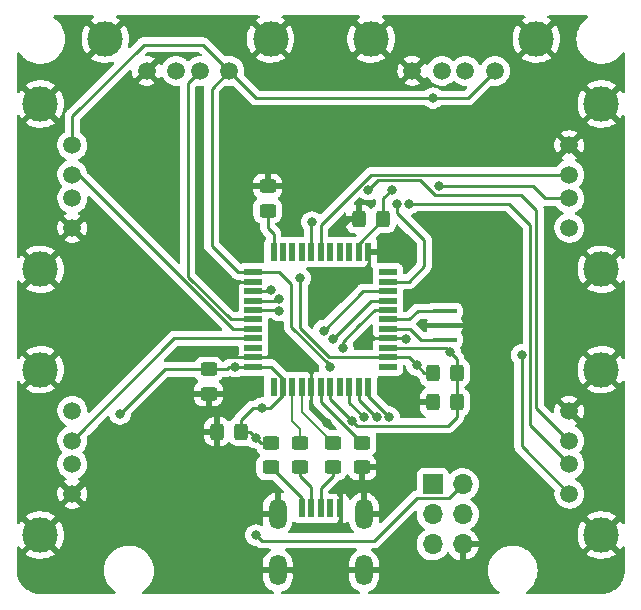
<source format=gtl>
%TF.GenerationSoftware,KiCad,Pcbnew,(5.99.0-7341-g2f3ca60c5e)*%
%TF.CreationDate,2020-12-04T16:43:46+01:00*%
%TF.ProjectId,controller,636f6e74-726f-46c6-9c65-722e6b696361,rev?*%
%TF.SameCoordinates,Original*%
%TF.FileFunction,Copper,L1,Top*%
%TF.FilePolarity,Positive*%
%FSLAX46Y46*%
G04 Gerber Fmt 4.6, Leading zero omitted, Abs format (unit mm)*
G04 Created by KiCad (PCBNEW (5.99.0-7341-g2f3ca60c5e)) date 2020-12-04 16:43:46*
%MOMM*%
%LPD*%
G01*
G04 APERTURE LIST*
G04 Aperture macros list*
%AMRoundRect*
0 Rectangle with rounded corners*
0 $1 Rounding radius*
0 $2 $3 $4 $5 $6 $7 $8 $9 X,Y pos of 4 corners*
0 Add a 4 corners polygon primitive as box body*
4,1,4,$2,$3,$4,$5,$6,$7,$8,$9,$2,$3,0*
0 Add four circle primitives for the rounded corners*
1,1,$1+$1,$2,$3,0*
1,1,$1+$1,$4,$5,0*
1,1,$1+$1,$6,$7,0*
1,1,$1+$1,$8,$9,0*
0 Add four rect primitives between the rounded corners*
20,1,$1+$1,$2,$3,$4,$5,0*
20,1,$1+$1,$4,$5,$6,$7,0*
20,1,$1+$1,$6,$7,$8,$9,0*
20,1,$1+$1,$8,$9,$2,$3,0*%
G04 Aperture macros list end*
%TA.AperFunction,SMDPad,CuDef*%
%ADD10R,2.000000X0.400000*%
%TD*%
%TA.AperFunction,ComponentPad*%
%ADD11C,1.500000*%
%TD*%
%TA.AperFunction,ComponentPad*%
%ADD12C,3.000000*%
%TD*%
%TA.AperFunction,SMDPad,CuDef*%
%ADD13RoundRect,0.250000X0.450000X-0.325000X0.450000X0.325000X-0.450000X0.325000X-0.450000X-0.325000X0*%
%TD*%
%TA.AperFunction,SMDPad,CuDef*%
%ADD14R,0.550000X1.500000*%
%TD*%
%TA.AperFunction,SMDPad,CuDef*%
%ADD15R,1.500000X0.550000*%
%TD*%
%TA.AperFunction,SMDPad,CuDef*%
%ADD16RoundRect,0.250000X-0.325000X-0.450000X0.325000X-0.450000X0.325000X0.450000X-0.325000X0.450000X0*%
%TD*%
%TA.AperFunction,SMDPad,CuDef*%
%ADD17RoundRect,0.250000X0.325000X0.450000X-0.325000X0.450000X-0.325000X-0.450000X0.325000X-0.450000X0*%
%TD*%
%TA.AperFunction,ComponentPad*%
%ADD18R,1.700000X1.700000*%
%TD*%
%TA.AperFunction,ComponentPad*%
%ADD19O,1.700000X1.700000*%
%TD*%
%TA.AperFunction,SMDPad,CuDef*%
%ADD20RoundRect,0.250000X-0.450000X0.325000X-0.450000X-0.325000X0.450000X-0.325000X0.450000X0.325000X0*%
%TD*%
%TA.AperFunction,SMDPad,CuDef*%
%ADD21R,0.500000X1.500000*%
%TD*%
%TA.AperFunction,ComponentPad*%
%ADD22O,1.500000X2.600000*%
%TD*%
%TA.AperFunction,ViaPad*%
%ADD23C,0.800000*%
%TD*%
%TA.AperFunction,Conductor*%
%ADD24C,0.250000*%
%TD*%
%TA.AperFunction,Conductor*%
%ADD25C,0.200000*%
%TD*%
G04 APERTURE END LIST*
D10*
%TO.P,Y1,1,1*%
%TO.N,Net-(Y1-Pad1)*%
X10500000Y-23050000D03*
%TO.P,Y1,2,2*%
%TO.N,GND*%
X10500000Y-24250000D03*
%TO.P,Y1,3,3*%
%TO.N,Net-(Y1-Pad3)*%
X10500000Y-25450000D03*
%TD*%
D11*
%TO.P,USB1,1,VBUS*%
%TO.N,VBUS*%
X-21040000Y-31500000D03*
%TO.P,USB1,2,D-*%
%TO.N,SENS1*%
X-21040000Y-34000000D03*
%TO.P,USB1,3,D+*%
%TO.N,LED1*%
X-21040000Y-36000000D03*
%TO.P,USB1,4,GND*%
%TO.N,GND*%
X-21040000Y-38500000D03*
D12*
%TO.P,USB1,5,Shield*%
X-23750000Y-42000000D03*
X-23750000Y-28000000D03*
%TD*%
D13*
%TO.P,F1,1*%
%TO.N,Net-(J1-Pad1)*%
X-4250000Y-36275000D03*
%TO.P,F1,2*%
%TO.N,VBUS*%
X-4250000Y-34225000D03*
%TD*%
%TO.P,R4,1*%
%TO.N,Net-(R4-Pad1)*%
X-4500000Y-14525000D03*
%TO.P,R4,2*%
%TO.N,GND*%
X-4500000Y-12475000D03*
%TD*%
D14*
%TO.P,U1,1*%
%TO.N,N/C*%
X-4000000Y-29450000D03*
%TO.P,U1,2,UVCC*%
%TO.N,VBUS*%
X-3200000Y-29450000D03*
%TO.P,U1,3,D-*%
%TO.N,D-*%
X-2400000Y-29450000D03*
%TO.P,U1,4,D+*%
%TO.N,D+*%
X-1600000Y-29450000D03*
%TO.P,U1,5,UGND*%
%TO.N,GND*%
X-800000Y-29450000D03*
%TO.P,U1,6,UCAP*%
%TO.N,Net-(C1-Pad1)*%
X0Y-29450000D03*
%TO.P,U1,7,VBUS*%
%TO.N,VBUS*%
X800000Y-29450000D03*
%TO.P,U1,8*%
%TO.N,N/C*%
X1600000Y-29450000D03*
%TO.P,U1,9,PB1*%
%TO.N,SCK*%
X2400000Y-29450000D03*
%TO.P,U1,10,PB2*%
%TO.N,MOSI*%
X3200000Y-29450000D03*
%TO.P,U1,11,PB3*%
%TO.N,MISO*%
X4000000Y-29450000D03*
D15*
%TO.P,U1,12*%
%TO.N,N/C*%
X5700000Y-27750000D03*
%TO.P,U1,13,~RESET*%
%TO.N,RST*%
X5700000Y-26950000D03*
%TO.P,U1,14,VCC*%
%TO.N,VBUS*%
X5700000Y-26150000D03*
%TO.P,U1,15,GND*%
%TO.N,GND*%
X5700000Y-25350000D03*
%TO.P,U1,16,XTAL2*%
%TO.N,Net-(Y1-Pad3)*%
X5700000Y-24550000D03*
%TO.P,U1,17,XTAL1*%
%TO.N,Net-(Y1-Pad1)*%
X5700000Y-23750000D03*
%TO.P,U1,18,PD0*%
%TO.N,LED1*%
X5700000Y-22950000D03*
%TO.P,U1,19,PD1*%
%TO.N,LED2*%
X5700000Y-22150000D03*
%TO.P,U1,20,PD2*%
%TO.N,LED3*%
X5700000Y-21350000D03*
%TO.P,U1,21,PD3*%
%TO.N,LED4*%
X5700000Y-20550000D03*
%TO.P,U1,22,PD5*%
%TO.N,N/C*%
X5700000Y-19750000D03*
D14*
%TO.P,U1,23,GND*%
%TO.N,GND*%
X4000000Y-18050000D03*
%TO.P,U1,24,AVCC*%
%TO.N,VBUS*%
X3200000Y-18050000D03*
%TO.P,U1,25,PD4*%
%TO.N,N/C*%
X2400000Y-18050000D03*
%TO.P,U1,26*%
X1600000Y-18050000D03*
%TO.P,U1,27*%
X800000Y-18050000D03*
%TO.P,U1,28,PB4*%
%TO.N,LED5*%
X0Y-18050000D03*
%TO.P,U1,29,PB5*%
%TO.N,LED6*%
X-800000Y-18050000D03*
%TO.P,U1,30*%
%TO.N,N/C*%
X-1600000Y-18050000D03*
%TO.P,U1,31*%
X-2400000Y-18050000D03*
%TO.P,U1,32*%
X-3200000Y-18050000D03*
%TO.P,U1,33,~HWB~/PE2*%
%TO.N,Net-(R4-Pad1)*%
X-4000000Y-18050000D03*
D15*
%TO.P,U1,34,VCC*%
%TO.N,VBUS*%
X-5700000Y-19750000D03*
%TO.P,U1,35,GND*%
%TO.N,GND*%
X-5700000Y-20550000D03*
%TO.P,U1,36,PF7*%
%TO.N,SENS6*%
X-5700000Y-21350000D03*
%TO.P,U1,37,PF6*%
%TO.N,SENS5*%
X-5700000Y-22150000D03*
%TO.P,U1,38,PF5*%
%TO.N,SENS4*%
X-5700000Y-22950000D03*
%TO.P,U1,39,PF4*%
%TO.N,SENS3*%
X-5700000Y-23750000D03*
%TO.P,U1,40,PF1*%
%TO.N,SENS2*%
X-5700000Y-24550000D03*
%TO.P,U1,41,PF0*%
%TO.N,SENS1*%
X-5700000Y-25350000D03*
%TO.P,U1,42*%
%TO.N,N/C*%
X-5700000Y-26150000D03*
%TO.P,U1,43,GND*%
%TO.N,GND*%
X-5700000Y-26950000D03*
%TO.P,U1,44,AVCC*%
%TO.N,VBUS*%
X-5700000Y-27750000D03*
%TD*%
D16*
%TO.P,C3,1*%
%TO.N,GND*%
X9475000Y-30750000D03*
%TO.P,C3,2*%
%TO.N,VBUS*%
X11525000Y-30750000D03*
%TD*%
D11*
%TO.P,USB2,1,VBUS*%
%TO.N,VBUS*%
X-21040000Y-9000000D03*
%TO.P,USB2,2,D-*%
%TO.N,SENS2*%
X-21040000Y-11500000D03*
%TO.P,USB2,3,D+*%
%TO.N,LED2*%
X-21040000Y-13500000D03*
%TO.P,USB2,4,GND*%
%TO.N,GND*%
X-21040000Y-16000000D03*
D12*
%TO.P,USB2,5,Shield*%
X-23750000Y-19500000D03*
X-23750000Y-5500000D03*
%TD*%
D17*
%TO.P,C2,1*%
%TO.N,VBUS*%
X-6725000Y-33250000D03*
%TO.P,C2,2*%
%TO.N,GND*%
X-8775000Y-33250000D03*
%TD*%
D11*
%TO.P,USB6,1,VBUS*%
%TO.N,VBUS*%
X21040000Y-38500000D03*
%TO.P,USB6,2,D-*%
%TO.N,SENS6*%
X21040000Y-36000000D03*
%TO.P,USB6,3,D+*%
%TO.N,LED6*%
X21040000Y-34000000D03*
%TO.P,USB6,4,GND*%
%TO.N,GND*%
X21040000Y-31500000D03*
D12*
%TO.P,USB6,5,Shield*%
X23750000Y-42000000D03*
X23750000Y-28000000D03*
%TD*%
D18*
%TO.P,J2,1,Pin_1*%
%TO.N,MISO*%
X9480000Y-37710000D03*
D19*
%TO.P,J2,2,Pin_2*%
%TO.N,VBUS*%
X12020000Y-37710000D03*
%TO.P,J2,3,Pin_3*%
%TO.N,RST*%
X9480000Y-40250000D03*
%TO.P,J2,4,Pin_4*%
%TO.N,MOSI*%
X12020000Y-40250000D03*
%TO.P,J2,5,Pin_5*%
%TO.N,SCK*%
X9480000Y-42790000D03*
%TO.P,J2,6,Pin_6*%
%TO.N,GND*%
X12020000Y-42790000D03*
%TD*%
D11*
%TO.P,USB3,1,VBUS*%
%TO.N,VBUS*%
X-7750000Y-2710000D03*
%TO.P,USB3,2,D-*%
%TO.N,SENS3*%
X-10250000Y-2710000D03*
%TO.P,USB3,3,D+*%
%TO.N,LED3*%
X-12250000Y-2710000D03*
%TO.P,USB3,4,GND*%
%TO.N,GND*%
X-14750000Y-2710000D03*
D12*
%TO.P,USB3,5,Shield*%
X-18250000Y0D03*
X-4250000Y0D03*
%TD*%
D20*
%TO.P,C1,1*%
%TO.N,Net-(C1-Pad1)*%
X3500000Y-34225000D03*
%TO.P,C1,2*%
%TO.N,GND*%
X3500000Y-36275000D03*
%TD*%
D13*
%TO.P,R2,1*%
%TO.N,Net-(J1-Pad2)*%
X-1750000Y-36275000D03*
%TO.P,R2,2*%
%TO.N,D-*%
X-1750000Y-34225000D03*
%TD*%
%TO.P,R1,1*%
%TO.N,Net-(J1-Pad3)*%
X1000000Y-36275000D03*
%TO.P,R1,2*%
%TO.N,D+*%
X1000000Y-34225000D03*
%TD*%
D16*
%TO.P,C4,1*%
%TO.N,GND*%
X3225000Y-15250000D03*
%TO.P,C4,2*%
%TO.N,VBUS*%
X5275000Y-15250000D03*
%TD*%
D17*
%TO.P,R3,1*%
%TO.N,VBUS*%
X11525000Y-28250000D03*
%TO.P,R3,2*%
%TO.N,RST*%
X9475000Y-28250000D03*
%TD*%
D13*
%TO.P,C5,1*%
%TO.N,GND*%
X-9500000Y-30025000D03*
%TO.P,C5,2*%
%TO.N,VBUS*%
X-9500000Y-27975000D03*
%TD*%
D11*
%TO.P,USB5,1,VBUS*%
%TO.N,VBUS*%
X21040000Y-16000000D03*
%TO.P,USB5,2,D-*%
%TO.N,SENS5*%
X21040000Y-13500000D03*
%TO.P,USB5,3,D+*%
%TO.N,LED5*%
X21040000Y-11500000D03*
%TO.P,USB5,4,GND*%
%TO.N,GND*%
X21040000Y-9000000D03*
D12*
%TO.P,USB5,5,Shield*%
X23750000Y-5500000D03*
X23750000Y-19500000D03*
%TD*%
D21*
%TO.P,J1,1,VBUS*%
%TO.N,Net-(J1-Pad1)*%
X-1600000Y-39750000D03*
%TO.P,J1,2,D-*%
%TO.N,Net-(J1-Pad2)*%
X-800000Y-39750000D03*
%TO.P,J1,3,D+*%
%TO.N,Net-(J1-Pad3)*%
X0Y-39750000D03*
%TO.P,J1,4*%
%TO.N,N/C*%
X800000Y-39750000D03*
%TO.P,J1,5,GND*%
%TO.N,GND*%
X1600000Y-39750000D03*
D22*
%TO.P,J1,6,Shield*%
X-3650000Y-40200000D03*
X3650000Y-40200000D03*
X-3650000Y-45000000D03*
X3650000Y-45000000D03*
%TD*%
D11*
%TO.P,USB4,1,VBUS*%
%TO.N,VBUS*%
X14750000Y-2710000D03*
%TO.P,USB4,2,D-*%
%TO.N,SENS4*%
X12250000Y-2710000D03*
%TO.P,USB4,3,D+*%
%TO.N,LED4*%
X10250000Y-2710000D03*
%TO.P,USB4,4,GND*%
%TO.N,GND*%
X7750000Y-2710000D03*
D12*
%TO.P,USB4,5,Shield*%
X4250000Y0D03*
X18250000Y0D03*
%TD*%
D23*
%TO.N,GND*%
X3500000Y-25500000D03*
X-8000000Y-20250000D03*
X-2000000Y-27250000D03*
X-1000000Y-27750000D03*
X7250000Y-28750000D03*
X500000Y-32500000D03*
X12750000Y-24250000D03*
X-8250000Y-26862653D03*
X0Y-19750000D03*
X7250000Y-25425000D03*
X1500000Y-16250000D03*
X7750000Y-18250000D03*
%TO.N,VBUS*%
X-5500000Y-42000000D03*
X-5500000Y-33750000D03*
X10975000Y-26525000D03*
X750000Y-27750000D03*
X2650153Y-32349847D03*
X17000000Y-26750000D03*
X9500000Y-5000000D03*
X-7250000Y-27750000D03*
X-17000000Y-31750000D03*
X6000000Y-12750000D03*
X-5000000Y-31250000D03*
%TO.N,SENS6*%
X7474694Y-13974694D03*
X-4250000Y-21250000D03*
%TO.N,SENS5*%
X9987347Y-12487347D03*
X-3500000Y-22000000D03*
%TO.N,LED6*%
X4012653Y-12762653D03*
X-750000Y-15500000D03*
%TO.N,LED4*%
X6475029Y-14000648D03*
%TO.N,LED3*%
X250000Y-24687653D03*
%TO.N,LED2*%
X1000000Y-25412653D03*
%TO.N,LED1*%
X1862347Y-26137653D03*
%TO.N,SENS4*%
X-3500000Y-23000000D03*
%TO.N,SCK*%
X3625509Y-32025000D03*
%TO.N,MOSI*%
X4750000Y-32000000D03*
%TO.N,RST*%
X8125000Y-27625000D03*
X-1750000Y-20250000D03*
%TO.N,MISO*%
X5775153Y-31999847D03*
%TD*%
D24*
%TO.N,GND*%
X-800000Y-27950000D02*
X-1000000Y-27750000D01*
X3225000Y-15250000D02*
X2500000Y-15250000D01*
X7550000Y-18050000D02*
X7750000Y-18250000D01*
X-7700000Y-20550000D02*
X-8000000Y-20250000D01*
X-800000Y-31200000D02*
X500000Y-32500000D01*
X-8162653Y-26950000D02*
X-8250000Y-26862653D01*
X3650000Y-25350000D02*
X3500000Y-25500000D01*
X5700000Y-25350000D02*
X3650000Y-25350000D01*
X2500000Y-15250000D02*
X1500000Y-16250000D01*
X5700000Y-25350000D02*
X7175000Y-25350000D01*
X-5700000Y-26950000D02*
X-8162653Y-26950000D01*
X10500000Y-24250000D02*
X12750000Y-24250000D01*
X-800000Y-29450000D02*
X-800000Y-27950000D01*
X-800000Y-29450000D02*
X-800000Y-31200000D01*
X-2300000Y-26950000D02*
X-2000000Y-27250000D01*
X4000000Y-18050000D02*
X7550000Y-18050000D01*
X7175000Y-25350000D02*
X7250000Y-25425000D01*
X-5700000Y-26950000D02*
X-2300000Y-26950000D01*
X-5700000Y-20550000D02*
X-7700000Y-20550000D01*
%TO.N,VBUS*%
X17000000Y-34460000D02*
X17000000Y-26750000D01*
X-4250000Y-34225000D02*
X-5025000Y-34225000D01*
X-9250000Y-4210000D02*
X-9250000Y-17500000D01*
X4250000Y-32750000D02*
X3050306Y-32750000D01*
X-7750000Y-2710000D02*
X-9250000Y-4210000D01*
X-7250000Y-27750000D02*
X-7750000Y-27750000D01*
X-6725000Y-33250000D02*
X-6725000Y-32225000D01*
X-6725000Y-32225000D02*
X-5750000Y-31250000D01*
X11525000Y-27075000D02*
X10975000Y-26525000D01*
X-7750000Y-27750000D02*
X-7975000Y-27975000D01*
X800000Y-29450000D02*
X800000Y-30499694D01*
X5275000Y-15250000D02*
X5275000Y-13475000D01*
X-3200000Y-30134634D02*
X-3200000Y-29450000D01*
X3050306Y-32750000D02*
X2650153Y-32349847D01*
X-2500000Y-24386410D02*
X750000Y-27636410D01*
X-5000000Y-31250000D02*
X-4315366Y-31250000D01*
X4250000Y-32750000D02*
X10750000Y-32750000D01*
X5275000Y-13475000D02*
X6000000Y-12750000D01*
X-5700000Y-19750000D02*
X-3500000Y-19750000D01*
X3200000Y-17365366D02*
X5477033Y-15088333D01*
X-7750000Y-2710000D02*
X-9960000Y-500000D01*
X800000Y-30134636D02*
X800000Y-29450000D01*
X12460000Y-5000000D02*
X14750000Y-2710000D01*
X750000Y-27636410D02*
X750000Y-27750000D01*
X11525000Y-30750000D02*
X11525000Y-28250000D01*
X-2500000Y-20750000D02*
X-2500000Y-24386410D01*
X12020000Y-37710000D02*
X10844999Y-38885001D01*
X-15000000Y-500000D02*
X-21040000Y-6540000D01*
X-4215364Y-27750000D02*
X-3200000Y-28765364D01*
X-7975000Y-27975000D02*
X-9500000Y-27975000D01*
X10600000Y-26150000D02*
X5700000Y-26150000D01*
X11525000Y-28250000D02*
X11525000Y-27075000D01*
X-5500000Y-33750000D02*
X-6000000Y-33250000D01*
X-6000000Y-33250000D02*
X-6725000Y-33250000D01*
X-13625000Y-28375000D02*
X-17000000Y-31750000D01*
X-9500000Y-27975000D02*
X-13225000Y-27975000D01*
X8114999Y-38885001D02*
X4500000Y-42500000D01*
X10975000Y-26525000D02*
X10600000Y-26150000D01*
X21040000Y-38500000D02*
X17000000Y-34460000D01*
X-5700000Y-19750000D02*
X-7000000Y-19750000D01*
X-5700000Y-27750000D02*
X-4215364Y-27750000D01*
X-4315366Y-31250000D02*
X-3200000Y-30134634D01*
X4000000Y-32750000D02*
X4250000Y-32750000D01*
X4500000Y-42500000D02*
X-5000000Y-42500000D01*
X3200000Y-18050000D02*
X3200000Y-17365366D01*
X-21040000Y-6540000D02*
X-21040000Y-9000000D01*
X-13225000Y-27975000D02*
X-13625000Y-28375000D01*
X-5025000Y-34225000D02*
X-5500000Y-33750000D01*
X9500000Y-5000000D02*
X12460000Y-5000000D01*
X-3200000Y-28765364D02*
X-3200000Y-29450000D01*
X9500000Y-5000000D02*
X-5460000Y-5000000D01*
X800000Y-30499694D02*
X2650153Y-32349847D01*
X10844999Y-38885001D02*
X8114999Y-38885001D01*
X-5460000Y-5000000D02*
X-7750000Y-2710000D01*
X-9960000Y-500000D02*
X-15000000Y-500000D01*
X-3500000Y-19750000D02*
X-2500000Y-20750000D01*
X-5700000Y-27750000D02*
X-7250000Y-27750000D01*
X11525000Y-31975000D02*
X11525000Y-30750000D01*
X-5750000Y-31250000D02*
X-5000000Y-31250000D01*
X-5000000Y-42500000D02*
X-5500000Y-42000000D01*
X-9250000Y-17500000D02*
X-7000000Y-19750000D01*
X10750000Y-32750000D02*
X11525000Y-31975000D01*
%TO.N,Net-(J1-Pad1)*%
X-1600000Y-38900000D02*
X-1600000Y-39750000D01*
X-4225000Y-36275000D02*
X-1600000Y-38900000D01*
X-4250000Y-36275000D02*
X-4225000Y-36275000D01*
%TO.N,Net-(J1-Pad3)*%
X0Y-38000000D02*
X1000000Y-37000000D01*
X0Y-39750000D02*
X0Y-38000000D01*
X1000000Y-37000000D02*
X1000000Y-36275000D01*
%TO.N,Net-(J1-Pad2)*%
X-1750000Y-37000000D02*
X-800000Y-37950000D01*
X-1750000Y-36275000D02*
X-1750000Y-37000000D01*
X-800000Y-37950000D02*
X-800000Y-39750000D01*
D25*
%TO.N,D+*%
X-1600000Y-31625000D02*
X1000000Y-34225000D01*
X-1600000Y-29450000D02*
X-1600000Y-31150000D01*
X-1600000Y-31150000D02*
X-1600000Y-31625000D01*
%TO.N,D-*%
X-2400000Y-32350000D02*
X-1750000Y-33000000D01*
X-1750000Y-33000000D02*
X-1750000Y-34225000D01*
X-2400000Y-29450000D02*
X-2400000Y-32350000D01*
D24*
%TO.N,SENS6*%
X15974694Y-13974694D02*
X17750000Y-15750000D01*
X17750000Y-15750000D02*
X17750000Y-32710000D01*
X-5700000Y-21350000D02*
X-4350000Y-21350000D01*
X7474694Y-13974694D02*
X15774684Y-13974694D01*
X17750000Y-32710000D02*
X21040000Y-36000000D01*
X15774684Y-13974694D02*
X15974694Y-13974694D01*
X-4350000Y-21350000D02*
X-4250000Y-21250000D01*
%TO.N,SENS5*%
X19000000Y-13500000D02*
X21040000Y-13500000D01*
X17987347Y-12487347D02*
X19000000Y-13500000D01*
X-5700000Y-22150000D02*
X-3650000Y-22150000D01*
X9987347Y-12487347D02*
X17987347Y-12487347D01*
X-3650000Y-22150000D02*
X-3500000Y-22000000D01*
%TO.N,LED5*%
X0Y-15750000D02*
X4250000Y-11500000D01*
X4250000Y-11500000D02*
X6500000Y-11500000D01*
X0Y-18050000D02*
X0Y-15750000D01*
X6500000Y-11500000D02*
X21040000Y-11500000D01*
%TO.N,LED6*%
X4012653Y-12762653D02*
X4762653Y-12012653D01*
X10037652Y-13212348D02*
X16962348Y-13212348D01*
X4825296Y-11950010D02*
X4762653Y-12012653D01*
X8377008Y-11950010D02*
X4825296Y-11950010D01*
X18250000Y-14500000D02*
X18250000Y-31210000D01*
X16962348Y-13212348D02*
X18250000Y-14500000D01*
X10037652Y-13212348D02*
X9639346Y-13212348D01*
X9639346Y-13212348D02*
X8377008Y-11950010D01*
X18250000Y-31210000D02*
X21040000Y-34000000D01*
X-800000Y-15550000D02*
X-750000Y-15500000D01*
X-800000Y-18050000D02*
X-800000Y-15550000D01*
%TO.N,LED4*%
X6475029Y-14000648D02*
X6475029Y-14725029D01*
X6475029Y-14725029D02*
X8750000Y-17000000D01*
X5700000Y-20550000D02*
X7450000Y-20550000D01*
X7450000Y-20550000D02*
X8750000Y-19250000D01*
X8750000Y-19250000D02*
X8750000Y-17000000D01*
%TO.N,LED3*%
X5700000Y-21350000D02*
X3587653Y-21350000D01*
X3587653Y-21350000D02*
X250000Y-24687653D01*
%TO.N,LED2*%
X4262653Y-22150000D02*
X1000000Y-25412653D01*
X5700000Y-22150000D02*
X4262653Y-22150000D01*
%TO.N,LED1*%
X4550000Y-22950000D02*
X4950000Y-22950000D01*
X1862347Y-26137653D02*
X1862347Y-25637653D01*
X3250000Y-24250000D02*
X4550000Y-22950000D01*
X1862347Y-25637653D02*
X3250000Y-24250000D01*
X5700000Y-22950000D02*
X4950000Y-22950000D01*
%TO.N,SENS4*%
X-5700000Y-22950000D02*
X-3550000Y-22950000D01*
X-3550000Y-22950000D02*
X-3500000Y-23000000D01*
%TO.N,SENS3*%
X-11250000Y-20113590D02*
X-11250000Y-3710000D01*
X-11250000Y-3710000D02*
X-10250000Y-2710000D01*
X-5700000Y-23750000D02*
X-7613590Y-23750000D01*
X-7613590Y-23750000D02*
X-11250000Y-20113590D01*
%TO.N,SENS2*%
X-7450000Y-24550000D02*
X-20500000Y-11500000D01*
X-5700000Y-24550000D02*
X-7450000Y-24550000D01*
X-20500000Y-11500000D02*
X-21040000Y-11500000D01*
%TO.N,SENS1*%
X-5700000Y-25350000D02*
X-12390000Y-25350000D01*
X-12390000Y-25350000D02*
X-21040000Y-34000000D01*
%TO.N,Net-(C1-Pad1)*%
X1775000Y-32500000D02*
X0Y-30725000D01*
X0Y-30725000D02*
X0Y-29450000D01*
X3500000Y-34225000D02*
X1775000Y-32500000D01*
%TO.N,SCK*%
X2400000Y-29450000D02*
X2400000Y-30799491D01*
X2400000Y-30799491D02*
X3625509Y-32025000D01*
%TO.N,Net-(R4-Pad1)*%
X-4000000Y-18050000D02*
X-4000000Y-16500000D01*
X-4000000Y-16500000D02*
X-4500000Y-16000000D01*
X-4500000Y-16000000D02*
X-4500000Y-14525000D01*
%TO.N,Net-(Y1-Pad1)*%
X8200000Y-23050000D02*
X10500000Y-23050000D01*
X5700000Y-23750000D02*
X7500000Y-23750000D01*
X7500000Y-23750000D02*
X8200000Y-23050000D01*
%TO.N,Net-(Y1-Pad3)*%
X10500000Y-25450000D02*
X8450000Y-25450000D01*
X8450000Y-25450000D02*
X7550000Y-24550000D01*
X7550000Y-24550000D02*
X5700000Y-24550000D01*
%TO.N,MOSI*%
X3200000Y-30526489D02*
X4673511Y-32000000D01*
X4673511Y-32000000D02*
X4750000Y-32000000D01*
X3200000Y-29450000D02*
X3200000Y-30526489D01*
%TO.N,RST*%
X-1750000Y-24500000D02*
X-750000Y-25500000D01*
X5700000Y-26950000D02*
X700000Y-26950000D01*
X700000Y-26950000D02*
X-750000Y-25500000D01*
X5700000Y-26950000D02*
X7450000Y-26950000D01*
X8750000Y-28250000D02*
X9475000Y-28250000D01*
X-1750000Y-20250000D02*
X-1750000Y-24500000D01*
X7450000Y-26950000D02*
X8125000Y-27625000D01*
X8125000Y-27625000D02*
X8750000Y-28250000D01*
%TO.N,MISO*%
X4000000Y-30224694D02*
X5775153Y-31999847D01*
X4000000Y-29450000D02*
X4000000Y-30224694D01*
%TD*%
%TA.AperFunction,Conductor*%
%TO.N,GND*%
G36*
X-19224253Y1971998D02*
G01*
X-19177760Y1918342D01*
X-19167656Y1848068D01*
X-19197150Y1783488D01*
X-19237139Y1752752D01*
X-19252548Y1745236D01*
X-19260145Y1740850D01*
X-19466982Y1601338D01*
X-19475289Y1591310D01*
X-19468069Y1577279D01*
X-18262812Y372022D01*
X-18248868Y364408D01*
X-18247035Y364539D01*
X-18240420Y368790D01*
X-17033867Y1575343D01*
X-17026899Y1588103D01*
X-17034810Y1598901D01*
X-17120880Y1666145D01*
X-17128156Y1671053D01*
X-17276815Y1756881D01*
X-17325808Y1808263D01*
X-17339244Y1877977D01*
X-17312858Y1943888D01*
X-17255026Y1985070D01*
X-17213815Y1992000D01*
X-5292374Y1992000D01*
X-5224253Y1971998D01*
X-5177760Y1918342D01*
X-5167656Y1848068D01*
X-5197150Y1783488D01*
X-5237139Y1752752D01*
X-5252548Y1745236D01*
X-5260145Y1740850D01*
X-5466982Y1601338D01*
X-5475289Y1591310D01*
X-5468069Y1577279D01*
X-4262812Y372022D01*
X-4248868Y364408D01*
X-4247035Y364539D01*
X-4240420Y368790D01*
X-3033867Y1575343D01*
X-3026899Y1588103D01*
X-3034810Y1598901D01*
X-3120880Y1666145D01*
X-3128156Y1671053D01*
X-3276815Y1756881D01*
X-3325808Y1808263D01*
X-3339244Y1877977D01*
X-3312858Y1943888D01*
X-3255026Y1985070D01*
X-3213815Y1992000D01*
X3207626Y1992000D01*
X3275747Y1971998D01*
X3322240Y1918342D01*
X3332344Y1848068D01*
X3302850Y1783488D01*
X3262861Y1752752D01*
X3247452Y1745236D01*
X3239855Y1740850D01*
X3033018Y1601338D01*
X3024711Y1591310D01*
X3031931Y1577279D01*
X4237188Y372022D01*
X4251132Y364408D01*
X4252965Y364539D01*
X4259580Y368790D01*
X5466133Y1575343D01*
X5473101Y1588103D01*
X5465190Y1598901D01*
X5379120Y1666145D01*
X5371844Y1671053D01*
X5223185Y1756881D01*
X5174192Y1808263D01*
X5160756Y1877977D01*
X5187142Y1943888D01*
X5244974Y1985070D01*
X5286185Y1992000D01*
X17207626Y1992000D01*
X17275747Y1971998D01*
X17322240Y1918342D01*
X17332344Y1848068D01*
X17302850Y1783488D01*
X17262861Y1752752D01*
X17247452Y1745236D01*
X17239855Y1740850D01*
X17033018Y1601338D01*
X17024711Y1591310D01*
X17031931Y1577279D01*
X18237188Y372022D01*
X18251132Y364408D01*
X18252965Y364539D01*
X18259580Y368790D01*
X19466133Y1575343D01*
X19473101Y1588103D01*
X19465190Y1598901D01*
X19379120Y1666145D01*
X19371844Y1671053D01*
X19223185Y1756881D01*
X19174192Y1808263D01*
X19160756Y1877977D01*
X19187142Y1943888D01*
X19244974Y1985070D01*
X19286185Y1992000D01*
X22517465Y1992000D01*
X22585586Y1971998D01*
X22632079Y1918342D01*
X22642183Y1848068D01*
X22612689Y1783488D01*
X22582174Y1757886D01*
X22544082Y1735088D01*
X22319761Y1555373D01*
X22121906Y1346877D01*
X21954177Y1113458D01*
X21819678Y859435D01*
X21720899Y589508D01*
X21719986Y585322D01*
X21719986Y585321D01*
X21660581Y312863D01*
X21660580Y312855D01*
X21659668Y308673D01*
X21651966Y210812D01*
X21638895Y44725D01*
X21637116Y22127D01*
X21644235Y-101331D01*
X21653662Y-264829D01*
X21708999Y-546885D01*
X21710386Y-550936D01*
X21710387Y-550940D01*
X21800714Y-814765D01*
X21800718Y-814774D01*
X21802103Y-818820D01*
X21931252Y-1075605D01*
X21933678Y-1079134D01*
X21933681Y-1079140D01*
X22084542Y-1298642D01*
X22094056Y-1312485D01*
X22096943Y-1315658D01*
X22096944Y-1315659D01*
X22278604Y-1515301D01*
X22287501Y-1525079D01*
X22348177Y-1575812D01*
X22504718Y-1706701D01*
X22504723Y-1706705D01*
X22508010Y-1709453D01*
X22626982Y-1784084D01*
X22747860Y-1859911D01*
X22747864Y-1859913D01*
X22751500Y-1862194D01*
X22818928Y-1892639D01*
X23009555Y-1978711D01*
X23009559Y-1978713D01*
X23013467Y-1980477D01*
X23017587Y-1981697D01*
X23017586Y-1981697D01*
X23284950Y-2060894D01*
X23284954Y-2060895D01*
X23289063Y-2062112D01*
X23293297Y-2062760D01*
X23293302Y-2062761D01*
X23568947Y-2104940D01*
X23568949Y-2104940D01*
X23573189Y-2105589D01*
X23719499Y-2107888D01*
X23856295Y-2110037D01*
X23856301Y-2110037D01*
X23860586Y-2110104D01*
X24145937Y-2075573D01*
X24423961Y-2002635D01*
X24427921Y-2000995D01*
X24427926Y-2000993D01*
X24571155Y-1941665D01*
X24689514Y-1892639D01*
X24937682Y-1747621D01*
X25163873Y-1570265D01*
X25190552Y-1542735D01*
X25304040Y-1425624D01*
X25363901Y-1363852D01*
X25366434Y-1360404D01*
X25366438Y-1360399D01*
X25514453Y-1158900D01*
X25570902Y-1115841D01*
X25641669Y-1110136D01*
X25704286Y-1143596D01*
X25738873Y-1205598D01*
X25742000Y-1233494D01*
X25742000Y-4463695D01*
X25721998Y-4531816D01*
X25668342Y-4578309D01*
X25598068Y-4588413D01*
X25533488Y-4558919D01*
X25504749Y-4522849D01*
X25459187Y-4437160D01*
X25454532Y-4429709D01*
X25349445Y-4285070D01*
X25338520Y-4276646D01*
X25325661Y-4283549D01*
X24122022Y-5487188D01*
X24114408Y-5501132D01*
X24114539Y-5502965D01*
X24118790Y-5509580D01*
X25325984Y-6716774D01*
X25338095Y-6723387D01*
X25349714Y-6714559D01*
X25454532Y-6570291D01*
X25459187Y-6562840D01*
X25504749Y-6477151D01*
X25554390Y-6426395D01*
X25623592Y-6410534D01*
X25690384Y-6434604D01*
X25733559Y-6490964D01*
X25742000Y-6536305D01*
X25742000Y-18463695D01*
X25721998Y-18531816D01*
X25668342Y-18578309D01*
X25598068Y-18588413D01*
X25533488Y-18558919D01*
X25504749Y-18522849D01*
X25459187Y-18437160D01*
X25454532Y-18429709D01*
X25349445Y-18285070D01*
X25338520Y-18276646D01*
X25325661Y-18283549D01*
X24122022Y-19487188D01*
X24114408Y-19501132D01*
X24114539Y-19502965D01*
X24118790Y-19509580D01*
X25325984Y-20716774D01*
X25338095Y-20723387D01*
X25349714Y-20714559D01*
X25454532Y-20570291D01*
X25459187Y-20562840D01*
X25504749Y-20477151D01*
X25554390Y-20426395D01*
X25623592Y-20410534D01*
X25690384Y-20434604D01*
X25733559Y-20490964D01*
X25742000Y-20536305D01*
X25742000Y-26963695D01*
X25721998Y-27031816D01*
X25668342Y-27078309D01*
X25598068Y-27088413D01*
X25533488Y-27058919D01*
X25504749Y-27022849D01*
X25459187Y-26937160D01*
X25454532Y-26929709D01*
X25349445Y-26785070D01*
X25338520Y-26776646D01*
X25325661Y-26783549D01*
X24122022Y-27987188D01*
X24114408Y-28001132D01*
X24114539Y-28002965D01*
X24118790Y-28009580D01*
X25325984Y-29216774D01*
X25338095Y-29223387D01*
X25349714Y-29214559D01*
X25454532Y-29070291D01*
X25459187Y-29062840D01*
X25504749Y-28977151D01*
X25554390Y-28926395D01*
X25623592Y-28910534D01*
X25690384Y-28934604D01*
X25733559Y-28990964D01*
X25742000Y-29036305D01*
X25742000Y-40963695D01*
X25721998Y-41031816D01*
X25668342Y-41078309D01*
X25598068Y-41088413D01*
X25533488Y-41058919D01*
X25504749Y-41022849D01*
X25459187Y-40937160D01*
X25454532Y-40929709D01*
X25349445Y-40785070D01*
X25338520Y-40776646D01*
X25325661Y-40783549D01*
X24122022Y-41987188D01*
X24114408Y-42001132D01*
X24114539Y-42002965D01*
X24118790Y-42009580D01*
X25325984Y-43216774D01*
X25338095Y-43223387D01*
X25349714Y-43214559D01*
X25454532Y-43070291D01*
X25459187Y-43062840D01*
X25504749Y-42977151D01*
X25554390Y-42926395D01*
X25623592Y-42910534D01*
X25690384Y-42934604D01*
X25733559Y-42990964D01*
X25742000Y-43036305D01*
X25742000Y-44917498D01*
X25740144Y-44939044D01*
X25737745Y-44952859D01*
X25735526Y-45079967D01*
X25735278Y-45085941D01*
X25730916Y-45152490D01*
X25730109Y-45160686D01*
X25723941Y-45207535D01*
X25704229Y-45357263D01*
X25702886Y-45365399D01*
X25694064Y-45409749D01*
X25692192Y-45417778D01*
X25640872Y-45609305D01*
X25638479Y-45617194D01*
X25623954Y-45659985D01*
X25621049Y-45667703D01*
X25579479Y-45768063D01*
X25545168Y-45850896D01*
X25541775Y-45858384D01*
X25521770Y-45898950D01*
X25517891Y-45906207D01*
X25418751Y-46077923D01*
X25414398Y-46084924D01*
X25389273Y-46122527D01*
X25384486Y-46129207D01*
X25263750Y-46286553D01*
X25258563Y-46292872D01*
X25244465Y-46308948D01*
X25228721Y-46326900D01*
X25223086Y-46332916D01*
X25082917Y-46473085D01*
X25076899Y-46478722D01*
X25042885Y-46508551D01*
X25036512Y-46513781D01*
X24879239Y-46634462D01*
X24872537Y-46639265D01*
X24834920Y-46664400D01*
X24827917Y-46668755D01*
X24656201Y-46767894D01*
X24648936Y-46771777D01*
X24608394Y-46791770D01*
X24600923Y-46795155D01*
X24522341Y-46827706D01*
X24417704Y-46871048D01*
X24409987Y-46873952D01*
X24367177Y-46888484D01*
X24359287Y-46890878D01*
X24167784Y-46942191D01*
X24159755Y-46944063D01*
X24115405Y-46952885D01*
X24107272Y-46954227D01*
X24107261Y-46954229D01*
X23910686Y-46980108D01*
X23902482Y-46980916D01*
X23890081Y-46981729D01*
X23835944Y-46985277D01*
X23829964Y-46985526D01*
X23706136Y-46987688D01*
X23701707Y-46988402D01*
X23701701Y-46988402D01*
X23689325Y-46990396D01*
X23669287Y-46992000D01*
X17484840Y-46992000D01*
X17416719Y-46971998D01*
X17370226Y-46918342D01*
X17360122Y-46848068D01*
X17389616Y-46783488D01*
X17421269Y-46757212D01*
X17433979Y-46749785D01*
X17433980Y-46749784D01*
X17437682Y-46747621D01*
X17663873Y-46570265D01*
X17705188Y-46527632D01*
X17860918Y-46366930D01*
X17863901Y-46363852D01*
X17866434Y-46360404D01*
X17866438Y-46360399D01*
X18031527Y-46135657D01*
X18034065Y-46132202D01*
X18048998Y-46104699D01*
X18169166Y-45883377D01*
X18169167Y-45883375D01*
X18171216Y-45879601D01*
X18251285Y-45667704D01*
X18271298Y-45614742D01*
X18271299Y-45614738D01*
X18272816Y-45610724D01*
X18336985Y-45330546D01*
X18343294Y-45259865D01*
X18362317Y-45046716D01*
X18362537Y-45044251D01*
X18363000Y-45000000D01*
X18361231Y-44974049D01*
X18343742Y-44717510D01*
X18343741Y-44717504D01*
X18343450Y-44713233D01*
X18285163Y-44431772D01*
X18189216Y-44160827D01*
X18108629Y-44004692D01*
X18059350Y-43909216D01*
X18059350Y-43909215D01*
X18057385Y-43905409D01*
X18038775Y-43878929D01*
X17894576Y-43673756D01*
X17894575Y-43673755D01*
X17892109Y-43670246D01*
X17817383Y-43589830D01*
X22524570Y-43589830D01*
X22534334Y-43602226D01*
X22739855Y-43740850D01*
X22747451Y-43745236D01*
X22991959Y-43864491D01*
X23000106Y-43867782D01*
X23258833Y-43951848D01*
X23267334Y-43953967D01*
X23535255Y-44001210D01*
X23543981Y-44002127D01*
X23815859Y-44011621D01*
X23824622Y-44011315D01*
X24095180Y-43982878D01*
X24103825Y-43981353D01*
X24367776Y-43915543D01*
X24376134Y-43912828D01*
X24628361Y-43810920D01*
X24636253Y-43807071D01*
X24871844Y-43671053D01*
X24879120Y-43666145D01*
X24964671Y-43599307D01*
X24973139Y-43587495D01*
X24966602Y-43575812D01*
X23762812Y-42372022D01*
X23748868Y-42364408D01*
X23747035Y-42364539D01*
X23740420Y-42368790D01*
X22530813Y-43578397D01*
X22524570Y-43589830D01*
X17817383Y-43589830D01*
X17696448Y-43459689D01*
X17474021Y-43277635D01*
X17411006Y-43239019D01*
X17232595Y-43129688D01*
X17232587Y-43129684D01*
X17228945Y-43127452D01*
X17225028Y-43125733D01*
X17225025Y-43125731D01*
X17109089Y-43074839D01*
X16965753Y-43011919D01*
X16961625Y-43010743D01*
X16961622Y-43010742D01*
X16733511Y-42945763D01*
X16689317Y-42933174D01*
X16438683Y-42897504D01*
X16409004Y-42893280D01*
X16409002Y-42893280D01*
X16404752Y-42892675D01*
X16253235Y-42891882D01*
X16121610Y-42891192D01*
X16121604Y-42891192D01*
X16117324Y-42891170D01*
X16113080Y-42891729D01*
X16113076Y-42891729D01*
X15988051Y-42908189D01*
X15832350Y-42928687D01*
X15828210Y-42929820D01*
X15828208Y-42929820D01*
X15564810Y-43001878D01*
X15555105Y-43004533D01*
X15290718Y-43117303D01*
X15194220Y-43175056D01*
X15047764Y-43262708D01*
X15047760Y-43262711D01*
X15044082Y-43264912D01*
X14819761Y-43444627D01*
X14764407Y-43502958D01*
X14644524Y-43629289D01*
X14621906Y-43653123D01*
X14572669Y-43721644D01*
X14459648Y-43878929D01*
X14454177Y-43886542D01*
X14319678Y-44140565D01*
X14220899Y-44410492D01*
X14219986Y-44414678D01*
X14219986Y-44414679D01*
X14160581Y-44687137D01*
X14160580Y-44687145D01*
X14159668Y-44691327D01*
X14155497Y-44744329D01*
X14138474Y-44960624D01*
X14137116Y-44977873D01*
X14144235Y-45101331D01*
X14153662Y-45264829D01*
X14208999Y-45546885D01*
X14210386Y-45550936D01*
X14210387Y-45550940D01*
X14300714Y-45814765D01*
X14300718Y-45814774D01*
X14302103Y-45818820D01*
X14318244Y-45850913D01*
X14391824Y-45997210D01*
X14431252Y-46075605D01*
X14433678Y-46079134D01*
X14433681Y-46079140D01*
X14580576Y-46292872D01*
X14594056Y-46312485D01*
X14596943Y-46315658D01*
X14596944Y-46315659D01*
X14784621Y-46521914D01*
X14787501Y-46525079D01*
X14873666Y-46597124D01*
X15004718Y-46706701D01*
X15004723Y-46706705D01*
X15008010Y-46709453D01*
X15067200Y-46746583D01*
X15087414Y-46759263D01*
X15134492Y-46812406D01*
X15145364Y-46882565D01*
X15116580Y-46947465D01*
X15057278Y-46986500D01*
X15020458Y-46992000D01*
X4079112Y-46992000D01*
X4010991Y-46971998D01*
X3964498Y-46918342D01*
X3954394Y-46848068D01*
X3983888Y-46783488D01*
X4042064Y-46745570D01*
X4121849Y-46721026D01*
X4132196Y-46716803D01*
X4321766Y-46618958D01*
X4331197Y-46612973D01*
X4500450Y-46483101D01*
X4508663Y-46475548D01*
X4652244Y-46317755D01*
X4658999Y-46308855D01*
X4772355Y-46128149D01*
X4777436Y-46118179D01*
X4857002Y-45920253D01*
X4860233Y-45909553D01*
X4903693Y-45699690D01*
X4904896Y-45690554D01*
X4907895Y-45638541D01*
X4908000Y-45634894D01*
X4908000Y-45272115D01*
X4903525Y-45256876D01*
X4902135Y-45255671D01*
X4894452Y-45254000D01*
X2410115Y-45254000D01*
X2394876Y-45258475D01*
X2393671Y-45259865D01*
X2392000Y-45267548D01*
X2392000Y-45603222D01*
X2392249Y-45608817D01*
X2406462Y-45768063D01*
X2408444Y-45779077D01*
X2464733Y-45984835D01*
X2468627Y-45995308D01*
X2560466Y-46187852D01*
X2566161Y-46197481D01*
X2690639Y-46370710D01*
X2697946Y-46379175D01*
X2851141Y-46527632D01*
X2859823Y-46534662D01*
X3036893Y-46653649D01*
X3046682Y-46659030D01*
X3242021Y-46744778D01*
X3247383Y-46746583D01*
X3305565Y-46787270D01*
X3332513Y-46852953D01*
X3319672Y-46922779D01*
X3271119Y-46974578D01*
X3207190Y-46992000D01*
X-3220888Y-46992000D01*
X-3289009Y-46971998D01*
X-3335502Y-46918342D01*
X-3345606Y-46848068D01*
X-3316112Y-46783488D01*
X-3257936Y-46745570D01*
X-3178151Y-46721026D01*
X-3167804Y-46716803D01*
X-2978234Y-46618958D01*
X-2968803Y-46612973D01*
X-2799550Y-46483101D01*
X-2791337Y-46475548D01*
X-2647756Y-46317755D01*
X-2641001Y-46308855D01*
X-2527645Y-46128149D01*
X-2522564Y-46118179D01*
X-2442998Y-45920253D01*
X-2439767Y-45909553D01*
X-2396307Y-45699690D01*
X-2395104Y-45690554D01*
X-2392105Y-45638541D01*
X-2392000Y-45634894D01*
X-2392000Y-45272115D01*
X-2396475Y-45256876D01*
X-2397865Y-45255671D01*
X-2405548Y-45254000D01*
X-4889885Y-45254000D01*
X-4905124Y-45258475D01*
X-4906329Y-45259865D01*
X-4908000Y-45267548D01*
X-4908000Y-45603222D01*
X-4907751Y-45608817D01*
X-4893538Y-45768063D01*
X-4891556Y-45779077D01*
X-4835267Y-45984835D01*
X-4831373Y-45995308D01*
X-4739534Y-46187852D01*
X-4733839Y-46197481D01*
X-4609361Y-46370710D01*
X-4602054Y-46379175D01*
X-4448859Y-46527632D01*
X-4440177Y-46534662D01*
X-4263107Y-46653649D01*
X-4253318Y-46659030D01*
X-4057979Y-46744778D01*
X-4052617Y-46746583D01*
X-3994435Y-46787270D01*
X-3967487Y-46852953D01*
X-3980328Y-46922779D01*
X-4028881Y-46974578D01*
X-4092810Y-46992000D01*
X-15015160Y-46992000D01*
X-15083281Y-46971998D01*
X-15129774Y-46918342D01*
X-15139878Y-46848068D01*
X-15110384Y-46783488D01*
X-15078731Y-46757212D01*
X-15066021Y-46749785D01*
X-15066020Y-46749784D01*
X-15062318Y-46747621D01*
X-14836127Y-46570265D01*
X-14794812Y-46527632D01*
X-14639082Y-46366930D01*
X-14636099Y-46363852D01*
X-14633566Y-46360404D01*
X-14633562Y-46360399D01*
X-14468473Y-46135657D01*
X-14465935Y-46132202D01*
X-14451002Y-46104699D01*
X-14330834Y-45883377D01*
X-14330833Y-45883375D01*
X-14328784Y-45879601D01*
X-14248715Y-45667704D01*
X-14228702Y-45614742D01*
X-14228701Y-45614738D01*
X-14227184Y-45610724D01*
X-14163015Y-45330546D01*
X-14156706Y-45259865D01*
X-14137683Y-45046716D01*
X-14137463Y-45044251D01*
X-14137000Y-45000000D01*
X-14138769Y-44974049D01*
X-14156258Y-44717510D01*
X-14156259Y-44717504D01*
X-14156550Y-44713233D01*
X-14214837Y-44431772D01*
X-14310784Y-44160827D01*
X-14391371Y-44004692D01*
X-14440650Y-43909216D01*
X-14440650Y-43909215D01*
X-14442615Y-43905409D01*
X-14461225Y-43878929D01*
X-14605424Y-43673756D01*
X-14605425Y-43673755D01*
X-14607891Y-43670246D01*
X-14803552Y-43459689D01*
X-15025979Y-43277635D01*
X-15088994Y-43239019D01*
X-15267405Y-43129688D01*
X-15267413Y-43129684D01*
X-15271055Y-43127452D01*
X-15274972Y-43125733D01*
X-15274975Y-43125731D01*
X-15390911Y-43074839D01*
X-15534247Y-43011919D01*
X-15538375Y-43010743D01*
X-15538378Y-43010742D01*
X-15766489Y-42945763D01*
X-15810683Y-42933174D01*
X-16061317Y-42897504D01*
X-16090996Y-42893280D01*
X-16090998Y-42893280D01*
X-16095248Y-42892675D01*
X-16246765Y-42891882D01*
X-16378390Y-42891192D01*
X-16378396Y-42891192D01*
X-16382676Y-42891170D01*
X-16386920Y-42891729D01*
X-16386924Y-42891729D01*
X-16511949Y-42908189D01*
X-16667650Y-42928687D01*
X-16671790Y-42929820D01*
X-16671792Y-42929820D01*
X-16935190Y-43001878D01*
X-16944895Y-43004533D01*
X-17209282Y-43117303D01*
X-17305780Y-43175056D01*
X-17452236Y-43262708D01*
X-17452240Y-43262711D01*
X-17455918Y-43264912D01*
X-17680239Y-43444627D01*
X-17735593Y-43502958D01*
X-17855476Y-43629289D01*
X-17878094Y-43653123D01*
X-17927331Y-43721644D01*
X-18040352Y-43878929D01*
X-18045823Y-43886542D01*
X-18180322Y-44140565D01*
X-18279101Y-44410492D01*
X-18280014Y-44414678D01*
X-18280014Y-44414679D01*
X-18339419Y-44687137D01*
X-18339420Y-44687145D01*
X-18340332Y-44691327D01*
X-18344503Y-44744329D01*
X-18361526Y-44960624D01*
X-18362884Y-44977873D01*
X-18355765Y-45101331D01*
X-18346338Y-45264829D01*
X-18291001Y-45546885D01*
X-18289614Y-45550936D01*
X-18289613Y-45550940D01*
X-18199286Y-45814765D01*
X-18199282Y-45814774D01*
X-18197897Y-45818820D01*
X-18181756Y-45850913D01*
X-18108176Y-45997210D01*
X-18068748Y-46075605D01*
X-18066322Y-46079134D01*
X-18066319Y-46079140D01*
X-17919424Y-46292872D01*
X-17905944Y-46312485D01*
X-17903057Y-46315658D01*
X-17903056Y-46315659D01*
X-17715379Y-46521914D01*
X-17712499Y-46525079D01*
X-17626334Y-46597124D01*
X-17495282Y-46706701D01*
X-17495277Y-46706705D01*
X-17491990Y-46709453D01*
X-17432800Y-46746583D01*
X-17412586Y-46759263D01*
X-17365508Y-46812406D01*
X-17354636Y-46882565D01*
X-17383420Y-46947465D01*
X-17442722Y-46986500D01*
X-17479542Y-46992000D01*
X-23667493Y-46992000D01*
X-23689048Y-46990143D01*
X-23689837Y-46990006D01*
X-23702859Y-46987745D01*
X-23707726Y-46987660D01*
X-23710726Y-46987608D01*
X-23829967Y-46985526D01*
X-23835941Y-46985278D01*
X-23902501Y-46980915D01*
X-23910687Y-46980109D01*
X-24107261Y-46954229D01*
X-24115399Y-46952886D01*
X-24159749Y-46944064D01*
X-24167778Y-46942192D01*
X-24359305Y-46890872D01*
X-24367194Y-46888479D01*
X-24376416Y-46885349D01*
X-24409998Y-46873949D01*
X-24417703Y-46871049D01*
X-24473184Y-46848068D01*
X-24600914Y-46795160D01*
X-24608384Y-46791775D01*
X-24648950Y-46771770D01*
X-24656207Y-46767891D01*
X-24827923Y-46668751D01*
X-24834924Y-46664398D01*
X-24872527Y-46639273D01*
X-24879207Y-46634486D01*
X-25036553Y-46513750D01*
X-25042872Y-46508563D01*
X-25076900Y-46478721D01*
X-25082916Y-46473086D01*
X-25223085Y-46332917D01*
X-25228722Y-46326899D01*
X-25258551Y-46292885D01*
X-25263781Y-46286512D01*
X-25384462Y-46129239D01*
X-25389265Y-46122537D01*
X-25414400Y-46084920D01*
X-25418755Y-46077917D01*
X-25517894Y-45906201D01*
X-25521779Y-45898933D01*
X-25541770Y-45858394D01*
X-25545160Y-45850913D01*
X-25556866Y-45822651D01*
X-25607799Y-45699690D01*
X-25621048Y-45667704D01*
X-25623952Y-45659987D01*
X-25638484Y-45617177D01*
X-25640878Y-45609287D01*
X-25692191Y-45417784D01*
X-25694063Y-45409755D01*
X-25702885Y-45365405D01*
X-25704228Y-45357269D01*
X-25730108Y-45160686D01*
X-25730916Y-45152482D01*
X-25734269Y-45101331D01*
X-25735277Y-45085944D01*
X-25735526Y-45079964D01*
X-25737688Y-44956136D01*
X-25740396Y-44939324D01*
X-25742000Y-44919287D01*
X-25742000Y-43589830D01*
X-24975430Y-43589830D01*
X-24965666Y-43602226D01*
X-24760145Y-43740850D01*
X-24752549Y-43745236D01*
X-24508041Y-43864491D01*
X-24499894Y-43867782D01*
X-24241167Y-43951848D01*
X-24232666Y-43953967D01*
X-23964745Y-44001210D01*
X-23956019Y-44002127D01*
X-23684141Y-44011621D01*
X-23675378Y-44011315D01*
X-23404820Y-43982878D01*
X-23396175Y-43981353D01*
X-23132224Y-43915543D01*
X-23123866Y-43912828D01*
X-22871639Y-43810920D01*
X-22863747Y-43807071D01*
X-22628156Y-43671053D01*
X-22620880Y-43666145D01*
X-22535329Y-43599307D01*
X-22526861Y-43587495D01*
X-22533398Y-43575812D01*
X-23737188Y-42372022D01*
X-23751132Y-42364408D01*
X-23752965Y-42364539D01*
X-23759580Y-42368790D01*
X-24969187Y-43578397D01*
X-24975430Y-43589830D01*
X-25742000Y-43589830D01*
X-25742000Y-43040987D01*
X-25721998Y-42972866D01*
X-25668342Y-42926373D01*
X-25598068Y-42916269D01*
X-25533488Y-42945763D01*
X-25509146Y-42974217D01*
X-25380882Y-43179482D01*
X-25375723Y-43186582D01*
X-25350899Y-43216166D01*
X-25338205Y-43224612D01*
X-25327703Y-43218493D01*
X-24122022Y-42012812D01*
X-24115645Y-42001132D01*
X-23385592Y-42001132D01*
X-23385461Y-42002965D01*
X-23381210Y-42009580D01*
X-22174016Y-43216774D01*
X-22161905Y-43223387D01*
X-22150286Y-43214559D01*
X-22045468Y-43070291D01*
X-22040809Y-43062835D01*
X-21913100Y-42822648D01*
X-21909529Y-42814628D01*
X-21816485Y-42558994D01*
X-21814066Y-42550557D01*
X-21757503Y-42284451D01*
X-21756283Y-42275770D01*
X-21737307Y-42004390D01*
X-21737307Y-41995610D01*
X-21756283Y-41724230D01*
X-21757503Y-41715549D01*
X-21814066Y-41449443D01*
X-21816485Y-41441006D01*
X-21909529Y-41185372D01*
X-21913100Y-41177352D01*
X-22040809Y-40937165D01*
X-22045468Y-40929709D01*
X-22150555Y-40785070D01*
X-22161480Y-40776646D01*
X-22174339Y-40783549D01*
X-23377978Y-41987188D01*
X-23385592Y-42001132D01*
X-24115645Y-42001132D01*
X-24114408Y-41998868D01*
X-24114539Y-41997035D01*
X-24118790Y-41990420D01*
X-25326442Y-40782768D01*
X-25339827Y-40775459D01*
X-25349753Y-40782468D01*
X-25375723Y-40813418D01*
X-25380882Y-40820518D01*
X-25509146Y-41025783D01*
X-25562207Y-41072953D01*
X-25632347Y-41083948D01*
X-25697297Y-41055277D01*
X-25736436Y-40996043D01*
X-25742000Y-40959013D01*
X-25742000Y-40408690D01*
X-24975289Y-40408690D01*
X-24968069Y-40422721D01*
X-23762812Y-41627978D01*
X-23748868Y-41635592D01*
X-23747035Y-41635461D01*
X-23740420Y-41631210D01*
X-22533867Y-40424657D01*
X-22526899Y-40411897D01*
X-22534810Y-40401099D01*
X-22620880Y-40333855D01*
X-22628156Y-40328947D01*
X-22863747Y-40192929D01*
X-22871639Y-40189080D01*
X-23123866Y-40087172D01*
X-23132224Y-40084457D01*
X-23396175Y-40018647D01*
X-23404820Y-40017122D01*
X-23675378Y-39988685D01*
X-23684141Y-39988379D01*
X-23956019Y-39997873D01*
X-23964745Y-39998790D01*
X-24232666Y-40046033D01*
X-24241167Y-40048152D01*
X-24499894Y-40132218D01*
X-24508041Y-40135509D01*
X-24752549Y-40254764D01*
X-24760145Y-40259150D01*
X-24966982Y-40398662D01*
X-24975289Y-40408690D01*
X-25742000Y-40408690D01*
X-25742000Y-39551696D01*
X-21726866Y-39551696D01*
X-21721585Y-39558751D01*
X-21582608Y-39639963D01*
X-21572487Y-39644726D01*
X-21372152Y-39718038D01*
X-21361367Y-39720928D01*
X-21151208Y-39757606D01*
X-21140076Y-39758541D01*
X-20926756Y-39757424D01*
X-20915622Y-39756372D01*
X-20705874Y-39717497D01*
X-20695103Y-39714490D01*
X-20495548Y-39639085D01*
X-20485492Y-39634224D01*
X-20370008Y-39565107D01*
X-4908000Y-39565107D01*
X-4908000Y-39927885D01*
X-4903525Y-39943124D01*
X-4902135Y-39944329D01*
X-4894452Y-39946000D01*
X-3922115Y-39946000D01*
X-3906876Y-39941525D01*
X-3905671Y-39940135D01*
X-3904000Y-39932452D01*
X-3904000Y-38431675D01*
X-3908105Y-38417693D01*
X-3917725Y-38416201D01*
X-3917953Y-38416249D01*
X-4121852Y-38478976D01*
X-4132196Y-38483197D01*
X-4321766Y-38581042D01*
X-4331197Y-38587027D01*
X-4500449Y-38716899D01*
X-4508666Y-38724455D01*
X-4652244Y-38882245D01*
X-4658998Y-38891143D01*
X-4772355Y-39071852D01*
X-4777436Y-39081822D01*
X-4857002Y-39279748D01*
X-4860233Y-39290448D01*
X-4903693Y-39500311D01*
X-4904896Y-39509447D01*
X-4907895Y-39561460D01*
X-4908000Y-39565107D01*
X-20370008Y-39565107D01*
X-20363090Y-39560967D01*
X-20353521Y-39550610D01*
X-20357064Y-39542146D01*
X-21027188Y-38872022D01*
X-21041132Y-38864408D01*
X-21042965Y-38864539D01*
X-21049580Y-38868790D01*
X-21720106Y-39539316D01*
X-21726866Y-39551696D01*
X-25742000Y-39551696D01*
X-25742000Y-38573698D01*
X-22300361Y-38573698D01*
X-22299659Y-38584850D01*
X-22267392Y-38795717D01*
X-22264725Y-38806578D01*
X-22195625Y-39008400D01*
X-22191077Y-39018614D01*
X-22102181Y-39178330D01*
X-22092128Y-39188221D01*
X-22084525Y-39185315D01*
X-21412022Y-38512812D01*
X-21405645Y-38501132D01*
X-20675592Y-38501132D01*
X-20675461Y-38502965D01*
X-20671210Y-38509580D01*
X-19998663Y-39182127D01*
X-19986283Y-39188887D01*
X-19980019Y-39184198D01*
X-19883551Y-39006524D01*
X-19879117Y-38996278D01*
X-19812130Y-38793729D01*
X-19809580Y-38782856D01*
X-19779242Y-38569692D01*
X-19778636Y-38562474D01*
X-19777095Y-38503632D01*
X-19777323Y-38496379D01*
X-19796462Y-38281937D01*
X-19798444Y-38270923D01*
X-19854733Y-38065165D01*
X-19858627Y-38054692D01*
X-19950467Y-37862146D01*
X-19956159Y-37852523D01*
X-19977846Y-37822341D01*
X-19988637Y-37813929D01*
X-20001673Y-37820883D01*
X-20667978Y-38487188D01*
X-20675592Y-38501132D01*
X-21405645Y-38501132D01*
X-21404408Y-38498868D01*
X-21404539Y-38497035D01*
X-21408790Y-38490420D01*
X-22078230Y-37820980D01*
X-22090610Y-37814220D01*
X-22098582Y-37820188D01*
X-22162360Y-37921859D01*
X-22167433Y-37931815D01*
X-22247002Y-38129747D01*
X-22250233Y-38140447D01*
X-22293492Y-38349337D01*
X-22294777Y-38360444D01*
X-22300361Y-38573698D01*
X-25742000Y-38573698D01*
X-25742000Y-29589830D01*
X-24975430Y-29589830D01*
X-24965666Y-29602226D01*
X-24760145Y-29740850D01*
X-24752549Y-29745236D01*
X-24508041Y-29864491D01*
X-24499894Y-29867782D01*
X-24241167Y-29951848D01*
X-24232666Y-29953967D01*
X-23964745Y-30001210D01*
X-23956019Y-30002127D01*
X-23684141Y-30011621D01*
X-23675378Y-30011315D01*
X-23404820Y-29982878D01*
X-23396175Y-29981353D01*
X-23132224Y-29915543D01*
X-23123866Y-29912828D01*
X-22871639Y-29810920D01*
X-22863747Y-29807071D01*
X-22628156Y-29671053D01*
X-22620880Y-29666145D01*
X-22535329Y-29599307D01*
X-22526861Y-29587495D01*
X-22533398Y-29575812D01*
X-23737188Y-28372022D01*
X-23751132Y-28364408D01*
X-23752965Y-28364539D01*
X-23759580Y-28368790D01*
X-24969187Y-29578397D01*
X-24975430Y-29589830D01*
X-25742000Y-29589830D01*
X-25742000Y-29040987D01*
X-25721998Y-28972866D01*
X-25668342Y-28926373D01*
X-25598068Y-28916269D01*
X-25533488Y-28945763D01*
X-25509146Y-28974217D01*
X-25380882Y-29179482D01*
X-25375723Y-29186582D01*
X-25350899Y-29216166D01*
X-25338205Y-29224612D01*
X-25327703Y-29218493D01*
X-24122022Y-28012812D01*
X-24115645Y-28001132D01*
X-23385592Y-28001132D01*
X-23385461Y-28002965D01*
X-23381210Y-28009580D01*
X-22174016Y-29216774D01*
X-22161905Y-29223387D01*
X-22150286Y-29214559D01*
X-22045468Y-29070291D01*
X-22040809Y-29062835D01*
X-21913100Y-28822648D01*
X-21909529Y-28814628D01*
X-21816485Y-28558994D01*
X-21814066Y-28550557D01*
X-21757503Y-28284451D01*
X-21756283Y-28275770D01*
X-21737307Y-28004390D01*
X-21737307Y-27995610D01*
X-21756283Y-27724230D01*
X-21757503Y-27715549D01*
X-21814066Y-27449443D01*
X-21816485Y-27441006D01*
X-21909529Y-27185372D01*
X-21913100Y-27177352D01*
X-22040809Y-26937165D01*
X-22045468Y-26929709D01*
X-22150555Y-26785070D01*
X-22161480Y-26776646D01*
X-22174339Y-26783549D01*
X-23377978Y-27987188D01*
X-23385592Y-28001132D01*
X-24115645Y-28001132D01*
X-24114408Y-27998868D01*
X-24114539Y-27997035D01*
X-24118790Y-27990420D01*
X-25326442Y-26782768D01*
X-25339827Y-26775459D01*
X-25349753Y-26782468D01*
X-25375723Y-26813418D01*
X-25380882Y-26820518D01*
X-25509146Y-27025783D01*
X-25562207Y-27072953D01*
X-25632347Y-27083948D01*
X-25697297Y-27055277D01*
X-25736436Y-26996043D01*
X-25742000Y-26959013D01*
X-25742000Y-26408690D01*
X-24975289Y-26408690D01*
X-24968069Y-26422721D01*
X-23762812Y-27627978D01*
X-23748868Y-27635592D01*
X-23747035Y-27635461D01*
X-23740420Y-27631210D01*
X-22533867Y-26424657D01*
X-22526899Y-26411897D01*
X-22534810Y-26401099D01*
X-22620880Y-26333855D01*
X-22628156Y-26328947D01*
X-22863747Y-26192929D01*
X-22871639Y-26189080D01*
X-23123866Y-26087172D01*
X-23132224Y-26084457D01*
X-23396175Y-26018647D01*
X-23404820Y-26017122D01*
X-23675378Y-25988685D01*
X-23684141Y-25988379D01*
X-23956019Y-25997873D01*
X-23964745Y-25998790D01*
X-24232666Y-26046033D01*
X-24241167Y-26048152D01*
X-24499894Y-26132218D01*
X-24508041Y-26135509D01*
X-24752549Y-26254764D01*
X-24760145Y-26259150D01*
X-24966982Y-26398662D01*
X-24975289Y-26408690D01*
X-25742000Y-26408690D01*
X-25742000Y-21089830D01*
X-24975430Y-21089830D01*
X-24965666Y-21102226D01*
X-24760145Y-21240850D01*
X-24752549Y-21245236D01*
X-24508041Y-21364491D01*
X-24499894Y-21367782D01*
X-24241167Y-21451848D01*
X-24232666Y-21453967D01*
X-23964745Y-21501210D01*
X-23956019Y-21502127D01*
X-23684141Y-21511621D01*
X-23675378Y-21511315D01*
X-23404820Y-21482878D01*
X-23396175Y-21481353D01*
X-23132224Y-21415543D01*
X-23123866Y-21412828D01*
X-22871639Y-21310920D01*
X-22863747Y-21307071D01*
X-22628156Y-21171053D01*
X-22620880Y-21166145D01*
X-22535329Y-21099307D01*
X-22526861Y-21087495D01*
X-22533398Y-21075812D01*
X-23737188Y-19872022D01*
X-23751132Y-19864408D01*
X-23752965Y-19864539D01*
X-23759580Y-19868790D01*
X-24969187Y-21078397D01*
X-24975430Y-21089830D01*
X-25742000Y-21089830D01*
X-25742000Y-20540987D01*
X-25721998Y-20472866D01*
X-25668342Y-20426373D01*
X-25598068Y-20416269D01*
X-25533488Y-20445763D01*
X-25509146Y-20474217D01*
X-25380882Y-20679482D01*
X-25375723Y-20686582D01*
X-25350899Y-20716166D01*
X-25338205Y-20724612D01*
X-25327703Y-20718493D01*
X-24122022Y-19512812D01*
X-24115645Y-19501132D01*
X-23385592Y-19501132D01*
X-23385461Y-19502965D01*
X-23381210Y-19509580D01*
X-22174016Y-20716774D01*
X-22161905Y-20723387D01*
X-22150286Y-20714559D01*
X-22045468Y-20570291D01*
X-22040809Y-20562835D01*
X-21913100Y-20322648D01*
X-21909529Y-20314628D01*
X-21816485Y-20058994D01*
X-21814066Y-20050557D01*
X-21757503Y-19784451D01*
X-21756283Y-19775770D01*
X-21737307Y-19504390D01*
X-21737307Y-19495610D01*
X-21756283Y-19224230D01*
X-21757503Y-19215549D01*
X-21814066Y-18949443D01*
X-21816485Y-18941006D01*
X-21909529Y-18685372D01*
X-21913100Y-18677352D01*
X-22040809Y-18437165D01*
X-22045468Y-18429709D01*
X-22150555Y-18285070D01*
X-22161480Y-18276646D01*
X-22174339Y-18283549D01*
X-23377978Y-19487188D01*
X-23385592Y-19501132D01*
X-24115645Y-19501132D01*
X-24114408Y-19498868D01*
X-24114539Y-19497035D01*
X-24118790Y-19490420D01*
X-25326442Y-18282768D01*
X-25339827Y-18275459D01*
X-25349753Y-18282468D01*
X-25375723Y-18313418D01*
X-25380882Y-18320518D01*
X-25509146Y-18525783D01*
X-25562207Y-18572953D01*
X-25632347Y-18583948D01*
X-25697297Y-18555277D01*
X-25736436Y-18496043D01*
X-25742000Y-18459013D01*
X-25742000Y-17908690D01*
X-24975289Y-17908690D01*
X-24968069Y-17922721D01*
X-23762812Y-19127978D01*
X-23748868Y-19135592D01*
X-23747035Y-19135461D01*
X-23740420Y-19131210D01*
X-22533867Y-17924657D01*
X-22526899Y-17911897D01*
X-22534810Y-17901099D01*
X-22620880Y-17833855D01*
X-22628156Y-17828947D01*
X-22863747Y-17692929D01*
X-22871639Y-17689080D01*
X-23123866Y-17587172D01*
X-23132224Y-17584457D01*
X-23396175Y-17518647D01*
X-23404820Y-17517122D01*
X-23675378Y-17488685D01*
X-23684141Y-17488379D01*
X-23956019Y-17497873D01*
X-23964745Y-17498790D01*
X-24232666Y-17546033D01*
X-24241167Y-17548152D01*
X-24499894Y-17632218D01*
X-24508041Y-17635509D01*
X-24752549Y-17754764D01*
X-24760145Y-17759150D01*
X-24966982Y-17898662D01*
X-24975289Y-17908690D01*
X-25742000Y-17908690D01*
X-25742000Y-17051696D01*
X-21726866Y-17051696D01*
X-21721585Y-17058751D01*
X-21582608Y-17139963D01*
X-21572487Y-17144726D01*
X-21372152Y-17218038D01*
X-21361367Y-17220928D01*
X-21151208Y-17257606D01*
X-21140076Y-17258541D01*
X-20926756Y-17257424D01*
X-20915622Y-17256372D01*
X-20705874Y-17217497D01*
X-20695103Y-17214490D01*
X-20495548Y-17139085D01*
X-20485492Y-17134224D01*
X-20363090Y-17060967D01*
X-20353521Y-17050610D01*
X-20357064Y-17042146D01*
X-21027188Y-16372022D01*
X-21041132Y-16364408D01*
X-21042965Y-16364539D01*
X-21049580Y-16368790D01*
X-21720106Y-17039316D01*
X-21726866Y-17051696D01*
X-25742000Y-17051696D01*
X-25742000Y-16073698D01*
X-22300361Y-16073698D01*
X-22299659Y-16084850D01*
X-22267392Y-16295717D01*
X-22264725Y-16306578D01*
X-22195625Y-16508400D01*
X-22191077Y-16518614D01*
X-22102181Y-16678330D01*
X-22092128Y-16688221D01*
X-22084525Y-16685315D01*
X-21412022Y-16012812D01*
X-21405645Y-16001132D01*
X-20675592Y-16001132D01*
X-20675461Y-16002965D01*
X-20671210Y-16009580D01*
X-19998663Y-16682127D01*
X-19986283Y-16688887D01*
X-19980019Y-16684198D01*
X-19883551Y-16506524D01*
X-19879117Y-16496278D01*
X-19812130Y-16293729D01*
X-19809580Y-16282856D01*
X-19779242Y-16069692D01*
X-19778636Y-16062474D01*
X-19777095Y-16003632D01*
X-19777323Y-15996379D01*
X-19796462Y-15781937D01*
X-19798444Y-15770923D01*
X-19854733Y-15565165D01*
X-19858627Y-15554692D01*
X-19950467Y-15362146D01*
X-19956159Y-15352523D01*
X-19977846Y-15322341D01*
X-19988637Y-15313929D01*
X-20001673Y-15320883D01*
X-20667978Y-15987188D01*
X-20675592Y-16001132D01*
X-21405645Y-16001132D01*
X-21404408Y-15998868D01*
X-21404539Y-15997035D01*
X-21408790Y-15990420D01*
X-22078230Y-15320980D01*
X-22090610Y-15314220D01*
X-22098582Y-15320188D01*
X-22162360Y-15421859D01*
X-22167433Y-15431815D01*
X-22247002Y-15629747D01*
X-22250233Y-15640447D01*
X-22293492Y-15849337D01*
X-22294777Y-15860444D01*
X-22300361Y-16073698D01*
X-25742000Y-16073698D01*
X-25742000Y-9079336D01*
X-22301007Y-9079336D01*
X-22267028Y-9301387D01*
X-22265211Y-9306694D01*
X-22196794Y-9506524D01*
X-22194265Y-9513912D01*
X-22085016Y-9710192D01*
X-22081465Y-9714530D01*
X-22081462Y-9714535D01*
X-21955587Y-9868325D01*
X-21942736Y-9884025D01*
X-21938473Y-9887666D01*
X-21938468Y-9887671D01*
X-21790207Y-10014297D01*
X-21771922Y-10029914D01*
X-21734646Y-10051696D01*
X-21577972Y-10143249D01*
X-21579268Y-10145468D01*
X-21534282Y-10185453D01*
X-21515141Y-10253820D01*
X-21536001Y-10321683D01*
X-21583340Y-10364196D01*
X-21717017Y-10433192D01*
X-21895233Y-10569941D01*
X-22046416Y-10736089D01*
X-22049398Y-10740843D01*
X-22156640Y-10911802D01*
X-22165787Y-10926383D01*
X-22249573Y-11134808D01*
X-22295126Y-11354777D01*
X-22301007Y-11579336D01*
X-22267028Y-11801387D01*
X-22265211Y-11806694D01*
X-22198413Y-12001796D01*
X-22194265Y-12013912D01*
X-22085016Y-12210192D01*
X-22081465Y-12214530D01*
X-22081462Y-12214535D01*
X-22022737Y-12286283D01*
X-21942736Y-12384025D01*
X-21919682Y-12403715D01*
X-21880875Y-12463163D01*
X-21880367Y-12534157D01*
X-21908321Y-12584324D01*
X-22042638Y-12731936D01*
X-22042643Y-12731942D01*
X-22046416Y-12736089D01*
X-22065130Y-12765922D01*
X-22123402Y-12858816D01*
X-22165787Y-12926383D01*
X-22249573Y-13134808D01*
X-22295126Y-13354777D01*
X-22295273Y-13360387D01*
X-22295273Y-13360388D01*
X-22296032Y-13389359D01*
X-22301007Y-13579336D01*
X-22300158Y-13584882D01*
X-22280973Y-13710254D01*
X-22267028Y-13801387D01*
X-22265211Y-13806694D01*
X-22198413Y-14001796D01*
X-22194265Y-14013912D01*
X-22085016Y-14210192D01*
X-22081465Y-14214530D01*
X-22081462Y-14214535D01*
X-21977778Y-14341212D01*
X-21942736Y-14384025D01*
X-21938473Y-14387666D01*
X-21938468Y-14387671D01*
X-21853287Y-14460422D01*
X-21771922Y-14529914D01*
X-21603732Y-14628196D01*
X-21577972Y-14643249D01*
X-21579189Y-14645332D01*
X-21533776Y-14685621D01*
X-21514572Y-14753971D01*
X-21535369Y-14821853D01*
X-21582773Y-14864464D01*
X-21711766Y-14931042D01*
X-21719883Y-14936194D01*
X-21728057Y-14947389D01*
X-21721424Y-14959366D01*
X-21052812Y-15627978D01*
X-21038868Y-15635592D01*
X-21037035Y-15635461D01*
X-21030420Y-15631210D01*
X-20361156Y-14961946D01*
X-20354932Y-14950548D01*
X-20364743Y-14938114D01*
X-20426885Y-14896357D01*
X-20436679Y-14890972D01*
X-20489747Y-14867677D01*
X-20544083Y-14821981D01*
X-20565088Y-14754163D01*
X-20546094Y-14685754D01*
X-20494225Y-14639117D01*
X-20490086Y-14637553D01*
X-20297333Y-14522193D01*
X-20128056Y-14374523D01*
X-19987604Y-14199210D01*
X-19880417Y-14001796D01*
X-19809883Y-13788521D01*
X-19778232Y-13566126D01*
X-19777721Y-13546626D01*
X-19776595Y-13503631D01*
X-19776595Y-13503629D01*
X-19776500Y-13500000D01*
X-19782939Y-13427856D01*
X-19769072Y-13358228D01*
X-19719762Y-13307149D01*
X-19650665Y-13290838D01*
X-19583718Y-13314473D01*
X-19568343Y-13327561D01*
X-13979500Y-18916405D01*
X-8394500Y-24501405D01*
X-8360474Y-24563717D01*
X-8365539Y-24634532D01*
X-8408086Y-24691368D01*
X-8474606Y-24716179D01*
X-8483595Y-24716500D01*
X-12311617Y-24716500D01*
X-12322521Y-24715986D01*
X-12329912Y-24714334D01*
X-12337837Y-24714583D01*
X-12337838Y-24714583D01*
X-12396853Y-24716438D01*
X-12400811Y-24716500D01*
X-12429578Y-24716500D01*
X-12433863Y-24717041D01*
X-12445697Y-24717973D01*
X-12471714Y-24718791D01*
X-12481964Y-24719113D01*
X-12481965Y-24719113D01*
X-12489884Y-24719362D01*
X-12497492Y-24721572D01*
X-12497497Y-24721573D01*
X-12509339Y-24725013D01*
X-12528693Y-24729021D01*
X-12540921Y-24730566D01*
X-12548788Y-24731560D01*
X-12556156Y-24734477D01*
X-12556163Y-24734479D01*
X-12589901Y-24747837D01*
X-12601131Y-24751682D01*
X-12635969Y-24761803D01*
X-12635970Y-24761804D01*
X-12643579Y-24764014D01*
X-12658185Y-24772652D01*
X-12661012Y-24774324D01*
X-12678759Y-24783018D01*
X-12697600Y-24790478D01*
X-12704015Y-24795139D01*
X-12733371Y-24816467D01*
X-12743288Y-24822982D01*
X-12781342Y-24845487D01*
X-12781760Y-24845856D01*
X-12795842Y-24859938D01*
X-12810867Y-24872772D01*
X-12827083Y-24884554D01*
X-12852172Y-24914881D01*
X-12855029Y-24918335D01*
X-12863019Y-24927115D01*
X-19562340Y-31626436D01*
X-19624652Y-31660462D01*
X-19695467Y-31655397D01*
X-19752303Y-31612850D01*
X-19777114Y-31546330D01*
X-19777392Y-31534041D01*
X-19776595Y-31503630D01*
X-19776595Y-31503629D01*
X-19776500Y-31500000D01*
X-19796469Y-31276253D01*
X-19855744Y-31059579D01*
X-19858341Y-31054133D01*
X-19950035Y-30861893D01*
X-19950036Y-30861892D01*
X-19952452Y-30856826D01*
X-19961336Y-30844463D01*
X-20080260Y-30678963D01*
X-20080262Y-30678961D01*
X-20083537Y-30674403D01*
X-20170781Y-30589858D01*
X-20240826Y-30521979D01*
X-20240829Y-30521977D01*
X-20244854Y-30518076D01*
X-20407450Y-30408816D01*
X-20426643Y-30395919D01*
X-20431304Y-30392787D01*
X-20439425Y-30389222D01*
X-20631848Y-30304754D01*
X-20631852Y-30304753D01*
X-20636995Y-30302495D01*
X-20642450Y-30301185D01*
X-20642454Y-30301184D01*
X-20849970Y-30251363D01*
X-20849974Y-30251362D01*
X-20855424Y-30250054D01*
X-20912222Y-30246779D01*
X-21074080Y-30237446D01*
X-21074083Y-30237446D01*
X-21079687Y-30237123D01*
X-21302696Y-30264111D01*
X-21308058Y-30265761D01*
X-21308060Y-30265761D01*
X-21360442Y-30281876D01*
X-21517402Y-30330163D01*
X-21522382Y-30332733D01*
X-21522386Y-30332735D01*
X-21678508Y-30413316D01*
X-21717017Y-30433192D01*
X-21721465Y-30436605D01*
X-21776295Y-30478677D01*
X-21895233Y-30569941D01*
X-22046416Y-30736089D01*
X-22066745Y-30768497D01*
X-22146355Y-30895406D01*
X-22165787Y-30926383D01*
X-22249573Y-31134808D01*
X-22295126Y-31354777D01*
X-22301007Y-31579336D01*
X-22293766Y-31626656D01*
X-22269797Y-31783289D01*
X-22267028Y-31801387D01*
X-22265211Y-31806694D01*
X-22196794Y-32006524D01*
X-22194265Y-32013912D01*
X-22085016Y-32210192D01*
X-22081465Y-32214530D01*
X-22081462Y-32214535D01*
X-21991980Y-32323860D01*
X-21942736Y-32384025D01*
X-21938473Y-32387666D01*
X-21938468Y-32387671D01*
X-21832258Y-32478382D01*
X-21771922Y-32529914D01*
X-21720285Y-32560088D01*
X-21577972Y-32643249D01*
X-21579268Y-32645468D01*
X-21534282Y-32685453D01*
X-21515141Y-32753820D01*
X-21536001Y-32821683D01*
X-21583340Y-32864196D01*
X-21644802Y-32895919D01*
X-21703867Y-32926405D01*
X-21717017Y-32933192D01*
X-21721465Y-32936605D01*
X-21823566Y-33014949D01*
X-21895233Y-33069941D01*
X-22046416Y-33236089D01*
X-22072088Y-33277014D01*
X-22155669Y-33410254D01*
X-22165787Y-33426383D01*
X-22249573Y-33634808D01*
X-22295126Y-33854777D01*
X-22301007Y-34079336D01*
X-22293766Y-34126655D01*
X-22270295Y-34280035D01*
X-22267028Y-34301387D01*
X-22265211Y-34306694D01*
X-22198413Y-34501796D01*
X-22194265Y-34513912D01*
X-22085016Y-34710192D01*
X-22081465Y-34714530D01*
X-22081462Y-34714535D01*
X-21992688Y-34822995D01*
X-21942736Y-34884025D01*
X-21919682Y-34903715D01*
X-21880875Y-34963163D01*
X-21880367Y-35034157D01*
X-21908321Y-35084324D01*
X-22042638Y-35231936D01*
X-22042643Y-35231942D01*
X-22046416Y-35236089D01*
X-22055251Y-35250174D01*
X-22130156Y-35369583D01*
X-22165787Y-35426383D01*
X-22249573Y-35634808D01*
X-22295126Y-35854777D01*
X-22295273Y-35860387D01*
X-22295273Y-35860388D01*
X-22296153Y-35893978D01*
X-22301007Y-36079336D01*
X-22267028Y-36301387D01*
X-22265211Y-36306694D01*
X-22198413Y-36501796D01*
X-22194265Y-36513912D01*
X-22085016Y-36710192D01*
X-22081465Y-36714530D01*
X-22081462Y-36714535D01*
X-22006848Y-36805695D01*
X-21942736Y-36884025D01*
X-21938473Y-36887666D01*
X-21938468Y-36887671D01*
X-21867851Y-36947983D01*
X-21771922Y-37029914D01*
X-21660920Y-37094778D01*
X-21577972Y-37143249D01*
X-21579189Y-37145332D01*
X-21533776Y-37185621D01*
X-21514572Y-37253971D01*
X-21535369Y-37321853D01*
X-21582773Y-37364464D01*
X-21711766Y-37431042D01*
X-21719883Y-37436194D01*
X-21728057Y-37447389D01*
X-21721424Y-37459366D01*
X-21052812Y-38127978D01*
X-21038868Y-38135592D01*
X-21037035Y-38135461D01*
X-21030420Y-38131210D01*
X-20361156Y-37461946D01*
X-20354932Y-37450548D01*
X-20364743Y-37438114D01*
X-20426885Y-37396357D01*
X-20436679Y-37390972D01*
X-20489747Y-37367677D01*
X-20544083Y-37321981D01*
X-20565088Y-37254163D01*
X-20546094Y-37185754D01*
X-20494225Y-37139117D01*
X-20490086Y-37137553D01*
X-20297333Y-37022193D01*
X-20128056Y-36874523D01*
X-19987604Y-36699210D01*
X-19880417Y-36501796D01*
X-19809883Y-36288521D01*
X-19778232Y-36066126D01*
X-19776500Y-36000000D01*
X-19796469Y-35776253D01*
X-19855744Y-35559579D01*
X-19884505Y-35499279D01*
X-19950035Y-35361893D01*
X-19950036Y-35361892D01*
X-19952452Y-35356826D01*
X-19957493Y-35349811D01*
X-20080260Y-35178963D01*
X-20080262Y-35178961D01*
X-20083537Y-35174403D01*
X-20169079Y-35091507D01*
X-20204079Y-35029737D01*
X-20200127Y-34958850D01*
X-20164224Y-34906075D01*
X-20132287Y-34878215D01*
X-20132281Y-34878209D01*
X-20128056Y-34874523D01*
X-19987604Y-34699210D01*
X-19880417Y-34501796D01*
X-19815771Y-34306324D01*
X-19811646Y-34293852D01*
X-19811646Y-34293851D01*
X-19809883Y-34288521D01*
X-19778232Y-34066126D01*
X-19776500Y-34000000D01*
X-19796469Y-33776253D01*
X-19803768Y-33749572D01*
X-19802449Y-33678589D01*
X-19771328Y-33627232D01*
X-19661643Y-33517547D01*
X-9858000Y-33517547D01*
X-9858000Y-33739222D01*
X-9857576Y-33746523D01*
X-9843383Y-33868254D01*
X-9840037Y-33882409D01*
X-9784737Y-34034760D01*
X-9778227Y-34047759D01*
X-9689362Y-34183300D01*
X-9680029Y-34194463D01*
X-9562372Y-34305921D01*
X-9550725Y-34314635D01*
X-9410571Y-34396043D01*
X-9397246Y-34401837D01*
X-9241300Y-34449068D01*
X-9228677Y-34451516D01*
X-9158816Y-34457751D01*
X-9153221Y-34458000D01*
X-9047115Y-34458000D01*
X-9031876Y-34453525D01*
X-9030671Y-34452135D01*
X-9029000Y-34444452D01*
X-9028999Y-33522115D01*
X-9033474Y-33506876D01*
X-9034864Y-33505671D01*
X-9042547Y-33504000D01*
X-9839885Y-33503999D01*
X-9855124Y-33508474D01*
X-9856329Y-33509864D01*
X-9858000Y-33517547D01*
X-19661643Y-33517547D01*
X-18890875Y-32746779D01*
X-9858000Y-32746779D01*
X-9858000Y-32977885D01*
X-9853525Y-32993124D01*
X-9852135Y-32994329D01*
X-9844452Y-32996000D01*
X-9047115Y-32996001D01*
X-9031876Y-32991526D01*
X-9030671Y-32990136D01*
X-9029000Y-32982453D01*
X-9028999Y-32060115D01*
X-9033474Y-32044876D01*
X-9034864Y-32043671D01*
X-9042547Y-32042000D01*
X-9139222Y-32042000D01*
X-9146523Y-32042424D01*
X-9268254Y-32056617D01*
X-9282409Y-32059963D01*
X-9434760Y-32115263D01*
X-9447759Y-32121773D01*
X-9583305Y-32210641D01*
X-9594457Y-32219965D01*
X-9705921Y-32337629D01*
X-9714634Y-32349276D01*
X-9796041Y-32489427D01*
X-9801838Y-32502759D01*
X-9849067Y-32658697D01*
X-9851516Y-32671323D01*
X-9857751Y-32741184D01*
X-9858000Y-32746779D01*
X-18890875Y-32746779D01*
X-18085642Y-31941546D01*
X-18023330Y-31907520D01*
X-17952515Y-31912585D01*
X-17895679Y-31955132D01*
X-17876715Y-31991703D01*
X-17834524Y-32121554D01*
X-17831221Y-32127276D01*
X-17831220Y-32127277D01*
X-17812088Y-32160415D01*
X-17739037Y-32286942D01*
X-17734619Y-32291849D01*
X-17734618Y-32291850D01*
X-17644839Y-32391560D01*
X-17611251Y-32428863D01*
X-17605909Y-32432744D01*
X-17605907Y-32432746D01*
X-17472166Y-32529914D01*
X-17456750Y-32541114D01*
X-17450722Y-32543798D01*
X-17450720Y-32543799D01*
X-17288318Y-32616105D01*
X-17282287Y-32618790D01*
X-17190435Y-32638314D01*
X-17101944Y-32657124D01*
X-17101939Y-32657124D01*
X-17095487Y-32658496D01*
X-16904513Y-32658496D01*
X-16898061Y-32657124D01*
X-16898056Y-32657124D01*
X-16809565Y-32638314D01*
X-16717713Y-32618790D01*
X-16711682Y-32616105D01*
X-16549280Y-32543799D01*
X-16549278Y-32543798D01*
X-16543250Y-32541114D01*
X-16527834Y-32529914D01*
X-16394093Y-32432746D01*
X-16394091Y-32432744D01*
X-16388749Y-32428863D01*
X-16355161Y-32391560D01*
X-16265382Y-32291850D01*
X-16265381Y-32291849D01*
X-16260963Y-32286942D01*
X-16187912Y-32160415D01*
X-16168780Y-32127277D01*
X-16168779Y-32127276D01*
X-16165476Y-32121554D01*
X-16133984Y-32024631D01*
X-16108502Y-31946206D01*
X-16108502Y-31946205D01*
X-16106462Y-31939927D01*
X-16100672Y-31884838D01*
X-16089097Y-31774711D01*
X-16062084Y-31709055D01*
X-16052882Y-31698787D01*
X-14646642Y-30292547D01*
X-10708000Y-30292547D01*
X-10708000Y-30389222D01*
X-10707576Y-30396523D01*
X-10693383Y-30518254D01*
X-10690037Y-30532409D01*
X-10634737Y-30684760D01*
X-10628227Y-30697759D01*
X-10539362Y-30833300D01*
X-10530029Y-30844463D01*
X-10412372Y-30955921D01*
X-10400725Y-30964635D01*
X-10260571Y-31046043D01*
X-10247246Y-31051837D01*
X-10091300Y-31099068D01*
X-10078677Y-31101516D01*
X-10008816Y-31107751D01*
X-10003221Y-31108000D01*
X-9772115Y-31108000D01*
X-9756876Y-31103525D01*
X-9755671Y-31102135D01*
X-9754000Y-31094452D01*
X-9754000Y-31089885D01*
X-9246001Y-31089885D01*
X-9241526Y-31105124D01*
X-9240136Y-31106329D01*
X-9232453Y-31108000D01*
X-9010778Y-31108000D01*
X-9003477Y-31107576D01*
X-8881746Y-31093383D01*
X-8867591Y-31090037D01*
X-8715240Y-31034737D01*
X-8702241Y-31028227D01*
X-8566693Y-30939359D01*
X-8555542Y-30930035D01*
X-8444078Y-30812371D01*
X-8435365Y-30800724D01*
X-8353957Y-30660571D01*
X-8348163Y-30647246D01*
X-8300932Y-30491300D01*
X-8298484Y-30478677D01*
X-8292249Y-30408816D01*
X-8292000Y-30403221D01*
X-8292000Y-30297115D01*
X-8296475Y-30281876D01*
X-8297865Y-30280671D01*
X-8305548Y-30279000D01*
X-9227885Y-30278999D01*
X-9243124Y-30283474D01*
X-9244329Y-30284864D01*
X-9246000Y-30292547D01*
X-9246001Y-31089885D01*
X-9754000Y-31089885D01*
X-9753999Y-30297115D01*
X-9758474Y-30281876D01*
X-9759864Y-30280671D01*
X-9767547Y-30279000D01*
X-10689885Y-30278999D01*
X-10705124Y-30283474D01*
X-10706329Y-30284864D01*
X-10708000Y-30292547D01*
X-14646642Y-30292547D01*
X-13149057Y-28794962D01*
X-12999502Y-28645405D01*
X-12937190Y-28611380D01*
X-12910406Y-28608500D01*
X-10722618Y-28608500D01*
X-10654497Y-28628502D01*
X-10617246Y-28665415D01*
X-10597491Y-28695546D01*
X-10535731Y-28789746D01*
X-10409262Y-28909551D01*
X-10373565Y-28970919D01*
X-10376712Y-29041846D01*
X-10417706Y-29099812D01*
X-10426829Y-29106394D01*
X-10433307Y-29110641D01*
X-10444458Y-29119965D01*
X-10555922Y-29237629D01*
X-10564635Y-29249276D01*
X-10646043Y-29389429D01*
X-10651837Y-29402754D01*
X-10699068Y-29558700D01*
X-10701516Y-29571323D01*
X-10707751Y-29641184D01*
X-10708000Y-29646779D01*
X-10708000Y-29752885D01*
X-10703525Y-29768124D01*
X-10702135Y-29769329D01*
X-10694452Y-29771000D01*
X-9754002Y-29771001D01*
X-9753996Y-29771000D01*
X-8310115Y-29771001D01*
X-8294876Y-29766526D01*
X-8293671Y-29765136D01*
X-8292000Y-29757453D01*
X-8292000Y-29660778D01*
X-8292424Y-29653477D01*
X-8306617Y-29531746D01*
X-8309963Y-29517591D01*
X-8365263Y-29365240D01*
X-8371773Y-29352241D01*
X-8460638Y-29216700D01*
X-8469967Y-29205542D01*
X-8590794Y-29091081D01*
X-8626492Y-29029711D01*
X-8623344Y-28958785D01*
X-8582350Y-28900819D01*
X-8573227Y-28894237D01*
X-8566377Y-28889746D01*
X-8560253Y-28885731D01*
X-8438642Y-28757355D01*
X-8406638Y-28702257D01*
X-8388607Y-28671214D01*
X-8337096Y-28622356D01*
X-8279653Y-28608500D01*
X-8053383Y-28608500D01*
X-8042479Y-28609014D01*
X-8035088Y-28610666D01*
X-8027163Y-28610417D01*
X-8027162Y-28610417D01*
X-7968147Y-28608562D01*
X-7964189Y-28608500D01*
X-7935422Y-28608500D01*
X-7931498Y-28608004D01*
X-7931496Y-28608004D01*
X-7931148Y-28607960D01*
X-7919302Y-28607027D01*
X-7875117Y-28605638D01*
X-7855661Y-28599986D01*
X-7836321Y-28595981D01*
X-7816212Y-28593440D01*
X-7808842Y-28590522D01*
X-7808838Y-28590521D01*
X-7775100Y-28577163D01*
X-7763869Y-28573318D01*
X-7729813Y-28563424D01*
X-7658817Y-28563627D01*
X-7643412Y-28569314D01*
X-7554143Y-28609059D01*
X-7532287Y-28618790D01*
X-7438887Y-28638643D01*
X-7351944Y-28657124D01*
X-7351939Y-28657124D01*
X-7345487Y-28658496D01*
X-7154513Y-28658496D01*
X-7148061Y-28657124D01*
X-7148056Y-28657124D01*
X-7061113Y-28638643D01*
X-6967713Y-28618790D01*
X-6961682Y-28616105D01*
X-6799280Y-28543799D01*
X-6799278Y-28543798D01*
X-6793250Y-28541114D01*
X-6756316Y-28514280D01*
X-6689451Y-28490423D01*
X-6629916Y-28501603D01*
X-6594670Y-28517700D01*
X-6585753Y-28518982D01*
X-6454448Y-28537861D01*
X-6454441Y-28537862D01*
X-6450000Y-28538500D01*
X-4950000Y-28538500D01*
X-4947753Y-28538339D01*
X-4947745Y-28538339D01*
X-4919317Y-28536306D01*
X-4849943Y-28551398D01*
X-4799742Y-28601601D01*
X-4784651Y-28670975D01*
X-4785613Y-28679919D01*
X-4788500Y-28700000D01*
X-4788500Y-30200000D01*
X-4788339Y-30202250D01*
X-4788034Y-30206515D01*
X-4803125Y-30275889D01*
X-4853327Y-30326091D01*
X-4913713Y-30341504D01*
X-5095487Y-30341504D01*
X-5101939Y-30342876D01*
X-5101944Y-30342876D01*
X-5188887Y-30361357D01*
X-5282287Y-30381210D01*
X-5288317Y-30383895D01*
X-5288318Y-30383895D01*
X-5450720Y-30456201D01*
X-5450722Y-30456202D01*
X-5456750Y-30458886D01*
X-5462091Y-30462766D01*
X-5462092Y-30462767D01*
X-5605907Y-30567254D01*
X-5605909Y-30567256D01*
X-5611251Y-30571137D01*
X-5615672Y-30576047D01*
X-5620575Y-30580462D01*
X-5622139Y-30578725D01*
X-5673482Y-30610351D01*
X-5702704Y-30614736D01*
X-5756853Y-30616438D01*
X-5760811Y-30616500D01*
X-5789578Y-30616500D01*
X-5793863Y-30617041D01*
X-5805697Y-30617973D01*
X-5831714Y-30618791D01*
X-5841964Y-30619113D01*
X-5841965Y-30619113D01*
X-5849884Y-30619362D01*
X-5857492Y-30621572D01*
X-5857497Y-30621573D01*
X-5869339Y-30625013D01*
X-5888693Y-30629021D01*
X-5900921Y-30630566D01*
X-5908788Y-30631560D01*
X-5916156Y-30634477D01*
X-5916163Y-30634479D01*
X-5949901Y-30647837D01*
X-5961131Y-30651682D01*
X-5995969Y-30661803D01*
X-5995970Y-30661804D01*
X-6003579Y-30664014D01*
X-6018499Y-30672838D01*
X-6021012Y-30674324D01*
X-6038759Y-30683018D01*
X-6057600Y-30690478D01*
X-6064015Y-30695139D01*
X-6093371Y-30716467D01*
X-6103288Y-30722982D01*
X-6141342Y-30745487D01*
X-6141760Y-30745855D01*
X-6155842Y-30759937D01*
X-6170875Y-30772778D01*
X-6187083Y-30784554D01*
X-6192132Y-30790657D01*
X-6192133Y-30790658D01*
X-6215025Y-30818330D01*
X-6223014Y-30827109D01*
X-7117526Y-31721622D01*
X-7125605Y-31728972D01*
X-7131994Y-31733027D01*
X-7137417Y-31738802D01*
X-7177852Y-31781861D01*
X-7180607Y-31784703D01*
X-7200938Y-31805034D01*
X-7203372Y-31808171D01*
X-7203374Y-31808174D01*
X-7203597Y-31808461D01*
X-7211293Y-31817471D01*
X-7222836Y-31829764D01*
X-7241556Y-31849699D01*
X-7245372Y-31856640D01*
X-7245374Y-31856643D01*
X-7251312Y-31867445D01*
X-7262166Y-31883968D01*
X-7265255Y-31887951D01*
X-7274583Y-31899977D01*
X-7277731Y-31907252D01*
X-7292141Y-31940551D01*
X-7297363Y-31951211D01*
X-7314587Y-31982542D01*
X-7318661Y-31989952D01*
X-7323699Y-32009572D01*
X-7330098Y-32028264D01*
X-7338147Y-32046865D01*
X-7338328Y-32048005D01*
X-7374917Y-32105303D01*
X-7392160Y-32116860D01*
X-7391863Y-32117313D01*
X-7516882Y-32199279D01*
X-7539746Y-32214269D01*
X-7544777Y-32219580D01*
X-7544782Y-32219584D01*
X-7659550Y-32340737D01*
X-7720919Y-32376436D01*
X-7791846Y-32373289D01*
X-7849811Y-32332295D01*
X-7856394Y-32323172D01*
X-7860638Y-32316699D01*
X-7869971Y-32305537D01*
X-7987628Y-32194079D01*
X-7999275Y-32185365D01*
X-8139429Y-32103957D01*
X-8152754Y-32098163D01*
X-8308700Y-32050932D01*
X-8321323Y-32048484D01*
X-8391184Y-32042249D01*
X-8396779Y-32042000D01*
X-8502885Y-32042000D01*
X-8518124Y-32046475D01*
X-8519329Y-32047865D01*
X-8521000Y-32055548D01*
X-8521001Y-32995998D01*
X-8521000Y-32996004D01*
X-8521001Y-34439885D01*
X-8516526Y-34455124D01*
X-8515136Y-34456329D01*
X-8507453Y-34458000D01*
X-8410778Y-34458000D01*
X-8403477Y-34457576D01*
X-8281746Y-34443383D01*
X-8267591Y-34440037D01*
X-8115240Y-34384737D01*
X-8102241Y-34378227D01*
X-7966695Y-34289359D01*
X-7955543Y-34280035D01*
X-7841081Y-34159206D01*
X-7779712Y-34123508D01*
X-7708785Y-34126655D01*
X-7650819Y-34167649D01*
X-7644237Y-34176773D01*
X-7639957Y-34183300D01*
X-7635731Y-34189746D01*
X-7507355Y-34311358D01*
X-7354445Y-34400175D01*
X-7185204Y-34451433D01*
X-7178764Y-34452008D01*
X-7178763Y-34452008D01*
X-7108815Y-34458251D01*
X-7108809Y-34458251D01*
X-7106022Y-34458500D01*
X-6357115Y-34458500D01*
X-6224358Y-34443022D01*
X-6215715Y-34439885D01*
X-6198847Y-34433762D01*
X-6127990Y-34429320D01*
X-6081796Y-34450263D01*
X-5956750Y-34541114D01*
X-5950722Y-34543798D01*
X-5950720Y-34543799D01*
X-5788318Y-34616105D01*
X-5782287Y-34618790D01*
X-5688887Y-34638643D01*
X-5601944Y-34657124D01*
X-5601939Y-34657124D01*
X-5595487Y-34658496D01*
X-5555703Y-34658496D01*
X-5487582Y-34678498D01*
X-5441089Y-34732154D01*
X-5437264Y-34741504D01*
X-5382687Y-34891863D01*
X-5335941Y-34963163D01*
X-5299938Y-35018076D01*
X-5285731Y-35039746D01*
X-5280419Y-35044778D01*
X-5280415Y-35044783D01*
X-5159634Y-35159201D01*
X-5123936Y-35220570D01*
X-5127084Y-35291497D01*
X-5168078Y-35349462D01*
X-5177186Y-35356034D01*
X-5189747Y-35364269D01*
X-5311358Y-35492645D01*
X-5400175Y-35645555D01*
X-5451433Y-35814796D01*
X-5452008Y-35821236D01*
X-5452008Y-35821237D01*
X-5455001Y-35854777D01*
X-5458500Y-35893978D01*
X-5458500Y-36642885D01*
X-5443022Y-36775642D01*
X-5440526Y-36782520D01*
X-5440525Y-36782522D01*
X-5410770Y-36864496D01*
X-5382687Y-36941863D01*
X-5285731Y-37089746D01*
X-5157355Y-37211358D01*
X-5004445Y-37300175D01*
X-4835204Y-37351433D01*
X-4828764Y-37352008D01*
X-4828763Y-37352008D01*
X-4758815Y-37358251D01*
X-4758809Y-37358251D01*
X-4756022Y-37358500D01*
X-4089594Y-37358500D01*
X-4021473Y-37378502D01*
X-4000499Y-37395405D01*
X-3162734Y-38233170D01*
X-3128708Y-38295482D01*
X-3133773Y-38366297D01*
X-3176320Y-38423133D01*
X-3242840Y-38447944D01*
X-3281242Y-38444784D01*
X-3378383Y-38421463D01*
X-3392470Y-38422168D01*
X-3396000Y-38431047D01*
X-3396000Y-40328000D01*
X-3416002Y-40396121D01*
X-3469658Y-40442614D01*
X-3522000Y-40454000D01*
X-4889885Y-40454000D01*
X-4905124Y-40458475D01*
X-4906329Y-40459865D01*
X-4908000Y-40467548D01*
X-4908000Y-40803222D01*
X-4907751Y-40808817D01*
X-4893538Y-40968063D01*
X-4891557Y-40979077D01*
X-4869049Y-41061350D01*
X-4870367Y-41132334D01*
X-4909852Y-41191338D01*
X-4974969Y-41219627D01*
X-5043095Y-41208537D01*
X-5043250Y-41208886D01*
X-5049280Y-41206201D01*
X-5211682Y-41133895D01*
X-5211683Y-41133895D01*
X-5217713Y-41131210D01*
X-5319600Y-41109553D01*
X-5398056Y-41092876D01*
X-5398061Y-41092876D01*
X-5404513Y-41091504D01*
X-5595487Y-41091504D01*
X-5601939Y-41092876D01*
X-5601944Y-41092876D01*
X-5680400Y-41109553D01*
X-5782287Y-41131210D01*
X-5788317Y-41133895D01*
X-5788318Y-41133895D01*
X-5950720Y-41206201D01*
X-5950722Y-41206202D01*
X-5956750Y-41208886D01*
X-5962091Y-41212766D01*
X-5962092Y-41212767D01*
X-6105907Y-41317254D01*
X-6105909Y-41317256D01*
X-6111251Y-41321137D01*
X-6115672Y-41326047D01*
X-6115673Y-41326048D01*
X-6217336Y-41438957D01*
X-6239037Y-41463058D01*
X-6242338Y-41468776D01*
X-6319461Y-41602357D01*
X-6334524Y-41628446D01*
X-6393538Y-41810073D01*
X-6394228Y-41816636D01*
X-6394228Y-41816637D01*
X-6406361Y-41932080D01*
X-6413500Y-42000000D01*
X-6393538Y-42189927D01*
X-6334524Y-42371554D01*
X-6239037Y-42536942D01*
X-6234619Y-42541849D01*
X-6234618Y-42541850D01*
X-6121912Y-42667023D01*
X-6111251Y-42678863D01*
X-6105909Y-42682744D01*
X-6105907Y-42682746D01*
X-6103823Y-42684260D01*
X-5956750Y-42791114D01*
X-5950722Y-42793798D01*
X-5950720Y-42793799D01*
X-5903937Y-42814628D01*
X-5782287Y-42868790D01*
X-5688887Y-42888643D01*
X-5601944Y-42907124D01*
X-5601939Y-42907124D01*
X-5595487Y-42908496D01*
X-5540261Y-42908496D01*
X-5472140Y-42928498D01*
X-5454014Y-42942641D01*
X-5443120Y-42952871D01*
X-5440311Y-42955594D01*
X-5419967Y-42975938D01*
X-5416547Y-42978590D01*
X-5407524Y-42986297D01*
X-5375301Y-43016557D01*
X-5368357Y-43020374D01*
X-5368352Y-43020378D01*
X-5357550Y-43026316D01*
X-5341023Y-43037172D01*
X-5325023Y-43049583D01*
X-5317752Y-43052730D01*
X-5317751Y-43052730D01*
X-5284449Y-43067141D01*
X-5273793Y-43072362D01*
X-5235048Y-43093662D01*
X-5227365Y-43095634D01*
X-5227364Y-43095635D01*
X-5215432Y-43098699D01*
X-5196728Y-43105103D01*
X-5185415Y-43109999D01*
X-5185408Y-43110001D01*
X-5178136Y-43113148D01*
X-5170312Y-43114387D01*
X-5170309Y-43114388D01*
X-5134465Y-43120065D01*
X-5122844Y-43122472D01*
X-5085782Y-43131987D01*
X-5080025Y-43133465D01*
X-5079469Y-43133500D01*
X-5059548Y-43133500D01*
X-5039838Y-43135051D01*
X-5027886Y-43136944D01*
X-5027885Y-43136944D01*
X-5020056Y-43138184D01*
X-5012164Y-43137438D01*
X-4976418Y-43134059D01*
X-4964560Y-43133500D01*
X-4361003Y-43133500D01*
X-4292882Y-43153502D01*
X-4246389Y-43207158D01*
X-4236285Y-43277432D01*
X-4265779Y-43342012D01*
X-4303213Y-43371465D01*
X-4321758Y-43381037D01*
X-4331197Y-43387027D01*
X-4500449Y-43516899D01*
X-4508666Y-43524455D01*
X-4652244Y-43682245D01*
X-4658998Y-43691143D01*
X-4772355Y-43871852D01*
X-4777436Y-43881822D01*
X-4857002Y-44079748D01*
X-4860233Y-44090448D01*
X-4903693Y-44300311D01*
X-4904896Y-44309447D01*
X-4907895Y-44361460D01*
X-4908000Y-44365107D01*
X-4908000Y-44727885D01*
X-4903525Y-44743124D01*
X-4902135Y-44744329D01*
X-4894452Y-44746000D01*
X-2410115Y-44746000D01*
X-2394876Y-44741525D01*
X-2393671Y-44740135D01*
X-2392000Y-44732452D01*
X-2392000Y-44396778D01*
X-2392249Y-44391183D01*
X-2406462Y-44231937D01*
X-2408444Y-44220923D01*
X-2464733Y-44015165D01*
X-2468627Y-44004692D01*
X-2560469Y-43812143D01*
X-2566155Y-43802528D01*
X-2690639Y-43629289D01*
X-2697947Y-43620823D01*
X-2851141Y-43472369D01*
X-2859830Y-43465332D01*
X-3010507Y-43364081D01*
X-3055892Y-43309485D01*
X-3064555Y-43239019D01*
X-3033747Y-43175056D01*
X-2973247Y-43137903D01*
X-2940231Y-43133500D01*
X2938997Y-43133500D01*
X3007118Y-43153502D01*
X3053611Y-43207158D01*
X3063715Y-43277432D01*
X3034221Y-43342012D01*
X2996787Y-43371465D01*
X2978242Y-43381037D01*
X2968803Y-43387027D01*
X2799551Y-43516899D01*
X2791334Y-43524455D01*
X2647756Y-43682245D01*
X2641002Y-43691143D01*
X2527645Y-43871852D01*
X2522564Y-43881822D01*
X2442998Y-44079748D01*
X2439767Y-44090448D01*
X2396307Y-44300311D01*
X2395104Y-44309447D01*
X2392105Y-44361460D01*
X2392000Y-44365107D01*
X2392000Y-44727885D01*
X2396475Y-44743124D01*
X2397865Y-44744329D01*
X2405548Y-44746000D01*
X4889885Y-44746000D01*
X4905124Y-44741525D01*
X4906329Y-44740135D01*
X4908000Y-44732452D01*
X4908000Y-44396778D01*
X4907751Y-44391183D01*
X4893538Y-44231937D01*
X4891556Y-44220923D01*
X4835267Y-44015165D01*
X4831373Y-44004692D01*
X4739531Y-43812143D01*
X4733845Y-43802528D01*
X4609361Y-43629289D01*
X4602053Y-43620823D01*
X4448859Y-43472369D01*
X4440170Y-43465332D01*
X4289493Y-43364081D01*
X4244108Y-43309485D01*
X4235445Y-43239019D01*
X4266253Y-43175056D01*
X4326753Y-43137903D01*
X4359769Y-43133500D01*
X4421617Y-43133500D01*
X4432521Y-43134014D01*
X4439912Y-43135666D01*
X4447837Y-43135417D01*
X4447838Y-43135417D01*
X4506853Y-43133562D01*
X4510811Y-43133500D01*
X4539578Y-43133500D01*
X4543502Y-43133004D01*
X4543504Y-43133004D01*
X4543852Y-43132960D01*
X4555698Y-43132027D01*
X4599883Y-43130638D01*
X4619339Y-43124986D01*
X4638679Y-43120981D01*
X4658788Y-43118440D01*
X4666158Y-43115522D01*
X4666162Y-43115521D01*
X4699900Y-43102163D01*
X4711130Y-43098318D01*
X4745968Y-43088197D01*
X4745969Y-43088197D01*
X4753578Y-43085986D01*
X4771012Y-43075676D01*
X4788764Y-43066980D01*
X4799220Y-43062840D01*
X4807600Y-43059522D01*
X4843375Y-43033530D01*
X4853294Y-43027014D01*
X4854474Y-43026316D01*
X4891341Y-43004513D01*
X4891759Y-43004145D01*
X4905842Y-42990062D01*
X4920867Y-42977228D01*
X4937083Y-42965446D01*
X4965030Y-42931664D01*
X4973019Y-42922885D01*
X7914705Y-39981200D01*
X7977017Y-39947174D01*
X8047833Y-39952239D01*
X8104668Y-39994786D01*
X8129479Y-40061306D01*
X8127789Y-40092716D01*
X8122551Y-40121683D01*
X8121904Y-40189080D01*
X8120562Y-40328947D01*
X8120338Y-40352233D01*
X8157002Y-40579861D01*
X8231494Y-40798056D01*
X8341685Y-41000580D01*
X8484424Y-41181644D01*
X8512943Y-41207368D01*
X8651659Y-41332489D01*
X8651665Y-41332494D01*
X8655629Y-41336069D01*
X8660142Y-41338928D01*
X8660144Y-41338929D01*
X8778242Y-41413731D01*
X8825087Y-41467079D01*
X8835654Y-41537285D01*
X8806587Y-41602058D01*
X8776186Y-41627894D01*
X8681196Y-41685535D01*
X8681189Y-41685540D01*
X8676631Y-41688306D01*
X8672601Y-41691803D01*
X8528742Y-41816637D01*
X8502492Y-41839415D01*
X8499109Y-41843541D01*
X8499105Y-41843545D01*
X8426768Y-41931767D01*
X8356304Y-42017705D01*
X8353665Y-42022341D01*
X8353663Y-42022344D01*
X8262005Y-42183363D01*
X8242245Y-42218077D01*
X8163578Y-42434802D01*
X8162629Y-42440051D01*
X8162628Y-42440054D01*
X8146142Y-42531224D01*
X8122551Y-42661683D01*
X8120338Y-42892233D01*
X8157002Y-43119861D01*
X8231494Y-43338056D01*
X8234044Y-43342743D01*
X8234045Y-43342745D01*
X8286574Y-43439289D01*
X8341685Y-43540580D01*
X8484424Y-43721644D01*
X8488389Y-43725220D01*
X8651659Y-43872489D01*
X8651665Y-43872494D01*
X8655629Y-43876069D01*
X8660142Y-43878928D01*
X8660144Y-43878929D01*
X8713664Y-43912828D01*
X8850406Y-43999439D01*
X9063184Y-44088228D01*
X9068387Y-44089425D01*
X9068392Y-44089426D01*
X9282678Y-44138701D01*
X9282683Y-44138702D01*
X9287881Y-44139897D01*
X9293209Y-44140200D01*
X9293212Y-44140200D01*
X9449293Y-44149063D01*
X9518071Y-44152968D01*
X9523378Y-44152368D01*
X9523380Y-44152368D01*
X9661370Y-44136768D01*
X9747173Y-44127068D01*
X9752288Y-44125587D01*
X9752292Y-44125586D01*
X9838900Y-44100506D01*
X9968635Y-44062937D01*
X10176125Y-43962409D01*
X10180463Y-43959309D01*
X10180468Y-43959306D01*
X10359370Y-43831459D01*
X10363711Y-43828357D01*
X10526030Y-43664617D01*
X10586514Y-43578397D01*
X10647953Y-43490816D01*
X10703449Y-43446536D01*
X10774075Y-43439289D01*
X10837407Y-43471375D01*
X10861781Y-43502958D01*
X10879550Y-43535617D01*
X10885402Y-43544491D01*
X11021486Y-43717113D01*
X11028750Y-43724875D01*
X11191967Y-43872094D01*
X11200444Y-43878528D01*
X11386122Y-43996136D01*
X11395567Y-44001053D01*
X11598406Y-44085694D01*
X11608545Y-44088950D01*
X11748345Y-44121096D01*
X11762422Y-44120257D01*
X11766000Y-44110999D01*
X11766000Y-43057548D01*
X12274000Y-43057548D01*
X12274000Y-44109941D01*
X12278151Y-44124079D01*
X12288798Y-44125774D01*
X12292192Y-44125096D01*
X12503333Y-44063954D01*
X12513259Y-44060143D01*
X12711065Y-43964307D01*
X12720212Y-43958876D01*
X12899041Y-43831083D01*
X12907149Y-43824182D01*
X13061893Y-43668082D01*
X13068706Y-43659933D01*
X13194940Y-43479988D01*
X13200295Y-43470787D01*
X13294399Y-43272156D01*
X13298123Y-43262197D01*
X13355968Y-43055718D01*
X13354430Y-43047351D01*
X13342137Y-43044000D01*
X12292115Y-43044000D01*
X12276876Y-43048475D01*
X12275671Y-43049865D01*
X12274000Y-43057548D01*
X11766000Y-43057548D01*
X11766000Y-42662000D01*
X11786002Y-42593879D01*
X11839658Y-42547386D01*
X11892000Y-42536000D01*
X13339079Y-42536000D01*
X13352610Y-42532027D01*
X13353876Y-42523218D01*
X13306954Y-42342433D01*
X13303419Y-42332395D01*
X13213147Y-42131998D01*
X13207967Y-42122692D01*
X13085218Y-41940366D01*
X13078557Y-41932080D01*
X13013590Y-41863977D01*
X21741904Y-41863977D01*
X21741904Y-42136023D01*
X21742516Y-42144772D01*
X21780377Y-42414173D01*
X21782201Y-42422753D01*
X21857187Y-42684260D01*
X21860186Y-42692501D01*
X21970841Y-42941036D01*
X21974953Y-42948770D01*
X22119118Y-43179482D01*
X22124277Y-43186582D01*
X22149101Y-43216166D01*
X22161795Y-43224612D01*
X22172297Y-43218493D01*
X23377978Y-42012812D01*
X23385592Y-41998868D01*
X23385461Y-41997035D01*
X23381210Y-41990420D01*
X22173558Y-40782768D01*
X22160173Y-40775459D01*
X22150247Y-40782468D01*
X22124277Y-40813418D01*
X22119118Y-40820518D01*
X21974953Y-41051230D01*
X21970841Y-41058964D01*
X21860186Y-41307499D01*
X21857187Y-41315740D01*
X21782201Y-41577247D01*
X21780377Y-41585827D01*
X21742516Y-41855228D01*
X21741904Y-41863977D01*
X13013590Y-41863977D01*
X12926830Y-41773030D01*
X12918873Y-41765990D01*
X12742524Y-41634783D01*
X12729981Y-41627005D01*
X12682628Y-41574107D01*
X12671391Y-41504005D01*
X12699838Y-41438957D01*
X12723122Y-41417409D01*
X12903711Y-41288357D01*
X12985154Y-41206201D01*
X13062277Y-41128403D01*
X13062278Y-41128402D01*
X13066030Y-41124617D01*
X13094560Y-41083948D01*
X13195375Y-40940236D01*
X13195376Y-40940234D01*
X13198439Y-40935868D01*
X13297153Y-40727508D01*
X13359349Y-40505494D01*
X13369438Y-40408690D01*
X22524711Y-40408690D01*
X22531931Y-40422721D01*
X23737188Y-41627978D01*
X23751132Y-41635592D01*
X23752965Y-41635461D01*
X23759580Y-41631210D01*
X24966133Y-40424657D01*
X24973101Y-40411897D01*
X24965190Y-40401099D01*
X24879120Y-40333855D01*
X24871844Y-40328947D01*
X24636253Y-40192929D01*
X24628361Y-40189080D01*
X24376134Y-40087172D01*
X24367776Y-40084457D01*
X24103825Y-40018647D01*
X24095180Y-40017122D01*
X23824622Y-39988685D01*
X23815859Y-39988379D01*
X23543981Y-39997873D01*
X23535255Y-39998790D01*
X23267334Y-40046033D01*
X23258833Y-40048152D01*
X23000106Y-40132218D01*
X22991959Y-40135509D01*
X22747451Y-40254764D01*
X22739855Y-40259150D01*
X22533018Y-40398662D01*
X22524711Y-40408690D01*
X13369438Y-40408690D01*
X13383249Y-40276176D01*
X13383412Y-40259150D01*
X13383472Y-40252963D01*
X13383472Y-40252954D01*
X13383500Y-40250000D01*
X13378331Y-40189080D01*
X13364458Y-40025576D01*
X13364457Y-40025572D01*
X13364007Y-40020265D01*
X13355811Y-39988685D01*
X13307426Y-39802269D01*
X13306084Y-39797098D01*
X13288716Y-39758541D01*
X13213578Y-39591743D01*
X13213577Y-39591741D01*
X13211388Y-39586882D01*
X13082627Y-39395626D01*
X13075039Y-39387671D01*
X12927161Y-39232656D01*
X12923482Y-39228799D01*
X12738504Y-39091171D01*
X12733743Y-39088751D01*
X12730425Y-39086693D01*
X12683071Y-39033796D01*
X12671832Y-38963695D01*
X12700277Y-38898645D01*
X12723564Y-38877093D01*
X12741315Y-38864408D01*
X12903711Y-38748357D01*
X13066030Y-38584617D01*
X13081547Y-38562498D01*
X13195375Y-38400236D01*
X13195376Y-38400234D01*
X13198439Y-38395868D01*
X13297153Y-38187508D01*
X13359349Y-37965494D01*
X13383249Y-37736176D01*
X13383500Y-37710000D01*
X13380148Y-37670498D01*
X13364458Y-37485576D01*
X13364457Y-37485572D01*
X13364007Y-37480265D01*
X13359253Y-37461946D01*
X13307426Y-37262269D01*
X13306084Y-37257098D01*
X13288002Y-37216956D01*
X13213578Y-37051743D01*
X13213577Y-37051741D01*
X13211388Y-37046882D01*
X13200338Y-37030468D01*
X13144805Y-36947983D01*
X13082627Y-36855626D01*
X12923482Y-36688799D01*
X12738504Y-36551171D01*
X12733753Y-36548755D01*
X12733749Y-36548753D01*
X12537740Y-36449097D01*
X12537739Y-36449097D01*
X12532982Y-36446678D01*
X12392033Y-36402912D01*
X12317895Y-36379891D01*
X12317889Y-36379890D01*
X12312792Y-36378307D01*
X12207798Y-36364391D01*
X12089515Y-36348714D01*
X12089510Y-36348714D01*
X12084230Y-36348014D01*
X12078900Y-36348214D01*
X12078899Y-36348214D01*
X11985320Y-36351727D01*
X11853831Y-36356663D01*
X11809246Y-36366018D01*
X11633411Y-36402912D01*
X11633408Y-36402913D01*
X11628184Y-36404009D01*
X11413740Y-36488697D01*
X11216631Y-36608306D01*
X11212601Y-36611803D01*
X11063368Y-36741300D01*
X11042492Y-36759415D01*
X11037339Y-36765700D01*
X11036364Y-36766365D01*
X11035390Y-36767366D01*
X11035186Y-36767168D01*
X10978681Y-36805695D01*
X10907710Y-36807628D01*
X10846961Y-36770885D01*
X10819008Y-36721309D01*
X10800658Y-36658815D01*
X10797096Y-36646684D01*
X10735713Y-36551171D01*
X10722949Y-36531309D01*
X10722947Y-36531306D01*
X10718077Y-36523729D01*
X10675384Y-36486735D01*
X10614431Y-36433918D01*
X10614428Y-36433916D01*
X10607619Y-36428016D01*
X10525175Y-36390365D01*
X10482864Y-36371042D01*
X10482863Y-36371042D01*
X10474670Y-36367300D01*
X10465755Y-36366018D01*
X10465754Y-36366018D01*
X10334448Y-36347139D01*
X10334441Y-36347138D01*
X10330000Y-36346500D01*
X8630000Y-36346500D01*
X8556921Y-36351727D01*
X8503884Y-36367300D01*
X8425330Y-36390365D01*
X8425328Y-36390366D01*
X8416684Y-36392904D01*
X8396350Y-36405972D01*
X8301309Y-36467051D01*
X8301306Y-36467053D01*
X8293729Y-36471923D01*
X8287828Y-36478733D01*
X8203918Y-36575569D01*
X8203916Y-36575572D01*
X8198016Y-36582381D01*
X8194272Y-36590579D01*
X8141886Y-36705289D01*
X8137300Y-36715330D01*
X8136018Y-36724245D01*
X8136018Y-36724246D01*
X8117139Y-36855552D01*
X8117138Y-36855559D01*
X8116500Y-36860000D01*
X8116500Y-38131696D01*
X8096498Y-38199817D01*
X8042842Y-38246310D01*
X8016243Y-38254327D01*
X8015116Y-38254362D01*
X7995666Y-38260013D01*
X7976304Y-38264023D01*
X7956211Y-38266561D01*
X7931732Y-38276253D01*
X7915107Y-38282835D01*
X7903877Y-38286680D01*
X7869033Y-38296803D01*
X7869031Y-38296804D01*
X7861420Y-38299015D01*
X7846066Y-38308095D01*
X7843988Y-38309324D01*
X7826235Y-38318021D01*
X7807399Y-38325479D01*
X7800984Y-38330140D01*
X7771625Y-38351470D01*
X7761706Y-38357985D01*
X7728757Y-38377472D01*
X7728754Y-38377474D01*
X7723658Y-38380488D01*
X7723240Y-38380856D01*
X7709157Y-38394939D01*
X7694132Y-38407773D01*
X7677916Y-38419555D01*
X7657045Y-38444784D01*
X7649970Y-38453336D01*
X7641980Y-38462116D01*
X5119940Y-40984156D01*
X5057628Y-41018182D01*
X4986813Y-41013117D01*
X4929977Y-40970570D01*
X4905166Y-40904050D01*
X4905054Y-40887808D01*
X4907895Y-40838540D01*
X4908000Y-40834894D01*
X4908000Y-40472115D01*
X4903525Y-40456876D01*
X4902135Y-40455671D01*
X4894452Y-40454000D01*
X3522000Y-40454000D01*
X3453879Y-40433998D01*
X3407386Y-40380342D01*
X3396000Y-40328000D01*
X3396000Y-38431675D01*
X3395816Y-38431047D01*
X3904000Y-38431047D01*
X3904000Y-39927885D01*
X3908475Y-39943124D01*
X3909865Y-39944329D01*
X3917548Y-39946000D01*
X4889885Y-39946000D01*
X4905124Y-39941525D01*
X4906329Y-39940135D01*
X4908000Y-39932452D01*
X4908000Y-39596778D01*
X4907751Y-39591183D01*
X4893538Y-39431937D01*
X4891556Y-39420923D01*
X4835267Y-39215165D01*
X4831373Y-39204692D01*
X4739531Y-39012143D01*
X4733845Y-39002528D01*
X4609361Y-38829289D01*
X4602053Y-38820823D01*
X4448859Y-38672369D01*
X4440177Y-38665338D01*
X4263107Y-38546351D01*
X4253318Y-38540970D01*
X4057987Y-38455225D01*
X4047388Y-38451658D01*
X3921616Y-38421463D01*
X3907530Y-38422168D01*
X3904000Y-38431047D01*
X3395816Y-38431047D01*
X3391895Y-38417693D01*
X3382275Y-38416201D01*
X3382047Y-38416249D01*
X3178148Y-38478976D01*
X3167804Y-38483197D01*
X2978234Y-38581042D01*
X2968803Y-38587027D01*
X2799551Y-38716899D01*
X2791334Y-38724455D01*
X2647756Y-38882245D01*
X2641008Y-38891136D01*
X2588399Y-38975003D01*
X2535255Y-39022080D01*
X2465096Y-39032953D01*
X2400196Y-39004169D01*
X2361161Y-38944867D01*
X2357664Y-38930422D01*
X2355876Y-38920516D01*
X2319181Y-38795542D01*
X2311767Y-38779308D01*
X2242574Y-38671640D01*
X2230888Y-38658153D01*
X2134160Y-38574338D01*
X2119152Y-38564693D01*
X2002725Y-38511523D01*
X1985612Y-38506498D01*
X1867929Y-38489578D01*
X1853973Y-38491584D01*
X1850000Y-38505115D01*
X1850000Y-40994885D01*
X1854384Y-41009814D01*
X1865785Y-41011871D01*
X1916269Y-41008260D01*
X1929491Y-41005874D01*
X2054458Y-40969181D01*
X2070692Y-40961767D01*
X2178364Y-40892571D01*
X2197715Y-40875804D01*
X2262296Y-40846311D01*
X2332570Y-40856416D01*
X2386225Y-40902909D01*
X2405727Y-40959831D01*
X2406461Y-40968061D01*
X2408444Y-40979077D01*
X2464733Y-41184835D01*
X2468627Y-41195308D01*
X2560466Y-41387852D01*
X2566161Y-41397481D01*
X2690639Y-41570710D01*
X2697946Y-41579175D01*
X2771048Y-41650016D01*
X2806048Y-41711786D01*
X2802096Y-41782673D01*
X2760447Y-41840170D01*
X2694325Y-41866022D01*
X2683363Y-41866500D01*
X-2680082Y-41866500D01*
X-2748203Y-41846498D01*
X-2794696Y-41792842D01*
X-2804800Y-41722568D01*
X-2773275Y-41655700D01*
X-2647761Y-41517762D01*
X-2641001Y-41508855D01*
X-2527645Y-41328149D01*
X-2522564Y-41318179D01*
X-2442998Y-41120253D01*
X-2439767Y-41109553D01*
X-2404657Y-40940011D01*
X-2371257Y-40877362D01*
X-2309288Y-40842715D01*
X-2238425Y-40847072D01*
X-2198762Y-40870338D01*
X-2134431Y-40926082D01*
X-2134428Y-40926084D01*
X-2127619Y-40931984D01*
X-2119421Y-40935728D01*
X-2006102Y-40987479D01*
X-1994670Y-40992700D01*
X-1985755Y-40993982D01*
X-1985754Y-40993982D01*
X-1854448Y-41012861D01*
X-1854441Y-41012862D01*
X-1850000Y-41013500D01*
X-1350000Y-41013500D01*
X-1276921Y-41008273D01*
X-1270439Y-41006370D01*
X-1270435Y-41006369D01*
X-1240580Y-40997603D01*
X-1187152Y-40993781D01*
X-1054448Y-41012861D01*
X-1054441Y-41012862D01*
X-1050000Y-41013500D01*
X-550000Y-41013500D01*
X-476921Y-41008273D01*
X-470439Y-41006370D01*
X-470435Y-41006369D01*
X-440580Y-40997603D01*
X-387152Y-40993781D01*
X-254448Y-41012861D01*
X-254441Y-41012862D01*
X-250000Y-41013500D01*
X250000Y-41013500D01*
X323079Y-41008273D01*
X329561Y-41006370D01*
X329565Y-41006369D01*
X359420Y-40997603D01*
X412848Y-40993781D01*
X545552Y-41012861D01*
X545559Y-41012862D01*
X550000Y-41013500D01*
X1050000Y-41013500D01*
X1123079Y-41008273D01*
X1160562Y-40997267D01*
X1213992Y-40993445D01*
X1332071Y-41010422D01*
X1346027Y-41008416D01*
X1350000Y-40994885D01*
X1350000Y-40975351D01*
X1370002Y-40907230D01*
X1386459Y-40888239D01*
X1386271Y-40888077D01*
X1476082Y-40784431D01*
X1476084Y-40784428D01*
X1481984Y-40777619D01*
X1542700Y-40644670D01*
X1561971Y-40510636D01*
X1562861Y-40504448D01*
X1562862Y-40504441D01*
X1563500Y-40500000D01*
X1563500Y-39000000D01*
X1558273Y-38926921D01*
X1527120Y-38820823D01*
X1519635Y-38795330D01*
X1519634Y-38795328D01*
X1517096Y-38786684D01*
X1443630Y-38672369D01*
X1442949Y-38671309D01*
X1442947Y-38671306D01*
X1438077Y-38663729D01*
X1393487Y-38625091D01*
X1355104Y-38565364D01*
X1350000Y-38529867D01*
X1350000Y-38505115D01*
X1345616Y-38490186D01*
X1334215Y-38488129D01*
X1283731Y-38491740D01*
X1270512Y-38494125D01*
X1241762Y-38502567D01*
X1188333Y-38506389D01*
X1075637Y-38490186D01*
X1054445Y-38487139D01*
X1054444Y-38487139D01*
X1050000Y-38486500D01*
X759500Y-38486500D01*
X691379Y-38466498D01*
X644886Y-38412842D01*
X633500Y-38360500D01*
X633500Y-38314594D01*
X653502Y-38246473D01*
X670405Y-38225499D01*
X1392522Y-37503382D01*
X1400600Y-37496031D01*
X1406994Y-37491973D01*
X1419087Y-37479096D01*
X1452860Y-37443131D01*
X1455615Y-37440289D01*
X1475938Y-37419966D01*
X1478581Y-37416559D01*
X1486290Y-37407532D01*
X1497196Y-37395919D01*
X1505664Y-37386901D01*
X1566877Y-37350935D01*
X1582921Y-37348003D01*
X1608701Y-37344997D01*
X1618369Y-37343870D01*
X1618370Y-37343870D01*
X1625642Y-37343022D01*
X1632520Y-37340526D01*
X1632522Y-37340525D01*
X1708753Y-37312854D01*
X1791863Y-37282687D01*
X1797984Y-37278674D01*
X1797986Y-37278673D01*
X1845852Y-37247291D01*
X1939747Y-37185731D01*
X2061358Y-37057355D01*
X2140364Y-36921336D01*
X2191875Y-36872477D01*
X2261623Y-36859223D01*
X2327465Y-36885783D01*
X2358467Y-36929973D01*
X2361984Y-36928212D01*
X2371773Y-36947759D01*
X2460641Y-37083305D01*
X2469965Y-37094457D01*
X2587629Y-37205921D01*
X2599276Y-37214634D01*
X2739427Y-37296041D01*
X2752759Y-37301838D01*
X2908697Y-37349067D01*
X2921323Y-37351516D01*
X2991184Y-37357751D01*
X2996779Y-37358000D01*
X3227885Y-37358000D01*
X3243124Y-37353525D01*
X3244329Y-37352135D01*
X3246000Y-37344452D01*
X3246000Y-37339885D01*
X3753999Y-37339885D01*
X3758474Y-37355124D01*
X3759864Y-37356329D01*
X3767547Y-37358000D01*
X3989222Y-37358000D01*
X3996523Y-37357576D01*
X4118254Y-37343383D01*
X4132409Y-37340037D01*
X4284760Y-37284737D01*
X4297759Y-37278227D01*
X4433305Y-37189359D01*
X4444457Y-37180035D01*
X4555921Y-37062371D01*
X4564636Y-37050721D01*
X4646039Y-36910578D01*
X4651838Y-36897241D01*
X4699068Y-36741300D01*
X4701516Y-36728677D01*
X4707751Y-36658816D01*
X4708000Y-36653221D01*
X4708000Y-36547115D01*
X4703525Y-36531876D01*
X4702135Y-36530671D01*
X4694452Y-36529000D01*
X3772115Y-36528999D01*
X3756876Y-36533474D01*
X3755671Y-36534864D01*
X3754000Y-36542547D01*
X3753999Y-37339885D01*
X3246000Y-37339885D01*
X3246001Y-36529000D01*
X3246000Y-36528996D01*
X3246001Y-36147000D01*
X3266003Y-36078879D01*
X3319659Y-36032386D01*
X3372001Y-36021000D01*
X4689885Y-36021001D01*
X4705124Y-36016526D01*
X4706329Y-36015136D01*
X4708000Y-36007453D01*
X4708000Y-35910778D01*
X4707576Y-35903477D01*
X4693383Y-35781746D01*
X4690037Y-35767591D01*
X4634737Y-35615240D01*
X4628227Y-35602241D01*
X4539359Y-35466695D01*
X4530035Y-35455543D01*
X4409206Y-35341081D01*
X4373508Y-35279712D01*
X4376655Y-35208785D01*
X4417649Y-35150819D01*
X4426773Y-35144237D01*
X4433624Y-35139745D01*
X4433628Y-35139742D01*
X4439746Y-35135731D01*
X4561357Y-35007355D01*
X4632436Y-34884984D01*
X4646499Y-34860774D01*
X4646500Y-34860773D01*
X4650175Y-34854445D01*
X4652660Y-34846242D01*
X4699558Y-34691395D01*
X4699558Y-34691394D01*
X4701433Y-34685204D01*
X4703199Y-34665419D01*
X4708251Y-34608815D01*
X4708251Y-34608809D01*
X4708500Y-34606022D01*
X4708500Y-33857115D01*
X4693022Y-33724358D01*
X4632687Y-33558137D01*
X4634134Y-33557612D01*
X4623019Y-33496046D01*
X4650181Y-33430450D01*
X4708494Y-33389953D01*
X4748299Y-33383500D01*
X10671617Y-33383500D01*
X10682521Y-33384014D01*
X10689912Y-33385666D01*
X10697837Y-33385417D01*
X10697838Y-33385417D01*
X10756853Y-33383562D01*
X10760811Y-33383500D01*
X10789578Y-33383500D01*
X10793502Y-33383004D01*
X10793504Y-33383004D01*
X10793852Y-33382960D01*
X10805698Y-33382027D01*
X10849883Y-33380638D01*
X10869339Y-33374986D01*
X10888679Y-33370981D01*
X10908788Y-33368440D01*
X10916158Y-33365522D01*
X10916162Y-33365521D01*
X10949900Y-33352163D01*
X10961130Y-33348318D01*
X10995968Y-33338197D01*
X10995969Y-33338197D01*
X11003578Y-33335986D01*
X11021012Y-33325676D01*
X11038764Y-33316980D01*
X11050225Y-33312442D01*
X11050224Y-33312442D01*
X11057600Y-33309522D01*
X11093375Y-33283530D01*
X11103294Y-33277014D01*
X11141341Y-33254513D01*
X11141759Y-33254145D01*
X11155842Y-33240062D01*
X11170867Y-33227228D01*
X11187083Y-33215446D01*
X11215030Y-33181664D01*
X11223019Y-33172885D01*
X11917522Y-32478382D01*
X11925600Y-32471031D01*
X11931994Y-32466973D01*
X11977860Y-32418131D01*
X11980615Y-32415289D01*
X12000938Y-32394966D01*
X12003581Y-32391559D01*
X12011290Y-32382532D01*
X12013965Y-32379684D01*
X12041557Y-32350301D01*
X12046815Y-32340737D01*
X12051318Y-32332547D01*
X12062172Y-32316023D01*
X12069725Y-32306286D01*
X12069725Y-32306285D01*
X12074583Y-32300023D01*
X12092142Y-32259447D01*
X12097363Y-32248790D01*
X12102523Y-32239404D01*
X12118662Y-32210048D01*
X12122762Y-32194079D01*
X12123699Y-32190432D01*
X12130103Y-32171728D01*
X12134999Y-32160415D01*
X12135001Y-32160408D01*
X12138148Y-32153136D01*
X12143116Y-32121773D01*
X12145065Y-32109465D01*
X12147472Y-32097844D01*
X12156987Y-32060782D01*
X12156987Y-32060781D01*
X12158465Y-32055025D01*
X12158500Y-32054469D01*
X12158500Y-32034548D01*
X12160051Y-32014838D01*
X12161944Y-32002886D01*
X12161944Y-32002885D01*
X12163184Y-31995056D01*
X12162438Y-31987163D01*
X12162438Y-31987158D01*
X12162002Y-31982542D01*
X12175507Y-31912842D01*
X12218358Y-31865317D01*
X12272585Y-31829764D01*
X12339747Y-31785731D01*
X12461358Y-31657355D01*
X12550175Y-31504445D01*
X12601433Y-31335204D01*
X12606195Y-31281848D01*
X12608251Y-31258815D01*
X12608251Y-31258809D01*
X12608500Y-31256022D01*
X12608500Y-30257114D01*
X12593022Y-30124357D01*
X12548883Y-30002754D01*
X12535184Y-29965015D01*
X12532687Y-29958136D01*
X12456968Y-29842645D01*
X12439743Y-29816372D01*
X12439742Y-29816371D01*
X12435731Y-29810253D01*
X12307355Y-29688642D01*
X12235283Y-29646779D01*
X12221214Y-29638607D01*
X12172356Y-29587096D01*
X12158500Y-29529653D01*
X12158500Y-29472618D01*
X12178502Y-29404497D01*
X12215415Y-29367246D01*
X12308336Y-29306324D01*
X12339746Y-29285731D01*
X12461357Y-29157355D01*
X12550174Y-29004445D01*
X12601433Y-28835204D01*
X12603270Y-28814628D01*
X12608251Y-28758815D01*
X12608251Y-28758809D01*
X12608500Y-28756022D01*
X12608500Y-27757115D01*
X12596141Y-27651106D01*
X12593870Y-27631630D01*
X12593870Y-27631629D01*
X12593022Y-27624358D01*
X12582325Y-27594886D01*
X12535184Y-27465016D01*
X12532687Y-27458137D01*
X12457203Y-27343005D01*
X12439743Y-27316373D01*
X12439742Y-27316372D01*
X12435731Y-27310254D01*
X12307355Y-27188642D01*
X12220838Y-27138389D01*
X12171979Y-27086878D01*
X12158500Y-27037811D01*
X12158500Y-27035422D01*
X12157959Y-27031137D01*
X12157026Y-27019296D01*
X12155887Y-26983036D01*
X12155887Y-26983035D01*
X12155638Y-26975116D01*
X12153428Y-26967508D01*
X12153427Y-26967503D01*
X12149987Y-26955661D01*
X12145979Y-26936307D01*
X12144434Y-26924079D01*
X12143440Y-26916212D01*
X12140523Y-26908844D01*
X12140521Y-26908837D01*
X12127163Y-26875099D01*
X12123318Y-26863869D01*
X12113197Y-26829031D01*
X12113196Y-26829030D01*
X12110986Y-26821421D01*
X12100676Y-26803988D01*
X12091982Y-26786241D01*
X12084522Y-26767400D01*
X12058533Y-26731629D01*
X12052017Y-26721710D01*
X12029513Y-26683658D01*
X12029144Y-26683240D01*
X12015062Y-26669158D01*
X12002228Y-26654133D01*
X11990446Y-26637917D01*
X11956664Y-26609970D01*
X11947885Y-26601981D01*
X11922118Y-26576214D01*
X11888092Y-26513902D01*
X11885903Y-26500290D01*
X11869228Y-26341637D01*
X11869228Y-26341636D01*
X11868538Y-26335073D01*
X11811535Y-26159635D01*
X11809507Y-26088669D01*
X11839353Y-26040747D01*
X11836271Y-26038077D01*
X11926082Y-25934431D01*
X11926084Y-25934428D01*
X11931984Y-25927619D01*
X11992700Y-25794670D01*
X11994288Y-25783625D01*
X12012861Y-25654448D01*
X12012862Y-25654441D01*
X12013500Y-25650000D01*
X12013500Y-25250000D01*
X12008273Y-25176921D01*
X11967096Y-25036684D01*
X11888817Y-24914880D01*
X11868815Y-24846761D01*
X11888817Y-24778640D01*
X11899590Y-24764248D01*
X11925662Y-24734160D01*
X11935307Y-24719152D01*
X11988477Y-24602725D01*
X11993502Y-24585612D01*
X12010422Y-24467929D01*
X12008416Y-24453973D01*
X11994885Y-24450000D01*
X10700002Y-24449999D01*
X10699996Y-24450000D01*
X9005115Y-24449999D01*
X8989876Y-24454474D01*
X8988671Y-24455864D01*
X8987729Y-24460195D01*
X8991740Y-24516269D01*
X8994126Y-24529491D01*
X9030979Y-24655002D01*
X9030979Y-24725998D01*
X8992595Y-24785724D01*
X8928015Y-24815217D01*
X8910083Y-24816500D01*
X8764596Y-24816500D01*
X8696475Y-24796498D01*
X8675501Y-24779595D01*
X8110000Y-24214094D01*
X8075974Y-24151782D01*
X8081039Y-24080967D01*
X8110000Y-24035904D01*
X8425499Y-23720405D01*
X8487811Y-23686379D01*
X8514594Y-23683500D01*
X8913091Y-23683500D01*
X8981212Y-23703502D01*
X9027705Y-23757158D01*
X9037809Y-23827432D01*
X9027704Y-23861843D01*
X9011524Y-23897272D01*
X9006498Y-23914388D01*
X8989578Y-24032071D01*
X8991584Y-24046027D01*
X9005115Y-24050000D01*
X10299998Y-24050001D01*
X10300004Y-24050000D01*
X11994885Y-24050001D01*
X12010124Y-24045526D01*
X12011329Y-24044136D01*
X12012271Y-24039805D01*
X12008260Y-23983731D01*
X12005874Y-23970509D01*
X11969181Y-23845542D01*
X11961767Y-23829308D01*
X11888758Y-23715703D01*
X11868756Y-23647583D01*
X11888758Y-23579462D01*
X11899532Y-23565070D01*
X11926082Y-23534430D01*
X11931984Y-23527619D01*
X11992700Y-23394670D01*
X11993982Y-23385754D01*
X12012861Y-23254448D01*
X12012862Y-23254441D01*
X12013500Y-23250000D01*
X12013500Y-22850000D01*
X12008273Y-22776921D01*
X11977686Y-22672750D01*
X11969635Y-22645330D01*
X11969634Y-22645328D01*
X11967096Y-22636684D01*
X11930602Y-22579898D01*
X11892949Y-22521309D01*
X11892947Y-22521306D01*
X11888077Y-22513729D01*
X11848426Y-22479371D01*
X11784431Y-22423918D01*
X11784428Y-22423916D01*
X11777619Y-22418016D01*
X11769421Y-22414272D01*
X11652864Y-22361042D01*
X11652863Y-22361042D01*
X11644670Y-22357300D01*
X11635755Y-22356018D01*
X11635754Y-22356018D01*
X11504448Y-22337139D01*
X11504441Y-22337138D01*
X11500000Y-22336500D01*
X9500000Y-22336500D01*
X9426921Y-22341727D01*
X9373884Y-22357300D01*
X9295330Y-22380365D01*
X9295328Y-22380366D01*
X9286684Y-22382904D01*
X9279103Y-22387776D01*
X9279101Y-22387777D01*
X9265530Y-22396498D01*
X9197410Y-22416500D01*
X8278383Y-22416500D01*
X8267479Y-22415986D01*
X8260088Y-22414334D01*
X8252163Y-22414583D01*
X8252162Y-22414583D01*
X8193147Y-22416438D01*
X8189189Y-22416500D01*
X8160422Y-22416500D01*
X8156137Y-22417041D01*
X8144303Y-22417973D01*
X8118286Y-22418791D01*
X8108036Y-22419113D01*
X8108035Y-22419113D01*
X8100116Y-22419362D01*
X8092508Y-22421572D01*
X8092503Y-22421573D01*
X8080661Y-22425013D01*
X8061307Y-22429021D01*
X8049079Y-22430566D01*
X8041212Y-22431560D01*
X8033844Y-22434477D01*
X8033837Y-22434479D01*
X8000099Y-22447837D01*
X7988869Y-22451682D01*
X7954031Y-22461803D01*
X7954030Y-22461804D01*
X7946421Y-22464014D01*
X7928988Y-22474324D01*
X7911241Y-22483018D01*
X7892400Y-22490478D01*
X7885985Y-22495139D01*
X7856629Y-22516467D01*
X7846712Y-22522982D01*
X7808658Y-22545487D01*
X7808240Y-22545856D01*
X7794158Y-22559938D01*
X7779133Y-22572772D01*
X7762917Y-22584554D01*
X7748550Y-22601921D01*
X7734971Y-22618335D01*
X7726981Y-22627115D01*
X7274501Y-23079595D01*
X7212189Y-23113621D01*
X7185406Y-23116500D01*
X7089500Y-23116500D01*
X7021379Y-23096498D01*
X6974886Y-23042842D01*
X6963500Y-22990500D01*
X6963500Y-22675000D01*
X6958273Y-22601921D01*
X6952428Y-22582015D01*
X6948607Y-22528588D01*
X6962861Y-22429448D01*
X6962862Y-22429441D01*
X6963500Y-22425000D01*
X6963500Y-21875000D01*
X6958273Y-21801921D01*
X6952428Y-21782015D01*
X6948607Y-21728588D01*
X6962861Y-21629448D01*
X6962862Y-21629441D01*
X6963500Y-21625000D01*
X6963500Y-21309500D01*
X6983502Y-21241379D01*
X7037158Y-21194886D01*
X7089500Y-21183500D01*
X7371617Y-21183500D01*
X7382521Y-21184014D01*
X7389912Y-21185666D01*
X7397837Y-21185417D01*
X7397838Y-21185417D01*
X7456853Y-21183562D01*
X7460811Y-21183500D01*
X7489578Y-21183500D01*
X7493502Y-21183004D01*
X7493504Y-21183004D01*
X7493852Y-21182960D01*
X7505698Y-21182027D01*
X7549883Y-21180638D01*
X7569339Y-21174986D01*
X7588679Y-21170981D01*
X7608788Y-21168440D01*
X7616158Y-21165522D01*
X7616162Y-21165521D01*
X7649900Y-21152163D01*
X7661130Y-21148318D01*
X7695968Y-21138197D01*
X7695969Y-21138197D01*
X7703578Y-21135986D01*
X7721012Y-21125676D01*
X7738764Y-21116980D01*
X7750225Y-21112442D01*
X7750224Y-21112442D01*
X7757600Y-21109522D01*
X7784704Y-21089830D01*
X7793375Y-21083530D01*
X7803294Y-21077014D01*
X7841341Y-21054513D01*
X7841759Y-21054145D01*
X7844024Y-21051880D01*
X7844027Y-21051878D01*
X7855848Y-21040057D01*
X7870875Y-21027223D01*
X7880670Y-21020106D01*
X7880672Y-21020104D01*
X7887083Y-21015446D01*
X7915030Y-20981664D01*
X7923019Y-20972885D01*
X9142527Y-19753378D01*
X9150606Y-19746027D01*
X9156994Y-19741973D01*
X9202844Y-19693148D01*
X9205599Y-19690306D01*
X9225938Y-19669967D01*
X9228588Y-19666551D01*
X9236298Y-19657523D01*
X9261130Y-19631080D01*
X9266557Y-19625301D01*
X9270374Y-19618357D01*
X9270378Y-19618352D01*
X9276316Y-19607550D01*
X9287172Y-19591023D01*
X9294724Y-19581287D01*
X9299583Y-19575023D01*
X9317142Y-19534447D01*
X9322363Y-19523790D01*
X9343662Y-19485048D01*
X9346242Y-19475000D01*
X9348699Y-19465432D01*
X9355103Y-19446728D01*
X9359999Y-19435415D01*
X9360001Y-19435408D01*
X9363148Y-19428136D01*
X9369716Y-19386671D01*
X9370065Y-19384465D01*
X9372472Y-19372844D01*
X9381987Y-19335782D01*
X9381987Y-19335781D01*
X9383465Y-19330025D01*
X9383500Y-19329469D01*
X9383500Y-19309548D01*
X9385051Y-19289838D01*
X9386944Y-19277886D01*
X9386944Y-19277885D01*
X9388184Y-19270056D01*
X9384059Y-19226417D01*
X9383500Y-19214560D01*
X9383500Y-17078383D01*
X9384014Y-17067479D01*
X9385666Y-17060088D01*
X9383562Y-16993146D01*
X9383500Y-16989189D01*
X9383500Y-16960422D01*
X9382960Y-16956148D01*
X9382026Y-16944296D01*
X9380887Y-16908043D01*
X9380638Y-16900117D01*
X9374986Y-16880661D01*
X9370981Y-16861321D01*
X9368440Y-16841212D01*
X9365521Y-16833840D01*
X9365520Y-16833835D01*
X9352164Y-16800101D01*
X9348319Y-16788872D01*
X9338197Y-16754031D01*
X9338197Y-16754030D01*
X9335986Y-16746421D01*
X9325676Y-16728988D01*
X9316982Y-16711241D01*
X9309522Y-16692400D01*
X9283533Y-16656629D01*
X9277017Y-16646710D01*
X9257543Y-16613782D01*
X9254513Y-16608658D01*
X9254145Y-16608241D01*
X9240062Y-16594158D01*
X9227228Y-16579133D01*
X9215446Y-16562917D01*
X9181664Y-16534970D01*
X9172885Y-16526981D01*
X7699855Y-15053951D01*
X7665829Y-14991639D01*
X7670894Y-14920824D01*
X7713441Y-14863988D01*
X7750011Y-14845024D01*
X7750531Y-14844855D01*
X7756981Y-14843484D01*
X7763005Y-14840802D01*
X7763008Y-14840801D01*
X7925414Y-14768493D01*
X7925416Y-14768492D01*
X7931444Y-14765808D01*
X7936786Y-14761927D01*
X8080601Y-14657440D01*
X8080603Y-14657438D01*
X8085945Y-14653557D01*
X8090366Y-14648647D01*
X8095269Y-14644232D01*
X8096395Y-14645483D01*
X8149694Y-14612645D01*
X8182888Y-14608194D01*
X15660100Y-14608194D01*
X15728221Y-14628196D01*
X15749195Y-14645099D01*
X17079595Y-15975500D01*
X17113621Y-16037812D01*
X17116500Y-16064594D01*
X17116501Y-20927109D01*
X17116501Y-25715504D01*
X17096499Y-25783625D01*
X17042843Y-25830118D01*
X16990501Y-25841504D01*
X16904513Y-25841504D01*
X16898061Y-25842876D01*
X16898056Y-25842876D01*
X16811113Y-25861357D01*
X16717713Y-25881210D01*
X16711683Y-25883895D01*
X16711682Y-25883895D01*
X16549280Y-25956201D01*
X16549278Y-25956202D01*
X16543250Y-25958886D01*
X16537909Y-25962766D01*
X16537908Y-25962767D01*
X16394093Y-26067254D01*
X16394091Y-26067256D01*
X16388749Y-26071137D01*
X16384328Y-26076047D01*
X16384327Y-26076048D01*
X16293133Y-26177330D01*
X16260963Y-26213058D01*
X16165476Y-26378446D01*
X16140957Y-26453907D01*
X16112685Y-26540922D01*
X16106462Y-26560073D01*
X16105772Y-26566636D01*
X16105772Y-26566637D01*
X16098811Y-26632864D01*
X16086500Y-26750000D01*
X16087190Y-26756565D01*
X16089913Y-26782468D01*
X16106462Y-26939927D01*
X16108502Y-26946205D01*
X16108502Y-26946206D01*
X16120230Y-26982300D01*
X16165476Y-27121554D01*
X16168779Y-27127276D01*
X16168780Y-27127277D01*
X16188714Y-27161803D01*
X16260963Y-27286942D01*
X16265381Y-27291849D01*
X16265382Y-27291850D01*
X16334137Y-27368210D01*
X16364855Y-27432217D01*
X16366501Y-27452520D01*
X16366500Y-34381617D01*
X16365986Y-34392521D01*
X16364334Y-34399912D01*
X16364583Y-34407837D01*
X16364583Y-34407838D01*
X16366438Y-34466853D01*
X16366500Y-34470811D01*
X16366500Y-34499577D01*
X16367041Y-34503856D01*
X16367973Y-34515696D01*
X16369362Y-34559883D01*
X16371572Y-34567491D01*
X16371573Y-34567496D01*
X16375013Y-34579338D01*
X16379021Y-34598692D01*
X16381560Y-34618787D01*
X16384477Y-34626155D01*
X16384479Y-34626162D01*
X16397837Y-34659900D01*
X16401682Y-34671130D01*
X16404030Y-34679210D01*
X16414014Y-34713578D01*
X16418049Y-34720400D01*
X16424324Y-34731011D01*
X16433018Y-34748758D01*
X16440478Y-34767599D01*
X16445137Y-34774011D01*
X16445140Y-34774017D01*
X16466468Y-34803372D01*
X16472985Y-34813294D01*
X16492471Y-34846242D01*
X16495487Y-34851341D01*
X16495855Y-34851759D01*
X16509938Y-34865842D01*
X16522778Y-34880875D01*
X16534554Y-34897083D01*
X16568335Y-34925029D01*
X16577115Y-34933019D01*
X19773514Y-38129418D01*
X19807540Y-38191730D01*
X19807801Y-38244064D01*
X19799977Y-38281848D01*
X19784874Y-38354777D01*
X19778993Y-38579336D01*
X19785995Y-38625091D01*
X19812078Y-38795542D01*
X19812972Y-38801387D01*
X19814789Y-38806694D01*
X19883206Y-39006524D01*
X19885735Y-39013912D01*
X19994984Y-39210192D01*
X19998535Y-39214530D01*
X19998538Y-39214535D01*
X20060672Y-39290448D01*
X20137264Y-39384025D01*
X20141527Y-39387666D01*
X20141532Y-39387671D01*
X20273417Y-39500311D01*
X20308078Y-39529914D01*
X20324168Y-39539316D01*
X20497181Y-39640417D01*
X20497184Y-39640418D01*
X20502028Y-39643249D01*
X20507298Y-39645178D01*
X20507299Y-39645178D01*
X20707718Y-39718521D01*
X20707722Y-39718522D01*
X20712982Y-39720447D01*
X20718499Y-39721410D01*
X20718503Y-39721411D01*
X20899037Y-39752919D01*
X20934273Y-39759069D01*
X20939879Y-39759040D01*
X20939883Y-39759040D01*
X21042937Y-39758500D01*
X21158906Y-39757893D01*
X21167113Y-39756372D01*
X21374260Y-39717979D01*
X21374259Y-39717979D01*
X21379780Y-39716956D01*
X21386307Y-39714490D01*
X21482670Y-39678077D01*
X21589914Y-39637553D01*
X21595477Y-39634224D01*
X21681973Y-39582457D01*
X21782667Y-39522193D01*
X21951944Y-39374523D01*
X22092396Y-39199210D01*
X22199583Y-39001796D01*
X22270117Y-38788521D01*
X22301768Y-38566126D01*
X22302718Y-38529867D01*
X22303405Y-38503631D01*
X22303405Y-38503629D01*
X22303500Y-38500000D01*
X22283531Y-38276253D01*
X22224256Y-38059579D01*
X22181833Y-37970636D01*
X22129965Y-37861893D01*
X22129964Y-37861892D01*
X22127548Y-37856826D01*
X22040852Y-37736176D01*
X21999740Y-37678963D01*
X21999738Y-37678961D01*
X21996463Y-37674403D01*
X21835146Y-37518076D01*
X21648696Y-37392787D01*
X21590839Y-37367390D01*
X21536506Y-37321696D01*
X21515501Y-37253877D01*
X21534495Y-37185469D01*
X21586245Y-37138939D01*
X21589914Y-37137553D01*
X21782667Y-37022193D01*
X21951944Y-36874523D01*
X22092396Y-36699210D01*
X22199583Y-36501796D01*
X22270117Y-36288521D01*
X22301768Y-36066126D01*
X22303500Y-36000000D01*
X22283531Y-35776253D01*
X22224256Y-35559579D01*
X22195495Y-35499279D01*
X22129965Y-35361893D01*
X22129964Y-35361892D01*
X22127548Y-35356826D01*
X22122507Y-35349811D01*
X21999740Y-35178963D01*
X21999738Y-35178961D01*
X21996463Y-35174403D01*
X21910921Y-35091507D01*
X21875921Y-35029737D01*
X21879873Y-34958850D01*
X21915776Y-34906075D01*
X21947713Y-34878215D01*
X21947719Y-34878209D01*
X21951944Y-34874523D01*
X22092396Y-34699210D01*
X22199583Y-34501796D01*
X22264229Y-34306324D01*
X22268354Y-34293852D01*
X22268354Y-34293851D01*
X22270117Y-34288521D01*
X22301768Y-34066126D01*
X22303500Y-34000000D01*
X22283531Y-33776253D01*
X22224256Y-33559579D01*
X22220648Y-33552013D01*
X22129965Y-33361893D01*
X22129964Y-33361892D01*
X22127548Y-33356826D01*
X22094084Y-33310256D01*
X21999740Y-33178963D01*
X21999738Y-33178961D01*
X21996463Y-33174403D01*
X21885148Y-33066531D01*
X21839174Y-33021979D01*
X21839171Y-33021977D01*
X21835146Y-33018076D01*
X21648696Y-32892787D01*
X21590239Y-32867126D01*
X21535905Y-32821431D01*
X21514900Y-32753613D01*
X21533894Y-32685205D01*
X21586046Y-32638314D01*
X21594512Y-32634221D01*
X21716910Y-32560967D01*
X21726479Y-32550610D01*
X21722936Y-32542146D01*
X20681922Y-31501132D01*
X21404408Y-31501132D01*
X21404539Y-31502965D01*
X21408790Y-31509580D01*
X22081337Y-32182127D01*
X22093717Y-32188887D01*
X22099981Y-32184198D01*
X22196449Y-32006524D01*
X22200883Y-31996278D01*
X22267870Y-31793729D01*
X22270420Y-31782856D01*
X22300758Y-31569692D01*
X22301364Y-31562474D01*
X22302905Y-31503632D01*
X22302677Y-31496379D01*
X22283538Y-31281937D01*
X22281556Y-31270923D01*
X22225267Y-31065165D01*
X22221373Y-31054692D01*
X22129533Y-30862146D01*
X22123841Y-30852523D01*
X22102154Y-30822341D01*
X22091363Y-30813929D01*
X22078327Y-30820883D01*
X21412022Y-31487188D01*
X21404408Y-31501132D01*
X20681922Y-31501132D01*
X20001770Y-30820980D01*
X19989390Y-30814220D01*
X19981418Y-30820188D01*
X19917640Y-30921859D01*
X19912567Y-30931815D01*
X19832998Y-31129747D01*
X19829767Y-31140447D01*
X19786508Y-31349337D01*
X19785223Y-31360444D01*
X19780425Y-31543672D01*
X19758646Y-31611246D01*
X19703792Y-31656319D01*
X19633278Y-31664579D01*
X19565373Y-31629469D01*
X18920405Y-30984501D01*
X18886379Y-30922189D01*
X18883500Y-30895406D01*
X18883500Y-30447389D01*
X20351943Y-30447389D01*
X20358576Y-30459366D01*
X21027188Y-31127978D01*
X21041132Y-31135592D01*
X21042965Y-31135461D01*
X21049580Y-31131210D01*
X21718844Y-30461946D01*
X21725068Y-30450548D01*
X21715257Y-30438114D01*
X21653115Y-30396357D01*
X21643315Y-30390969D01*
X21447988Y-30305225D01*
X21437389Y-30301658D01*
X21229960Y-30251859D01*
X21218898Y-30250226D01*
X21005935Y-30237946D01*
X20994751Y-30238298D01*
X20782981Y-30263926D01*
X20772044Y-30266250D01*
X20568148Y-30328976D01*
X20557804Y-30333197D01*
X20368235Y-30431042D01*
X20360117Y-30436194D01*
X20351943Y-30447389D01*
X18883500Y-30447389D01*
X18883500Y-29589830D01*
X22524570Y-29589830D01*
X22534334Y-29602226D01*
X22739855Y-29740850D01*
X22747451Y-29745236D01*
X22991959Y-29864491D01*
X23000106Y-29867782D01*
X23258833Y-29951848D01*
X23267334Y-29953967D01*
X23535255Y-30001210D01*
X23543981Y-30002127D01*
X23815859Y-30011621D01*
X23824622Y-30011315D01*
X24095180Y-29982878D01*
X24103825Y-29981353D01*
X24367776Y-29915543D01*
X24376134Y-29912828D01*
X24628361Y-29810920D01*
X24636253Y-29807071D01*
X24871844Y-29671053D01*
X24879120Y-29666145D01*
X24964671Y-29599307D01*
X24973139Y-29587495D01*
X24966602Y-29575812D01*
X23762812Y-28372022D01*
X23748868Y-28364408D01*
X23747035Y-28364539D01*
X23740420Y-28368790D01*
X22530813Y-29578397D01*
X22524570Y-29589830D01*
X18883500Y-29589830D01*
X18883500Y-27863977D01*
X21741904Y-27863977D01*
X21741904Y-28136023D01*
X21742516Y-28144772D01*
X21780377Y-28414173D01*
X21782201Y-28422753D01*
X21857187Y-28684260D01*
X21860186Y-28692501D01*
X21970841Y-28941036D01*
X21974953Y-28948770D01*
X22119118Y-29179482D01*
X22124277Y-29186582D01*
X22149101Y-29216166D01*
X22161795Y-29224612D01*
X22172297Y-29218493D01*
X23377978Y-28012812D01*
X23385592Y-27998868D01*
X23385461Y-27997035D01*
X23381210Y-27990420D01*
X22173558Y-26782768D01*
X22160173Y-26775459D01*
X22150247Y-26782468D01*
X22124277Y-26813418D01*
X22119118Y-26820518D01*
X21974953Y-27051230D01*
X21970841Y-27058964D01*
X21860186Y-27307499D01*
X21857187Y-27315740D01*
X21782201Y-27577247D01*
X21780377Y-27585827D01*
X21742516Y-27855228D01*
X21741904Y-27863977D01*
X18883500Y-27863977D01*
X18883500Y-26408690D01*
X22524711Y-26408690D01*
X22531931Y-26422721D01*
X23737188Y-27627978D01*
X23751132Y-27635592D01*
X23752965Y-27635461D01*
X23759580Y-27631210D01*
X24966133Y-26424657D01*
X24973101Y-26411897D01*
X24965190Y-26401099D01*
X24879120Y-26333855D01*
X24871844Y-26328947D01*
X24636253Y-26192929D01*
X24628361Y-26189080D01*
X24376134Y-26087172D01*
X24367776Y-26084457D01*
X24103825Y-26018647D01*
X24095180Y-26017122D01*
X23824622Y-25988685D01*
X23815859Y-25988379D01*
X23543981Y-25997873D01*
X23535255Y-25998790D01*
X23267334Y-26046033D01*
X23258833Y-26048152D01*
X23000106Y-26132218D01*
X22991959Y-26135509D01*
X22747451Y-26254764D01*
X22739855Y-26259150D01*
X22533018Y-26398662D01*
X22524711Y-26408690D01*
X18883500Y-26408690D01*
X18883500Y-21089830D01*
X22524570Y-21089830D01*
X22534334Y-21102226D01*
X22739855Y-21240850D01*
X22747451Y-21245236D01*
X22991959Y-21364491D01*
X23000106Y-21367782D01*
X23258833Y-21451848D01*
X23267334Y-21453967D01*
X23535255Y-21501210D01*
X23543981Y-21502127D01*
X23815859Y-21511621D01*
X23824622Y-21511315D01*
X24095180Y-21482878D01*
X24103825Y-21481353D01*
X24367776Y-21415543D01*
X24376134Y-21412828D01*
X24628361Y-21310920D01*
X24636253Y-21307071D01*
X24871844Y-21171053D01*
X24879120Y-21166145D01*
X24964671Y-21099307D01*
X24973139Y-21087495D01*
X24966602Y-21075812D01*
X23762812Y-19872022D01*
X23748868Y-19864408D01*
X23747035Y-19864539D01*
X23740420Y-19868790D01*
X22530813Y-21078397D01*
X22524570Y-21089830D01*
X18883500Y-21089830D01*
X18883500Y-19363977D01*
X21741904Y-19363977D01*
X21741904Y-19636023D01*
X21742516Y-19644772D01*
X21780377Y-19914173D01*
X21782201Y-19922753D01*
X21857187Y-20184260D01*
X21860186Y-20192501D01*
X21970841Y-20441036D01*
X21974953Y-20448770D01*
X22119118Y-20679482D01*
X22124277Y-20686582D01*
X22149101Y-20716166D01*
X22161795Y-20724612D01*
X22172297Y-20718493D01*
X23377978Y-19512812D01*
X23385592Y-19498868D01*
X23385461Y-19497035D01*
X23381210Y-19490420D01*
X22173558Y-18282768D01*
X22160173Y-18275459D01*
X22150247Y-18282468D01*
X22124277Y-18313418D01*
X22119118Y-18320518D01*
X21974953Y-18551230D01*
X21970841Y-18558964D01*
X21860186Y-18807499D01*
X21857187Y-18815740D01*
X21782201Y-19077247D01*
X21780377Y-19085827D01*
X21742516Y-19355228D01*
X21741904Y-19363977D01*
X18883500Y-19363977D01*
X18883500Y-17908690D01*
X22524711Y-17908690D01*
X22531931Y-17922721D01*
X23737188Y-19127978D01*
X23751132Y-19135592D01*
X23752965Y-19135461D01*
X23759580Y-19131210D01*
X24966133Y-17924657D01*
X24973101Y-17911897D01*
X24965190Y-17901099D01*
X24879120Y-17833855D01*
X24871844Y-17828947D01*
X24636253Y-17692929D01*
X24628361Y-17689080D01*
X24376134Y-17587172D01*
X24367776Y-17584457D01*
X24103825Y-17518647D01*
X24095180Y-17517122D01*
X23824622Y-17488685D01*
X23815859Y-17488379D01*
X23543981Y-17497873D01*
X23535255Y-17498790D01*
X23267334Y-17546033D01*
X23258833Y-17548152D01*
X23000106Y-17632218D01*
X22991959Y-17635509D01*
X22747451Y-17754764D01*
X22739855Y-17759150D01*
X22533018Y-17898662D01*
X22524711Y-17908690D01*
X18883500Y-17908690D01*
X18883500Y-14578383D01*
X18884014Y-14567479D01*
X18885666Y-14560088D01*
X18883562Y-14493146D01*
X18883500Y-14489189D01*
X18883500Y-14460422D01*
X18882959Y-14456137D01*
X18882026Y-14444296D01*
X18880887Y-14408036D01*
X18880887Y-14408035D01*
X18880638Y-14400116D01*
X18878428Y-14392508D01*
X18878427Y-14392503D01*
X18874987Y-14380661D01*
X18870979Y-14361307D01*
X18869434Y-14349079D01*
X18868440Y-14341212D01*
X18865522Y-14333842D01*
X18865521Y-14333838D01*
X18855852Y-14309417D01*
X18849373Y-14238717D01*
X18882146Y-14175737D01*
X18943765Y-14140473D01*
X18974595Y-14137337D01*
X18979944Y-14138184D01*
X18987836Y-14137438D01*
X18987837Y-14137438D01*
X19023582Y-14134059D01*
X19035440Y-14133500D01*
X19878226Y-14133500D01*
X19946347Y-14153502D01*
X19988321Y-14198222D01*
X19992252Y-14205284D01*
X19994984Y-14210192D01*
X19998535Y-14214530D01*
X19998538Y-14214535D01*
X20102222Y-14341212D01*
X20137264Y-14384025D01*
X20141527Y-14387666D01*
X20141532Y-14387671D01*
X20226713Y-14460422D01*
X20308078Y-14529914D01*
X20476268Y-14628196D01*
X20502028Y-14643249D01*
X20500732Y-14645468D01*
X20545718Y-14685453D01*
X20564859Y-14753820D01*
X20543999Y-14821683D01*
X20496660Y-14864196D01*
X20362983Y-14933192D01*
X20358535Y-14936605D01*
X20303593Y-14978763D01*
X20184767Y-15069941D01*
X20033584Y-15236089D01*
X20030602Y-15240843D01*
X19944564Y-15378000D01*
X19914213Y-15426383D01*
X19830427Y-15634808D01*
X19784874Y-15854777D01*
X19778993Y-16079336D01*
X19782137Y-16099883D01*
X19809630Y-16279545D01*
X19812972Y-16301387D01*
X19814789Y-16306694D01*
X19883206Y-16506524D01*
X19885735Y-16513912D01*
X19994984Y-16710192D01*
X19998535Y-16714530D01*
X19998538Y-16714535D01*
X20080436Y-16814595D01*
X20137264Y-16884025D01*
X20141527Y-16887666D01*
X20141532Y-16887671D01*
X20224698Y-16958701D01*
X20308078Y-17029914D01*
X20324168Y-17039316D01*
X20497181Y-17140417D01*
X20497184Y-17140418D01*
X20502028Y-17143249D01*
X20507298Y-17145178D01*
X20507299Y-17145178D01*
X20707718Y-17218521D01*
X20707722Y-17218522D01*
X20712982Y-17220447D01*
X20718499Y-17221410D01*
X20718503Y-17221411D01*
X20899037Y-17252919D01*
X20934273Y-17259069D01*
X20939879Y-17259040D01*
X20939883Y-17259040D01*
X21042937Y-17258500D01*
X21158906Y-17257893D01*
X21167113Y-17256372D01*
X21374260Y-17217979D01*
X21374259Y-17217979D01*
X21379780Y-17216956D01*
X21386307Y-17214490D01*
X21519273Y-17164246D01*
X21589914Y-17137553D01*
X21595477Y-17134224D01*
X21660109Y-17095542D01*
X21782667Y-17022193D01*
X21951944Y-16874523D01*
X22092396Y-16699210D01*
X22199583Y-16501796D01*
X22270117Y-16288521D01*
X22301768Y-16066126D01*
X22302793Y-16026981D01*
X22303405Y-16003631D01*
X22303405Y-16003629D01*
X22303500Y-16000000D01*
X22301314Y-15975500D01*
X22291742Y-15868255D01*
X22283531Y-15776253D01*
X22224256Y-15559579D01*
X22218017Y-15546497D01*
X22129965Y-15361893D01*
X22129964Y-15361892D01*
X22127548Y-15356826D01*
X22095818Y-15312669D01*
X21999740Y-15178963D01*
X21999738Y-15178961D01*
X21996463Y-15174403D01*
X21835146Y-15018076D01*
X21648696Y-14892787D01*
X21590839Y-14867390D01*
X21536506Y-14821696D01*
X21515501Y-14753877D01*
X21534495Y-14685469D01*
X21586245Y-14638939D01*
X21589914Y-14637553D01*
X21600513Y-14631210D01*
X21769766Y-14529914D01*
X21782667Y-14522193D01*
X21951944Y-14374523D01*
X22092396Y-14199210D01*
X22199583Y-14001796D01*
X22270117Y-13788521D01*
X22301768Y-13566126D01*
X22302279Y-13546626D01*
X22303405Y-13503631D01*
X22303405Y-13503629D01*
X22303500Y-13500000D01*
X22283531Y-13276253D01*
X22224256Y-13059579D01*
X22180697Y-12968254D01*
X22129965Y-12861893D01*
X22129964Y-12861892D01*
X22127548Y-12856826D01*
X22124270Y-12852264D01*
X21999740Y-12678963D01*
X21999738Y-12678961D01*
X21996463Y-12674403D01*
X21910921Y-12591507D01*
X21875921Y-12529737D01*
X21879873Y-12458850D01*
X21915776Y-12406075D01*
X21947713Y-12378215D01*
X21947719Y-12378209D01*
X21951944Y-12374523D01*
X22092396Y-12199210D01*
X22199583Y-12001796D01*
X22270117Y-11788521D01*
X22301768Y-11566126D01*
X22303500Y-11500000D01*
X22283531Y-11276253D01*
X22224256Y-11059579D01*
X22206704Y-11022779D01*
X22129965Y-10861893D01*
X22129964Y-10861892D01*
X22127548Y-10856826D01*
X22092073Y-10807457D01*
X21999740Y-10678963D01*
X21999738Y-10678961D01*
X21996463Y-10674403D01*
X21835146Y-10518076D01*
X21648696Y-10392787D01*
X21590239Y-10367126D01*
X21535905Y-10321431D01*
X21514900Y-10253613D01*
X21533894Y-10185205D01*
X21586046Y-10138314D01*
X21594512Y-10134221D01*
X21716910Y-10060967D01*
X21726479Y-10050610D01*
X21722936Y-10042146D01*
X21052812Y-9372022D01*
X21038868Y-9364408D01*
X21037035Y-9364539D01*
X21030420Y-9368790D01*
X20359894Y-10039316D01*
X20353134Y-10051696D01*
X20358415Y-10058751D01*
X20502241Y-10142797D01*
X20500983Y-10144949D01*
X20546187Y-10185017D01*
X20565421Y-10253359D01*
X20544654Y-10321250D01*
X20497219Y-10363907D01*
X20367966Y-10430620D01*
X20362983Y-10433192D01*
X20184767Y-10569941D01*
X20033584Y-10736089D01*
X20030605Y-10740838D01*
X19988815Y-10807457D01*
X19935671Y-10854534D01*
X19882078Y-10866500D01*
X4328383Y-10866500D01*
X4317479Y-10865986D01*
X4310088Y-10864334D01*
X4302162Y-10864583D01*
X4302161Y-10864583D01*
X4243134Y-10866438D01*
X4239176Y-10866500D01*
X4210422Y-10866500D01*
X4206155Y-10867039D01*
X4194313Y-10867972D01*
X4162665Y-10868967D01*
X4158040Y-10869112D01*
X4150117Y-10869361D01*
X4130667Y-10875012D01*
X4111305Y-10879022D01*
X4091212Y-10881560D01*
X4057349Y-10894967D01*
X4050108Y-10897834D01*
X4038878Y-10901679D01*
X4004034Y-10911802D01*
X4004032Y-10911803D01*
X3996421Y-10914014D01*
X3983548Y-10921627D01*
X3978989Y-10924323D01*
X3961236Y-10933020D01*
X3942400Y-10940478D01*
X3935985Y-10945139D01*
X3906626Y-10966469D01*
X3896707Y-10972984D01*
X3863758Y-10992471D01*
X3863755Y-10992473D01*
X3858659Y-10995487D01*
X3858241Y-10995855D01*
X3844158Y-11009938D01*
X3829133Y-11022772D01*
X3812917Y-11034554D01*
X3792215Y-11059579D01*
X3784971Y-11068335D01*
X3776981Y-11077115D01*
X35664Y-14818432D01*
X-26648Y-14852458D01*
X-97463Y-14847393D01*
X-136319Y-14823836D01*
X-138749Y-14821137D01*
X-144091Y-14817256D01*
X-144093Y-14817254D01*
X-287908Y-14712767D01*
X-287909Y-14712766D01*
X-293250Y-14708886D01*
X-299278Y-14706202D01*
X-299280Y-14706201D01*
X-461682Y-14633895D01*
X-461683Y-14633895D01*
X-467713Y-14631210D01*
X-561113Y-14611357D01*
X-648056Y-14592876D01*
X-648061Y-14592876D01*
X-654513Y-14591504D01*
X-845487Y-14591504D01*
X-851939Y-14592876D01*
X-851944Y-14592876D01*
X-938887Y-14611357D01*
X-1032287Y-14631210D01*
X-1038317Y-14633895D01*
X-1038318Y-14633895D01*
X-1200720Y-14706201D01*
X-1200722Y-14706202D01*
X-1206750Y-14708886D01*
X-1212091Y-14712766D01*
X-1212092Y-14712767D01*
X-1355907Y-14817254D01*
X-1355909Y-14817256D01*
X-1361251Y-14821137D01*
X-1365672Y-14826047D01*
X-1365673Y-14826048D01*
X-1466577Y-14938114D01*
X-1489037Y-14963058D01*
X-1584524Y-15128446D01*
X-1643538Y-15310073D01*
X-1644228Y-15316636D01*
X-1644228Y-15316637D01*
X-1659439Y-15461358D01*
X-1663500Y-15500000D01*
X-1643538Y-15689927D01*
X-1641498Y-15696205D01*
X-1641498Y-15696206D01*
X-1627521Y-15739223D01*
X-1584524Y-15871554D01*
X-1581221Y-15877276D01*
X-1581220Y-15877277D01*
X-1540481Y-15947838D01*
X-1489037Y-16036942D01*
X-1484619Y-16041849D01*
X-1484618Y-16041850D01*
X-1465863Y-16062679D01*
X-1435146Y-16126686D01*
X-1433499Y-16146990D01*
X-1433500Y-16660500D01*
X-1453502Y-16728621D01*
X-1507158Y-16775114D01*
X-1559500Y-16786500D01*
X-1875000Y-16786500D01*
X-1948079Y-16791727D01*
X-1967985Y-16797572D01*
X-2021412Y-16801393D01*
X-2120552Y-16787139D01*
X-2120559Y-16787138D01*
X-2125000Y-16786500D01*
X-2675000Y-16786500D01*
X-2748079Y-16791727D01*
X-2767985Y-16797572D01*
X-2821412Y-16801393D01*
X-2920552Y-16787139D01*
X-2920559Y-16787138D01*
X-2925000Y-16786500D01*
X-3240500Y-16786500D01*
X-3308621Y-16766498D01*
X-3355114Y-16712842D01*
X-3366500Y-16660500D01*
X-3366500Y-16578383D01*
X-3365986Y-16567479D01*
X-3364334Y-16560088D01*
X-3365227Y-16531658D01*
X-3366438Y-16493147D01*
X-3366500Y-16489189D01*
X-3366500Y-16460422D01*
X-3367040Y-16456148D01*
X-3367974Y-16444296D01*
X-3368200Y-16437083D01*
X-3369362Y-16400117D01*
X-3375014Y-16380661D01*
X-3379019Y-16361321D01*
X-3381560Y-16341212D01*
X-3384479Y-16333840D01*
X-3384480Y-16333835D01*
X-3397836Y-16300101D01*
X-3401681Y-16288872D01*
X-3411803Y-16254031D01*
X-3411803Y-16254030D01*
X-3414014Y-16246421D01*
X-3424324Y-16228988D01*
X-3433018Y-16211241D01*
X-3440478Y-16192400D01*
X-3466467Y-16156629D01*
X-3472983Y-16146710D01*
X-3492457Y-16113782D01*
X-3495487Y-16108658D01*
X-3495855Y-16108241D01*
X-3509938Y-16094158D01*
X-3522772Y-16079133D01*
X-3534554Y-16062917D01*
X-3568336Y-16034970D01*
X-3577115Y-16026981D01*
X-3829595Y-15774501D01*
X-3863621Y-15712189D01*
X-3866500Y-15685406D01*
X-3866500Y-15678478D01*
X-3846498Y-15610357D01*
X-3792842Y-15563864D01*
X-3783495Y-15560041D01*
X-3708137Y-15532687D01*
X-3702016Y-15528674D01*
X-3702014Y-15528673D01*
X-3624665Y-15477961D01*
X-3560253Y-15435731D01*
X-3438642Y-15307355D01*
X-3349825Y-15154445D01*
X-3298567Y-14985204D01*
X-3294364Y-14938114D01*
X-3291749Y-14908815D01*
X-3291749Y-14908809D01*
X-3291500Y-14906022D01*
X-3291500Y-14157115D01*
X-3306978Y-14024358D01*
X-3310769Y-14013912D01*
X-3364816Y-13865016D01*
X-3367313Y-13858137D01*
X-3464269Y-13710254D01*
X-3590738Y-13590449D01*
X-3626435Y-13529081D01*
X-3623288Y-13458154D01*
X-3582294Y-13400188D01*
X-3573171Y-13393606D01*
X-3566693Y-13389359D01*
X-3555542Y-13380035D01*
X-3444078Y-13262371D01*
X-3435365Y-13250724D01*
X-3353957Y-13110571D01*
X-3348163Y-13097246D01*
X-3300932Y-12941300D01*
X-3298484Y-12928677D01*
X-3292249Y-12858816D01*
X-3292000Y-12853221D01*
X-3292000Y-12747115D01*
X-3296475Y-12731876D01*
X-3297865Y-12730671D01*
X-3305548Y-12729000D01*
X-4245998Y-12728999D01*
X-4246004Y-12729000D01*
X-5689885Y-12728999D01*
X-5705124Y-12733474D01*
X-5706329Y-12734864D01*
X-5708000Y-12742547D01*
X-5708000Y-12839222D01*
X-5707576Y-12846523D01*
X-5693383Y-12968254D01*
X-5690037Y-12982409D01*
X-5634737Y-13134760D01*
X-5628227Y-13147759D01*
X-5539362Y-13283300D01*
X-5530033Y-13294458D01*
X-5409206Y-13408919D01*
X-5373508Y-13470289D01*
X-5376656Y-13541215D01*
X-5417650Y-13599181D01*
X-5426772Y-13605763D01*
X-5439747Y-13614269D01*
X-5444781Y-13619583D01*
X-5456016Y-13631443D01*
X-5561358Y-13742645D01*
X-5650175Y-13895555D01*
X-5701433Y-14064796D01*
X-5702008Y-14071236D01*
X-5702008Y-14071237D01*
X-5707916Y-14137438D01*
X-5708500Y-14143978D01*
X-5708500Y-14892885D01*
X-5693022Y-15025642D01*
X-5690526Y-15032520D01*
X-5690525Y-15032522D01*
X-5635184Y-15184984D01*
X-5632687Y-15191863D01*
X-5606409Y-15231943D01*
X-5548034Y-15320980D01*
X-5535731Y-15339746D01*
X-5407355Y-15461358D01*
X-5254445Y-15550175D01*
X-5247438Y-15552297D01*
X-5247434Y-15552299D01*
X-5222977Y-15559706D01*
X-5163579Y-15598595D01*
X-5134635Y-15663424D01*
X-5133500Y-15680296D01*
X-5133500Y-15921617D01*
X-5134014Y-15932521D01*
X-5135666Y-15939912D01*
X-5135417Y-15947837D01*
X-5135417Y-15947838D01*
X-5133562Y-16006853D01*
X-5133500Y-16010811D01*
X-5133500Y-16039577D01*
X-5132959Y-16043856D01*
X-5132027Y-16055696D01*
X-5130638Y-16099883D01*
X-5128428Y-16107491D01*
X-5128427Y-16107496D01*
X-5124987Y-16119338D01*
X-5120979Y-16138692D01*
X-5119434Y-16150920D01*
X-5118440Y-16158787D01*
X-5115523Y-16166155D01*
X-5115521Y-16166162D01*
X-5102163Y-16199900D01*
X-5098318Y-16211130D01*
X-5085986Y-16253578D01*
X-5081951Y-16260400D01*
X-5075676Y-16271011D01*
X-5066982Y-16288758D01*
X-5059522Y-16307599D01*
X-5054863Y-16314011D01*
X-5054860Y-16314017D01*
X-5033532Y-16343372D01*
X-5027015Y-16353294D01*
X-5007529Y-16386242D01*
X-5004513Y-16391341D01*
X-5004145Y-16391759D01*
X-4990062Y-16405842D01*
X-4977222Y-16420875D01*
X-4965446Y-16437083D01*
X-4940161Y-16458000D01*
X-4931666Y-16465028D01*
X-4922886Y-16473018D01*
X-4670404Y-16725500D01*
X-4636378Y-16787812D01*
X-4633499Y-16814595D01*
X-4633499Y-16890580D01*
X-4653501Y-16958701D01*
X-4664274Y-16973092D01*
X-4706984Y-17022381D01*
X-4710728Y-17030579D01*
X-4760889Y-17140417D01*
X-4767700Y-17155330D01*
X-4768982Y-17164245D01*
X-4768982Y-17164246D01*
X-4787861Y-17295552D01*
X-4787862Y-17295559D01*
X-4788500Y-17300000D01*
X-4788500Y-18800000D01*
X-4788339Y-18802247D01*
X-4788339Y-18802255D01*
X-4786306Y-18830683D01*
X-4801398Y-18900057D01*
X-4851601Y-18950258D01*
X-4920975Y-18965349D01*
X-4929919Y-18964387D01*
X-4945546Y-18962140D01*
X-4945551Y-18962140D01*
X-4950000Y-18961500D01*
X-6450000Y-18961500D01*
X-6523079Y-18966727D01*
X-6576116Y-18982300D01*
X-6654670Y-19005365D01*
X-6654672Y-19005366D01*
X-6663316Y-19007904D01*
X-6670894Y-19012774D01*
X-6670896Y-19012775D01*
X-6689227Y-19024556D01*
X-6757348Y-19044558D01*
X-6825469Y-19024556D01*
X-6846443Y-19007653D01*
X-8579595Y-17274501D01*
X-8613621Y-17212189D01*
X-8616500Y-17185406D01*
X-8616500Y-12096779D01*
X-5708000Y-12096779D01*
X-5708000Y-12202885D01*
X-5703525Y-12218124D01*
X-5702135Y-12219329D01*
X-5694452Y-12221000D01*
X-4772115Y-12221001D01*
X-4756876Y-12216526D01*
X-4755671Y-12215136D01*
X-4754000Y-12207453D01*
X-4754000Y-12202885D01*
X-4246001Y-12202885D01*
X-4241526Y-12218124D01*
X-4240136Y-12219329D01*
X-4232453Y-12221000D01*
X-3310115Y-12221001D01*
X-3294876Y-12216526D01*
X-3293671Y-12215136D01*
X-3292000Y-12207453D01*
X-3292000Y-12110778D01*
X-3292424Y-12103477D01*
X-3306617Y-11981746D01*
X-3309963Y-11967591D01*
X-3365263Y-11815240D01*
X-3371773Y-11802241D01*
X-3460638Y-11666700D01*
X-3469971Y-11655537D01*
X-3587628Y-11544079D01*
X-3599275Y-11535365D01*
X-3739429Y-11453957D01*
X-3752754Y-11448163D01*
X-3908700Y-11400932D01*
X-3921323Y-11398484D01*
X-3991184Y-11392249D01*
X-3996779Y-11392000D01*
X-4227885Y-11392000D01*
X-4243124Y-11396475D01*
X-4244329Y-11397865D01*
X-4246000Y-11405548D01*
X-4246001Y-12202885D01*
X-4754000Y-12202885D01*
X-4753999Y-11410115D01*
X-4758474Y-11394876D01*
X-4759864Y-11393671D01*
X-4767547Y-11392000D01*
X-4989222Y-11392000D01*
X-4996523Y-11392424D01*
X-5118254Y-11406617D01*
X-5132409Y-11409963D01*
X-5284760Y-11465263D01*
X-5297759Y-11471773D01*
X-5433307Y-11560641D01*
X-5444458Y-11569965D01*
X-5555922Y-11687629D01*
X-5564635Y-11699276D01*
X-5646043Y-11839429D01*
X-5651837Y-11852754D01*
X-5699068Y-12008700D01*
X-5701516Y-12021323D01*
X-5707751Y-12091184D01*
X-5708000Y-12096779D01*
X-8616500Y-12096779D01*
X-8616500Y-9073698D01*
X19779639Y-9073698D01*
X19780341Y-9084850D01*
X19812608Y-9295717D01*
X19815275Y-9306578D01*
X19884375Y-9508400D01*
X19888923Y-9518614D01*
X19977819Y-9678330D01*
X19987872Y-9688221D01*
X19995475Y-9685315D01*
X20667978Y-9012812D01*
X20674355Y-9001132D01*
X21404408Y-9001132D01*
X21404539Y-9002965D01*
X21408790Y-9009580D01*
X22081337Y-9682127D01*
X22093717Y-9688887D01*
X22099981Y-9684198D01*
X22196449Y-9506524D01*
X22200883Y-9496278D01*
X22267870Y-9293729D01*
X22270420Y-9282856D01*
X22300758Y-9069692D01*
X22301364Y-9062474D01*
X22302905Y-9003632D01*
X22302677Y-8996379D01*
X22283538Y-8781937D01*
X22281556Y-8770923D01*
X22225267Y-8565165D01*
X22221373Y-8554692D01*
X22129533Y-8362146D01*
X22123841Y-8352523D01*
X22102154Y-8322341D01*
X22091363Y-8313929D01*
X22078327Y-8320883D01*
X21412022Y-8987188D01*
X21404408Y-9001132D01*
X20674355Y-9001132D01*
X20675592Y-8998868D01*
X20675461Y-8997035D01*
X20671210Y-8990420D01*
X20001770Y-8320980D01*
X19989390Y-8314220D01*
X19981418Y-8320188D01*
X19917640Y-8421859D01*
X19912567Y-8431815D01*
X19832998Y-8629747D01*
X19829767Y-8640447D01*
X19786508Y-8849337D01*
X19785223Y-8860444D01*
X19779639Y-9073698D01*
X-8616500Y-9073698D01*
X-8616500Y-7947389D01*
X20351943Y-7947389D01*
X20358576Y-7959366D01*
X21027188Y-8627978D01*
X21041132Y-8635592D01*
X21042965Y-8635461D01*
X21049580Y-8631210D01*
X21718844Y-7961946D01*
X21725068Y-7950548D01*
X21715257Y-7938114D01*
X21653115Y-7896357D01*
X21643315Y-7890969D01*
X21447988Y-7805225D01*
X21437389Y-7801658D01*
X21229960Y-7751859D01*
X21218898Y-7750226D01*
X21005935Y-7737946D01*
X20994751Y-7738298D01*
X20782981Y-7763926D01*
X20772044Y-7766250D01*
X20568148Y-7828976D01*
X20557804Y-7833197D01*
X20368235Y-7931042D01*
X20360117Y-7936194D01*
X20351943Y-7947389D01*
X-8616500Y-7947389D01*
X-8616500Y-7089830D01*
X22524570Y-7089830D01*
X22534334Y-7102226D01*
X22739855Y-7240850D01*
X22747451Y-7245236D01*
X22991959Y-7364491D01*
X23000106Y-7367782D01*
X23258833Y-7451848D01*
X23267334Y-7453967D01*
X23535255Y-7501210D01*
X23543981Y-7502127D01*
X23815859Y-7511621D01*
X23824622Y-7511315D01*
X24095180Y-7482878D01*
X24103825Y-7481353D01*
X24367776Y-7415543D01*
X24376134Y-7412828D01*
X24628361Y-7310920D01*
X24636253Y-7307071D01*
X24871844Y-7171053D01*
X24879120Y-7166145D01*
X24964671Y-7099307D01*
X24973139Y-7087495D01*
X24966602Y-7075812D01*
X23762812Y-5872022D01*
X23748868Y-5864408D01*
X23747035Y-5864539D01*
X23740420Y-5868790D01*
X22530813Y-7078397D01*
X22524570Y-7089830D01*
X-8616500Y-7089830D01*
X-8616500Y-4524594D01*
X-8596498Y-4456473D01*
X-8579595Y-4435499D01*
X-8121193Y-3977097D01*
X-8058881Y-3943071D01*
X-8010435Y-3942068D01*
X-7861251Y-3968105D01*
X-7861250Y-3968105D01*
X-7855727Y-3969069D01*
X-7850121Y-3969040D01*
X-7850117Y-3969040D01*
X-7747063Y-3968500D01*
X-7631094Y-3967893D01*
X-7625574Y-3966870D01*
X-7491201Y-3941965D01*
X-7420576Y-3949218D01*
X-7379144Y-3976760D01*
X-5963391Y-5392513D01*
X-5956031Y-5400601D01*
X-5951973Y-5406995D01*
X-5946196Y-5412420D01*
X-5903122Y-5452869D01*
X-5900280Y-5455624D01*
X-5879967Y-5475937D01*
X-5876836Y-5478366D01*
X-5876560Y-5478580D01*
X-5867540Y-5486283D01*
X-5863516Y-5490062D01*
X-5841077Y-5511134D01*
X-5841073Y-5511137D01*
X-5835301Y-5516557D01*
X-5828361Y-5520373D01*
X-5828356Y-5520376D01*
X-5817546Y-5526319D01*
X-5801026Y-5537171D01*
X-5785024Y-5549583D01*
X-5772827Y-5554861D01*
X-5744454Y-5567139D01*
X-5733792Y-5572362D01*
X-5709010Y-5585986D01*
X-5695048Y-5593662D01*
X-5687366Y-5595634D01*
X-5687365Y-5595635D01*
X-5675423Y-5598702D01*
X-5656728Y-5605102D01*
X-5638136Y-5613147D01*
X-5630307Y-5614387D01*
X-5594472Y-5620063D01*
X-5582851Y-5622470D01*
X-5545782Y-5631987D01*
X-5540025Y-5633465D01*
X-5539469Y-5633500D01*
X-5519547Y-5633500D01*
X-5499838Y-5635051D01*
X-5480056Y-5638184D01*
X-5472164Y-5637438D01*
X-5436418Y-5634059D01*
X-5424560Y-5633500D01*
X8791806Y-5633500D01*
X8859927Y-5653502D01*
X8879151Y-5669842D01*
X8879425Y-5669538D01*
X8884328Y-5673953D01*
X8888749Y-5678863D01*
X8894091Y-5682744D01*
X8894093Y-5682746D01*
X9034079Y-5784451D01*
X9043250Y-5791114D01*
X9049278Y-5793798D01*
X9049280Y-5793799D01*
X9208165Y-5864539D01*
X9217713Y-5868790D01*
X9311113Y-5888643D01*
X9398056Y-5907124D01*
X9398061Y-5907124D01*
X9404513Y-5908496D01*
X9595487Y-5908496D01*
X9601939Y-5907124D01*
X9601944Y-5907124D01*
X9688887Y-5888643D01*
X9782287Y-5868790D01*
X9791835Y-5864539D01*
X9950720Y-5793799D01*
X9950722Y-5793798D01*
X9956750Y-5791114D01*
X9965921Y-5784451D01*
X10105907Y-5682746D01*
X10105909Y-5682744D01*
X10111251Y-5678863D01*
X10115672Y-5673953D01*
X10120575Y-5669538D01*
X10121701Y-5670789D01*
X10175000Y-5637951D01*
X10208194Y-5633500D01*
X12381617Y-5633500D01*
X12392521Y-5634014D01*
X12399912Y-5635666D01*
X12407837Y-5635417D01*
X12407838Y-5635417D01*
X12466853Y-5633562D01*
X12470811Y-5633500D01*
X12499578Y-5633500D01*
X12503502Y-5633004D01*
X12503504Y-5633004D01*
X12503852Y-5632960D01*
X12515698Y-5632027D01*
X12559883Y-5630638D01*
X12579339Y-5624986D01*
X12598679Y-5620981D01*
X12618788Y-5618440D01*
X12626158Y-5615522D01*
X12626162Y-5615521D01*
X12659900Y-5602163D01*
X12671130Y-5598318D01*
X12705968Y-5588197D01*
X12705969Y-5588197D01*
X12713578Y-5585986D01*
X12731012Y-5575676D01*
X12748764Y-5566980D01*
X12760225Y-5562442D01*
X12760224Y-5562442D01*
X12767600Y-5559522D01*
X12788203Y-5544553D01*
X12803375Y-5533530D01*
X12813294Y-5527014D01*
X12824518Y-5520376D01*
X12851341Y-5504513D01*
X12851759Y-5504145D01*
X12865842Y-5490062D01*
X12880867Y-5477228D01*
X12897083Y-5465446D01*
X12925030Y-5431664D01*
X12933019Y-5422885D01*
X12991927Y-5363977D01*
X21741904Y-5363977D01*
X21741904Y-5636023D01*
X21742516Y-5644772D01*
X21780377Y-5914173D01*
X21782201Y-5922753D01*
X21857187Y-6184260D01*
X21860186Y-6192501D01*
X21970841Y-6441036D01*
X21974953Y-6448770D01*
X22119118Y-6679482D01*
X22124277Y-6686582D01*
X22149101Y-6716166D01*
X22161795Y-6724612D01*
X22172297Y-6718493D01*
X23377978Y-5512812D01*
X23385592Y-5498868D01*
X23385461Y-5497035D01*
X23381210Y-5490420D01*
X22173558Y-4282768D01*
X22160173Y-4275459D01*
X22150247Y-4282468D01*
X22124277Y-4313418D01*
X22119118Y-4320518D01*
X21974953Y-4551230D01*
X21970841Y-4558964D01*
X21860186Y-4807499D01*
X21857187Y-4815740D01*
X21782201Y-5077247D01*
X21780377Y-5085827D01*
X21742516Y-5355228D01*
X21741904Y-5363977D01*
X12991927Y-5363977D01*
X14378807Y-3977097D01*
X14441119Y-3943071D01*
X14489565Y-3942068D01*
X14638749Y-3968105D01*
X14638750Y-3968105D01*
X14644273Y-3969069D01*
X14649879Y-3969040D01*
X14649883Y-3969040D01*
X14752937Y-3968500D01*
X14868906Y-3967893D01*
X14877113Y-3966372D01*
X15008244Y-3942068D01*
X15089780Y-3926956D01*
X15095865Y-3924657D01*
X15138120Y-3908690D01*
X22524711Y-3908690D01*
X22531931Y-3922721D01*
X23737188Y-5127978D01*
X23751132Y-5135592D01*
X23752965Y-5135461D01*
X23759580Y-5131210D01*
X24966133Y-3924657D01*
X24973101Y-3911897D01*
X24965190Y-3901099D01*
X24879120Y-3833855D01*
X24871844Y-3828947D01*
X24636253Y-3692929D01*
X24628361Y-3689080D01*
X24376134Y-3587172D01*
X24367776Y-3584457D01*
X24103825Y-3518647D01*
X24095180Y-3517122D01*
X23824622Y-3488685D01*
X23815859Y-3488379D01*
X23543981Y-3497873D01*
X23535255Y-3498790D01*
X23267334Y-3546033D01*
X23258833Y-3548152D01*
X23000106Y-3632218D01*
X22991959Y-3635509D01*
X22747451Y-3754764D01*
X22739855Y-3759150D01*
X22533018Y-3898662D01*
X22524711Y-3908690D01*
X15138120Y-3908690D01*
X15279732Y-3855179D01*
X15299914Y-3847553D01*
X15305477Y-3844224D01*
X15443371Y-3761696D01*
X15492667Y-3732193D01*
X15661944Y-3584523D01*
X15802396Y-3409210D01*
X15909583Y-3211796D01*
X15980117Y-2998521D01*
X16011768Y-2776126D01*
X16012171Y-2760749D01*
X16013405Y-2713631D01*
X16013405Y-2713629D01*
X16013500Y-2710000D01*
X15993531Y-2486253D01*
X15934256Y-2269579D01*
X15919171Y-2237951D01*
X15839965Y-2071893D01*
X15839964Y-2071892D01*
X15837548Y-2066826D01*
X15834161Y-2062112D01*
X15709740Y-1888963D01*
X15709738Y-1888961D01*
X15706463Y-1884403D01*
X15562854Y-1745236D01*
X15549174Y-1731979D01*
X15549171Y-1731977D01*
X15545146Y-1728076D01*
X15358696Y-1602787D01*
X15353548Y-1600527D01*
X15329180Y-1589830D01*
X17024570Y-1589830D01*
X17034334Y-1602226D01*
X17239855Y-1740850D01*
X17247451Y-1745236D01*
X17491959Y-1864491D01*
X17500106Y-1867782D01*
X17758833Y-1951848D01*
X17767334Y-1953967D01*
X18035255Y-2001210D01*
X18043981Y-2002127D01*
X18315859Y-2011621D01*
X18324622Y-2011315D01*
X18595180Y-1982878D01*
X18603825Y-1981353D01*
X18867776Y-1915543D01*
X18876134Y-1912828D01*
X19128361Y-1810920D01*
X19136253Y-1807071D01*
X19371844Y-1671053D01*
X19379120Y-1666145D01*
X19464671Y-1599307D01*
X19473139Y-1587495D01*
X19466602Y-1575812D01*
X18262812Y-372022D01*
X18248868Y-364408D01*
X18247035Y-364539D01*
X18240420Y-368790D01*
X17030813Y-1578397D01*
X17024570Y-1589830D01*
X15329180Y-1589830D01*
X15158152Y-1514754D01*
X15158148Y-1514753D01*
X15153005Y-1512495D01*
X15147550Y-1511185D01*
X15147546Y-1511184D01*
X14940030Y-1461363D01*
X14940026Y-1461362D01*
X14934576Y-1460054D01*
X14889144Y-1457434D01*
X14715920Y-1447446D01*
X14715917Y-1447446D01*
X14710313Y-1447123D01*
X14487304Y-1474111D01*
X14481942Y-1475761D01*
X14481940Y-1475761D01*
X14428199Y-1492294D01*
X14272598Y-1540163D01*
X14267618Y-1542733D01*
X14267614Y-1542735D01*
X14152353Y-1602226D01*
X14072983Y-1643192D01*
X14068535Y-1646605D01*
X13934067Y-1749785D01*
X13894767Y-1779941D01*
X13743584Y-1946089D01*
X13721463Y-1981353D01*
X13628050Y-2130267D01*
X13624213Y-2136383D01*
X13615341Y-2158454D01*
X13571373Y-2214198D01*
X13504248Y-2237322D01*
X13435277Y-2220484D01*
X13384708Y-2165700D01*
X13373209Y-2141590D01*
X13337548Y-2066826D01*
X13334161Y-2062112D01*
X13209740Y-1888963D01*
X13209738Y-1888961D01*
X13206463Y-1884403D01*
X13062854Y-1745236D01*
X13049174Y-1731979D01*
X13049171Y-1731977D01*
X13045146Y-1728076D01*
X12858696Y-1602787D01*
X12853548Y-1600527D01*
X12658152Y-1514754D01*
X12658148Y-1514753D01*
X12653005Y-1512495D01*
X12647550Y-1511185D01*
X12647546Y-1511184D01*
X12440030Y-1461363D01*
X12440026Y-1461362D01*
X12434576Y-1460054D01*
X12389144Y-1457434D01*
X12215920Y-1447446D01*
X12215917Y-1447446D01*
X12210313Y-1447123D01*
X11987304Y-1474111D01*
X11981942Y-1475761D01*
X11981940Y-1475761D01*
X11928199Y-1492294D01*
X11772598Y-1540163D01*
X11767618Y-1542733D01*
X11767614Y-1542735D01*
X11652353Y-1602226D01*
X11572983Y-1643192D01*
X11568535Y-1646605D01*
X11434067Y-1749785D01*
X11394767Y-1779941D01*
X11343524Y-1836257D01*
X11282885Y-1873179D01*
X11211909Y-1871456D01*
X11162646Y-1841941D01*
X11102942Y-1784084D01*
X11045146Y-1728076D01*
X10858696Y-1602787D01*
X10853548Y-1600527D01*
X10658152Y-1514754D01*
X10658148Y-1514753D01*
X10653005Y-1512495D01*
X10647550Y-1511185D01*
X10647546Y-1511184D01*
X10440030Y-1461363D01*
X10440026Y-1461362D01*
X10434576Y-1460054D01*
X10389144Y-1457434D01*
X10215920Y-1447446D01*
X10215917Y-1447446D01*
X10210313Y-1447123D01*
X9987304Y-1474111D01*
X9981942Y-1475761D01*
X9981940Y-1475761D01*
X9928199Y-1492294D01*
X9772598Y-1540163D01*
X9767618Y-1542733D01*
X9767614Y-1542735D01*
X9652353Y-1602226D01*
X9572983Y-1643192D01*
X9568535Y-1646605D01*
X9434067Y-1749785D01*
X9394767Y-1779941D01*
X9243584Y-1946089D01*
X9221463Y-1981353D01*
X9128050Y-2130267D01*
X9124213Y-2136383D01*
X9115089Y-2159081D01*
X9071125Y-2214824D01*
X9004000Y-2237951D01*
X8935028Y-2221115D01*
X8884456Y-2166330D01*
X8839530Y-2072142D01*
X8833841Y-2062523D01*
X8812154Y-2032341D01*
X8801363Y-2023929D01*
X8788327Y-2030883D01*
X8122022Y-2697188D01*
X8114408Y-2711132D01*
X8114539Y-2712965D01*
X8118790Y-2719580D01*
X8791337Y-3392127D01*
X8803717Y-3398887D01*
X8809982Y-3394197D01*
X8888526Y-3249535D01*
X8938608Y-3199213D01*
X9007946Y-3183956D01*
X9074525Y-3208608D01*
X9109352Y-3248377D01*
X9192755Y-3398221D01*
X9204984Y-3420192D01*
X9208535Y-3424530D01*
X9208538Y-3424535D01*
X9315400Y-3555095D01*
X9347264Y-3594025D01*
X9351527Y-3597666D01*
X9351532Y-3597671D01*
X9499793Y-3724297D01*
X9518078Y-3739914D01*
X9534168Y-3749316D01*
X9707181Y-3850417D01*
X9707184Y-3850418D01*
X9712028Y-3853249D01*
X9717302Y-3855179D01*
X9755586Y-3869189D01*
X9812685Y-3911383D01*
X9837907Y-3977748D01*
X9836890Y-3982568D01*
X9878509Y-3945805D01*
X9953602Y-3935791D01*
X10144273Y-3969069D01*
X10149879Y-3969040D01*
X10149883Y-3969040D01*
X10252937Y-3968500D01*
X10368906Y-3967893D01*
X10377113Y-3966372D01*
X10508244Y-3942068D01*
X10589780Y-3926956D01*
X10595865Y-3924657D01*
X10779732Y-3855179D01*
X10799914Y-3847553D01*
X10805477Y-3844224D01*
X10943371Y-3761696D01*
X10992667Y-3732193D01*
X11103498Y-3635509D01*
X11157710Y-3588217D01*
X11157714Y-3588213D01*
X11160380Y-3585888D01*
X11161944Y-3584523D01*
X11162320Y-3584954D01*
X11220612Y-3551518D01*
X11291518Y-3555095D01*
X11339993Y-3585888D01*
X11343714Y-3589687D01*
X11347264Y-3594025D01*
X11351527Y-3597666D01*
X11351531Y-3597670D01*
X11496913Y-3721838D01*
X11518078Y-3739914D01*
X11534168Y-3749316D01*
X11707181Y-3850417D01*
X11707184Y-3850418D01*
X11712028Y-3853249D01*
X11717298Y-3855178D01*
X11717299Y-3855178D01*
X11917718Y-3928521D01*
X11917722Y-3928522D01*
X11922982Y-3930447D01*
X11928499Y-3931410D01*
X11928503Y-3931411D01*
X12074348Y-3956865D01*
X12144273Y-3969069D01*
X12149879Y-3969040D01*
X12149883Y-3969040D01*
X12253939Y-3968495D01*
X12290947Y-3968301D01*
X12359172Y-3987946D01*
X12405945Y-4041357D01*
X12416417Y-4111577D01*
X12387262Y-4176312D01*
X12380702Y-4183394D01*
X12234501Y-4329595D01*
X12172189Y-4363621D01*
X12145406Y-4366500D01*
X10208194Y-4366500D01*
X10140073Y-4346498D01*
X10120849Y-4330158D01*
X10120575Y-4330462D01*
X10115672Y-4326047D01*
X10111251Y-4321137D01*
X10105909Y-4317256D01*
X10105907Y-4317254D01*
X9962092Y-4212767D01*
X9962091Y-4212766D01*
X9956750Y-4208886D01*
X9950722Y-4206202D01*
X9950720Y-4206201D01*
X9880691Y-4175022D01*
X9826595Y-4129041D01*
X9806786Y-4063878D01*
X9773355Y-4097726D01*
X9704076Y-4113247D01*
X9686089Y-4110762D01*
X9601944Y-4092876D01*
X9601939Y-4092876D01*
X9595487Y-4091504D01*
X9404513Y-4091504D01*
X9398061Y-4092876D01*
X9398056Y-4092876D01*
X9313912Y-4110762D01*
X9217713Y-4131210D01*
X9211683Y-4133895D01*
X9211682Y-4133895D01*
X9049280Y-4206201D01*
X9049278Y-4206202D01*
X9043250Y-4208886D01*
X9037909Y-4212766D01*
X9037908Y-4212767D01*
X8894093Y-4317254D01*
X8894091Y-4317256D01*
X8888749Y-4321137D01*
X8884328Y-4326047D01*
X8879425Y-4330462D01*
X8878299Y-4329211D01*
X8825000Y-4362049D01*
X8791806Y-4366500D01*
X-5145405Y-4366500D01*
X-5213526Y-4346498D01*
X-5234500Y-4329595D01*
X-5802399Y-3761696D01*
X7063134Y-3761696D01*
X7068415Y-3768751D01*
X7207392Y-3849963D01*
X7217513Y-3854726D01*
X7417848Y-3928038D01*
X7428633Y-3930928D01*
X7638792Y-3967606D01*
X7649924Y-3968541D01*
X7863244Y-3967424D01*
X7874378Y-3966372D01*
X8084126Y-3927497D01*
X8094897Y-3924490D01*
X8294452Y-3849085D01*
X8304508Y-3844224D01*
X8426910Y-3770967D01*
X8436479Y-3760610D01*
X8432936Y-3752146D01*
X7762812Y-3082022D01*
X7748868Y-3074408D01*
X7747035Y-3074539D01*
X7740420Y-3078790D01*
X7069894Y-3749316D01*
X7063134Y-3761696D01*
X-5802399Y-3761696D01*
X-6481057Y-3083039D01*
X-6515082Y-3020727D01*
X-6516705Y-2976191D01*
X-6489310Y-2783698D01*
X6489639Y-2783698D01*
X6490341Y-2794850D01*
X6522608Y-3005717D01*
X6525275Y-3016578D01*
X6594375Y-3218400D01*
X6598923Y-3228614D01*
X6687819Y-3388330D01*
X6697872Y-3398221D01*
X6705475Y-3395315D01*
X7377978Y-2722812D01*
X7385592Y-2708868D01*
X7385461Y-2707035D01*
X7381210Y-2700420D01*
X6711770Y-2030980D01*
X6699390Y-2024220D01*
X6691418Y-2030188D01*
X6627640Y-2131859D01*
X6622567Y-2141815D01*
X6542998Y-2339747D01*
X6539767Y-2350447D01*
X6496508Y-2559337D01*
X6495223Y-2570444D01*
X6489639Y-2783698D01*
X-6489310Y-2783698D01*
X-6488744Y-2779721D01*
X-6488232Y-2776126D01*
X-6487829Y-2760749D01*
X-6486595Y-2713631D01*
X-6486595Y-2713629D01*
X-6486500Y-2710000D01*
X-6506469Y-2486253D01*
X-6565744Y-2269579D01*
X-6580829Y-2237951D01*
X-6660035Y-2071893D01*
X-6660036Y-2071892D01*
X-6662452Y-2066826D01*
X-6665839Y-2062112D01*
X-6790260Y-1888963D01*
X-6790262Y-1888961D01*
X-6793537Y-1884403D01*
X-6937146Y-1745236D01*
X-6950826Y-1731979D01*
X-6950829Y-1731977D01*
X-6954854Y-1728076D01*
X-7141304Y-1602787D01*
X-7146452Y-1600527D01*
X-7170820Y-1589830D01*
X-5475430Y-1589830D01*
X-5465666Y-1602226D01*
X-5260145Y-1740850D01*
X-5252549Y-1745236D01*
X-5008041Y-1864491D01*
X-4999894Y-1867782D01*
X-4741167Y-1951848D01*
X-4732666Y-1953967D01*
X-4464745Y-2001210D01*
X-4456019Y-2002127D01*
X-4184141Y-2011621D01*
X-4175378Y-2011315D01*
X-3904820Y-1982878D01*
X-3896175Y-1981353D01*
X-3632224Y-1915543D01*
X-3623866Y-1912828D01*
X-3371639Y-1810920D01*
X-3363747Y-1807071D01*
X-3128156Y-1671053D01*
X-3120880Y-1666145D01*
X-3035329Y-1599307D01*
X-3028535Y-1589830D01*
X3024570Y-1589830D01*
X3034334Y-1602226D01*
X3239855Y-1740850D01*
X3247451Y-1745236D01*
X3491959Y-1864491D01*
X3500106Y-1867782D01*
X3758833Y-1951848D01*
X3767334Y-1953967D01*
X4035255Y-2001210D01*
X4043981Y-2002127D01*
X4315859Y-2011621D01*
X4324622Y-2011315D01*
X4595180Y-1982878D01*
X4603825Y-1981353D01*
X4867776Y-1915543D01*
X4876134Y-1912828D01*
X5128361Y-1810920D01*
X5136253Y-1807071D01*
X5371844Y-1671053D01*
X5379120Y-1666145D01*
X5390327Y-1657389D01*
X7061943Y-1657389D01*
X7068576Y-1669366D01*
X7737188Y-2337978D01*
X7751132Y-2345592D01*
X7752965Y-2345461D01*
X7759580Y-2341210D01*
X8428844Y-1671946D01*
X8435068Y-1660548D01*
X8425257Y-1648114D01*
X8363115Y-1606357D01*
X8353315Y-1600969D01*
X8157988Y-1515225D01*
X8147389Y-1511658D01*
X7939960Y-1461859D01*
X7928898Y-1460226D01*
X7715935Y-1447946D01*
X7704751Y-1448298D01*
X7492981Y-1473926D01*
X7482044Y-1476250D01*
X7278148Y-1538976D01*
X7267804Y-1543197D01*
X7078235Y-1641042D01*
X7070117Y-1646194D01*
X7061943Y-1657389D01*
X5390327Y-1657389D01*
X5464671Y-1599307D01*
X5473139Y-1587495D01*
X5466602Y-1575812D01*
X4262812Y-372022D01*
X4248868Y-364408D01*
X4247035Y-364539D01*
X4240420Y-368790D01*
X3030813Y-1578397D01*
X3024570Y-1589830D01*
X-3028535Y-1589830D01*
X-3026861Y-1587495D01*
X-3033398Y-1575812D01*
X-4237188Y-372022D01*
X-4251132Y-364408D01*
X-4252965Y-364539D01*
X-4259580Y-368790D01*
X-5469187Y-1578397D01*
X-5475430Y-1589830D01*
X-7170820Y-1589830D01*
X-7341848Y-1514754D01*
X-7341852Y-1514753D01*
X-7346995Y-1512495D01*
X-7352450Y-1511185D01*
X-7352454Y-1511184D01*
X-7559970Y-1461363D01*
X-7559974Y-1461362D01*
X-7565424Y-1460054D01*
X-7610856Y-1457434D01*
X-7784080Y-1447446D01*
X-7784083Y-1447446D01*
X-7789687Y-1447123D01*
X-8010011Y-1473786D01*
X-8010012Y-1473786D01*
X-8012696Y-1474111D01*
X-8012761Y-1473576D01*
X-8079887Y-1468455D01*
X-8124390Y-1439705D01*
X-9456609Y-107487D01*
X-9463969Y-99399D01*
X-9468027Y-93005D01*
X-9489433Y-72903D01*
X-9516878Y-47131D01*
X-9519720Y-44376D01*
X-9540034Y-24062D01*
X-9543445Y-21417D01*
X-9552467Y-13711D01*
X-9578923Y11133D01*
X-9584699Y16557D01*
X-9591643Y20374D01*
X-9591645Y20376D01*
X-9602453Y26318D01*
X-9618977Y37172D01*
X-9628714Y44725D01*
X-9628715Y44725D01*
X-9634977Y49583D01*
X-9642250Y52730D01*
X-9642253Y52732D01*
X-9664683Y62438D01*
X-9675542Y67137D01*
X-9686200Y72358D01*
X-9718006Y89844D01*
X-9718010Y89846D01*
X-9724952Y93662D01*
X-9732627Y95632D01*
X-9732628Y95633D01*
X-9744574Y98700D01*
X-9763281Y105105D01*
X-9774590Y109999D01*
X-9774592Y109999D01*
X-9781865Y113147D01*
X-9789693Y114387D01*
X-9789694Y114387D01*
X-9825527Y120062D01*
X-9837152Y122470D01*
X-9874218Y131987D01*
X-9874220Y131987D01*
X-9879975Y133465D01*
X-9880531Y133500D01*
X-9900454Y133500D01*
X-9920163Y135051D01*
X-9926300Y136023D01*
X-6258096Y136023D01*
X-6258096Y-136023D01*
X-6257484Y-144772D01*
X-6219623Y-414173D01*
X-6217799Y-422753D01*
X-6142813Y-684260D01*
X-6139814Y-692501D01*
X-6029159Y-941036D01*
X-6025047Y-948770D01*
X-5880882Y-1179482D01*
X-5875723Y-1186582D01*
X-5850899Y-1216166D01*
X-5838205Y-1224612D01*
X-5827703Y-1218493D01*
X-4622022Y-12812D01*
X-4615645Y-1132D01*
X-3885592Y-1132D01*
X-3885461Y-2965D01*
X-3881210Y-9580D01*
X-2674016Y-1216774D01*
X-2661905Y-1223387D01*
X-2650286Y-1214559D01*
X-2545468Y-1070291D01*
X-2540809Y-1062835D01*
X-2413100Y-822648D01*
X-2409529Y-814628D01*
X-2316485Y-558994D01*
X-2314066Y-550557D01*
X-2257503Y-284451D01*
X-2256283Y-275770D01*
X-2237307Y-4390D01*
X-2237307Y4390D01*
X-2246511Y136023D01*
X2241904Y136023D01*
X2241904Y-136023D01*
X2242516Y-144772D01*
X2280377Y-414173D01*
X2282201Y-422753D01*
X2357187Y-684260D01*
X2360186Y-692501D01*
X2470841Y-941036D01*
X2474953Y-948770D01*
X2619118Y-1179482D01*
X2624277Y-1186582D01*
X2649101Y-1216166D01*
X2661795Y-1224612D01*
X2672297Y-1218493D01*
X3877978Y-12812D01*
X3884355Y-1132D01*
X4614408Y-1132D01*
X4614539Y-2965D01*
X4618790Y-9580D01*
X5825984Y-1216774D01*
X5838095Y-1223387D01*
X5849714Y-1214559D01*
X5954532Y-1070291D01*
X5959191Y-1062835D01*
X6086900Y-822648D01*
X6090471Y-814628D01*
X6183515Y-558994D01*
X6185934Y-550557D01*
X6242497Y-284451D01*
X6243717Y-275770D01*
X6262693Y-4390D01*
X6262693Y4390D01*
X6253489Y136023D01*
X16241904Y136023D01*
X16241904Y-136023D01*
X16242516Y-144772D01*
X16280377Y-414173D01*
X16282201Y-422753D01*
X16357187Y-684260D01*
X16360186Y-692501D01*
X16470841Y-941036D01*
X16474953Y-948770D01*
X16619118Y-1179482D01*
X16624277Y-1186582D01*
X16649101Y-1216166D01*
X16661795Y-1224612D01*
X16672297Y-1218493D01*
X17877978Y-12812D01*
X17884355Y-1132D01*
X18614408Y-1132D01*
X18614539Y-2965D01*
X18618790Y-9580D01*
X19825984Y-1216774D01*
X19838095Y-1223387D01*
X19849714Y-1214559D01*
X19954532Y-1070291D01*
X19959191Y-1062835D01*
X20086900Y-822648D01*
X20090471Y-814628D01*
X20183515Y-558994D01*
X20185934Y-550557D01*
X20242497Y-284451D01*
X20243717Y-275770D01*
X20262693Y-4390D01*
X20262693Y4390D01*
X20243717Y275770D01*
X20242497Y284451D01*
X20185934Y550557D01*
X20183515Y558994D01*
X20090471Y814628D01*
X20086900Y822648D01*
X19959191Y1062835D01*
X19954532Y1070291D01*
X19849445Y1214930D01*
X19838520Y1223354D01*
X19825661Y1216451D01*
X18622022Y12812D01*
X18614408Y-1132D01*
X17884355Y-1132D01*
X17885592Y1132D01*
X17885461Y2965D01*
X17881210Y9580D01*
X16673558Y1217232D01*
X16660173Y1224541D01*
X16650247Y1217532D01*
X16624277Y1186582D01*
X16619118Y1179482D01*
X16474953Y948770D01*
X16470841Y941036D01*
X16360186Y692501D01*
X16357187Y684260D01*
X16282201Y422753D01*
X16280377Y414173D01*
X16242516Y144772D01*
X16241904Y136023D01*
X6253489Y136023D01*
X6243717Y275770D01*
X6242497Y284451D01*
X6185934Y550557D01*
X6183515Y558994D01*
X6090471Y814628D01*
X6086900Y822648D01*
X5959191Y1062835D01*
X5954532Y1070291D01*
X5849445Y1214930D01*
X5838520Y1223354D01*
X5825661Y1216451D01*
X4622022Y12812D01*
X4614408Y-1132D01*
X3884355Y-1132D01*
X3885592Y1132D01*
X3885461Y2965D01*
X3881210Y9580D01*
X2673558Y1217232D01*
X2660173Y1224541D01*
X2650247Y1217532D01*
X2624277Y1186582D01*
X2619118Y1179482D01*
X2474953Y948770D01*
X2470841Y941036D01*
X2360186Y692501D01*
X2357187Y684260D01*
X2282201Y422753D01*
X2280377Y414173D01*
X2242516Y144772D01*
X2241904Y136023D01*
X-2246511Y136023D01*
X-2256283Y275770D01*
X-2257503Y284451D01*
X-2314066Y550557D01*
X-2316485Y558994D01*
X-2409529Y814628D01*
X-2413100Y822648D01*
X-2540809Y1062835D01*
X-2545468Y1070291D01*
X-2650555Y1214930D01*
X-2661480Y1223354D01*
X-2674339Y1216451D01*
X-3877978Y12812D01*
X-3885592Y-1132D01*
X-4615645Y-1132D01*
X-4614408Y1132D01*
X-4614539Y2965D01*
X-4618790Y9580D01*
X-5826442Y1217232D01*
X-5839827Y1224541D01*
X-5849753Y1217532D01*
X-5875723Y1186582D01*
X-5880882Y1179482D01*
X-6025047Y948770D01*
X-6029159Y941036D01*
X-6139814Y692501D01*
X-6142813Y684260D01*
X-6217799Y422753D01*
X-6219623Y414173D01*
X-6257484Y144772D01*
X-6258096Y136023D01*
X-9926300Y136023D01*
X-9939945Y138184D01*
X-9947837Y137438D01*
X-9983582Y134059D01*
X-9995440Y133500D01*
X-14921617Y133500D01*
X-14932521Y134014D01*
X-14939912Y135666D01*
X-14947837Y135417D01*
X-14947838Y135417D01*
X-15006853Y133562D01*
X-15010811Y133500D01*
X-15039578Y133500D01*
X-15043863Y132959D01*
X-15055697Y132027D01*
X-15081714Y131209D01*
X-15091964Y130887D01*
X-15091965Y130887D01*
X-15099884Y130638D01*
X-15107492Y128428D01*
X-15107497Y128427D01*
X-15119339Y124987D01*
X-15138693Y120979D01*
X-15150921Y119434D01*
X-15158788Y118440D01*
X-15166156Y115523D01*
X-15166163Y115521D01*
X-15199901Y102163D01*
X-15211131Y98318D01*
X-15245969Y88197D01*
X-15245970Y88196D01*
X-15253579Y85986D01*
X-15271012Y75676D01*
X-15288759Y66982D01*
X-15307600Y59522D01*
X-15321280Y49583D01*
X-15343371Y33533D01*
X-15353288Y27018D01*
X-15391342Y4513D01*
X-15391760Y4145D01*
X-15405842Y-9937D01*
X-15420875Y-22778D01*
X-15437083Y-34554D01*
X-15465024Y-68329D01*
X-15473014Y-77109D01*
X-16121522Y-725617D01*
X-16183834Y-759643D01*
X-16254649Y-754578D01*
X-16311485Y-712031D01*
X-16336296Y-645511D01*
X-16329018Y-593427D01*
X-16316485Y-558994D01*
X-16314066Y-550557D01*
X-16257503Y-284451D01*
X-16256283Y-275770D01*
X-16237307Y-4390D01*
X-16237307Y4390D01*
X-16256283Y275770D01*
X-16257503Y284451D01*
X-16314066Y550557D01*
X-16316485Y558994D01*
X-16409529Y814628D01*
X-16413100Y822648D01*
X-16540809Y1062835D01*
X-16545468Y1070291D01*
X-16650555Y1214930D01*
X-16661480Y1223354D01*
X-16674339Y1216451D01*
X-19469187Y-1578397D01*
X-19475430Y-1589830D01*
X-19465666Y-1602226D01*
X-19260145Y-1740850D01*
X-19252549Y-1745236D01*
X-19008041Y-1864491D01*
X-18999894Y-1867782D01*
X-18741167Y-1951848D01*
X-18732666Y-1953967D01*
X-18464745Y-2001210D01*
X-18456019Y-2002127D01*
X-18184141Y-2011621D01*
X-18175378Y-2011315D01*
X-17904820Y-1982878D01*
X-17896175Y-1981353D01*
X-17645749Y-1918915D01*
X-17574813Y-1921843D01*
X-17516721Y-1962657D01*
X-17489916Y-2028399D01*
X-17502910Y-2098197D01*
X-17526172Y-2130267D01*
X-21432514Y-6036610D01*
X-21440601Y-6043969D01*
X-21446995Y-6048027D01*
X-21452420Y-6053804D01*
X-21452421Y-6053805D01*
X-21492863Y-6096872D01*
X-21495619Y-6099715D01*
X-21515938Y-6120034D01*
X-21518362Y-6123159D01*
X-21518369Y-6123167D01*
X-21518589Y-6123451D01*
X-21526297Y-6132476D01*
X-21556557Y-6164700D01*
X-21566313Y-6182446D01*
X-21577164Y-6198965D01*
X-21584722Y-6208709D01*
X-21584725Y-6208714D01*
X-21589583Y-6214977D01*
X-21592732Y-6222255D01*
X-21607139Y-6255547D01*
X-21612362Y-6266208D01*
X-21633662Y-6304953D01*
X-21635634Y-6312635D01*
X-21635635Y-6312636D01*
X-21638702Y-6324578D01*
X-21645102Y-6343273D01*
X-21653147Y-6361865D01*
X-21654387Y-6369694D01*
X-21660063Y-6405529D01*
X-21662470Y-6417150D01*
X-21666951Y-6434604D01*
X-21673465Y-6459976D01*
X-21673500Y-6460532D01*
X-21673500Y-6480454D01*
X-21675051Y-6500163D01*
X-21678184Y-6519945D01*
X-21677438Y-6527837D01*
X-21674059Y-6563583D01*
X-21673500Y-6575441D01*
X-21673499Y-7837663D01*
X-21693501Y-7905784D01*
X-21722796Y-7937626D01*
X-21890784Y-8066526D01*
X-21890792Y-8066533D01*
X-21895233Y-8069941D01*
X-22046416Y-8236089D01*
X-22049398Y-8240843D01*
X-22125491Y-8362146D01*
X-22165787Y-8426383D01*
X-22249573Y-8634808D01*
X-22295126Y-8854777D01*
X-22301007Y-9079336D01*
X-25742000Y-9079336D01*
X-25742000Y-7089830D01*
X-24975430Y-7089830D01*
X-24965666Y-7102226D01*
X-24760145Y-7240850D01*
X-24752549Y-7245236D01*
X-24508041Y-7364491D01*
X-24499894Y-7367782D01*
X-24241167Y-7451848D01*
X-24232666Y-7453967D01*
X-23964745Y-7501210D01*
X-23956019Y-7502127D01*
X-23684141Y-7511621D01*
X-23675378Y-7511315D01*
X-23404820Y-7482878D01*
X-23396175Y-7481353D01*
X-23132224Y-7415543D01*
X-23123866Y-7412828D01*
X-22871639Y-7310920D01*
X-22863747Y-7307071D01*
X-22628156Y-7171053D01*
X-22620880Y-7166145D01*
X-22535329Y-7099307D01*
X-22526861Y-7087495D01*
X-22533398Y-7075812D01*
X-23737188Y-5872022D01*
X-23751132Y-5864408D01*
X-23752965Y-5864539D01*
X-23759580Y-5868790D01*
X-24969187Y-7078397D01*
X-24975430Y-7089830D01*
X-25742000Y-7089830D01*
X-25742000Y-6540987D01*
X-25721998Y-6472866D01*
X-25668342Y-6426373D01*
X-25598068Y-6416269D01*
X-25533488Y-6445763D01*
X-25509146Y-6474217D01*
X-25380882Y-6679482D01*
X-25375723Y-6686582D01*
X-25350899Y-6716166D01*
X-25338205Y-6724612D01*
X-25327703Y-6718493D01*
X-24122022Y-5512812D01*
X-24115645Y-5501132D01*
X-23385592Y-5501132D01*
X-23385461Y-5502965D01*
X-23381210Y-5509580D01*
X-22174016Y-6716774D01*
X-22161905Y-6723387D01*
X-22150286Y-6714559D01*
X-22045468Y-6570291D01*
X-22040809Y-6562835D01*
X-21913100Y-6322648D01*
X-21909529Y-6314628D01*
X-21816485Y-6058994D01*
X-21814066Y-6050557D01*
X-21757503Y-5784451D01*
X-21756283Y-5775770D01*
X-21737307Y-5504390D01*
X-21737307Y-5495610D01*
X-21756283Y-5224230D01*
X-21757503Y-5215549D01*
X-21814066Y-4949443D01*
X-21816485Y-4941006D01*
X-21909529Y-4685372D01*
X-21913100Y-4677352D01*
X-22040809Y-4437165D01*
X-22045468Y-4429709D01*
X-22150555Y-4285070D01*
X-22161480Y-4276646D01*
X-22174339Y-4283549D01*
X-23377978Y-5487188D01*
X-23385592Y-5501132D01*
X-24115645Y-5501132D01*
X-24114408Y-5498868D01*
X-24114539Y-5497035D01*
X-24118790Y-5490420D01*
X-25326442Y-4282768D01*
X-25339827Y-4275459D01*
X-25349753Y-4282468D01*
X-25375723Y-4313418D01*
X-25380882Y-4320518D01*
X-25509146Y-4525783D01*
X-25562207Y-4572953D01*
X-25632347Y-4583948D01*
X-25697297Y-4555277D01*
X-25736436Y-4496043D01*
X-25742000Y-4459013D01*
X-25742000Y-3908690D01*
X-24975289Y-3908690D01*
X-24968069Y-3922721D01*
X-23762812Y-5127978D01*
X-23748868Y-5135592D01*
X-23747035Y-5135461D01*
X-23740420Y-5131210D01*
X-22533867Y-3924657D01*
X-22526899Y-3911897D01*
X-22534810Y-3901099D01*
X-22620880Y-3833855D01*
X-22628156Y-3828947D01*
X-22863747Y-3692929D01*
X-22871639Y-3689080D01*
X-23123866Y-3587172D01*
X-23132224Y-3584457D01*
X-23396175Y-3518647D01*
X-23404820Y-3517122D01*
X-23675378Y-3488685D01*
X-23684141Y-3488379D01*
X-23956019Y-3497873D01*
X-23964745Y-3498790D01*
X-24232666Y-3546033D01*
X-24241167Y-3548152D01*
X-24499894Y-3632218D01*
X-24508041Y-3635509D01*
X-24752549Y-3754764D01*
X-24760145Y-3759150D01*
X-24966982Y-3898662D01*
X-24975289Y-3908690D01*
X-25742000Y-3908690D01*
X-25742000Y-1229308D01*
X-25721998Y-1161187D01*
X-25668342Y-1114694D01*
X-25598068Y-1104590D01*
X-25533488Y-1134084D01*
X-25512162Y-1157938D01*
X-25405944Y-1312485D01*
X-25403057Y-1315658D01*
X-25403056Y-1315659D01*
X-25221396Y-1515301D01*
X-25212499Y-1525079D01*
X-25151823Y-1575812D01*
X-24995282Y-1706701D01*
X-24995277Y-1706705D01*
X-24991990Y-1709453D01*
X-24873018Y-1784084D01*
X-24752140Y-1859911D01*
X-24752136Y-1859913D01*
X-24748500Y-1862194D01*
X-24681072Y-1892639D01*
X-24490445Y-1978711D01*
X-24490441Y-1978713D01*
X-24486533Y-1980477D01*
X-24482413Y-1981697D01*
X-24482414Y-1981697D01*
X-24215050Y-2060894D01*
X-24215046Y-2060895D01*
X-24210937Y-2062112D01*
X-24206703Y-2062760D01*
X-24206698Y-2062761D01*
X-23931053Y-2104940D01*
X-23931051Y-2104940D01*
X-23926811Y-2105589D01*
X-23780501Y-2107888D01*
X-23643705Y-2110037D01*
X-23643699Y-2110037D01*
X-23639414Y-2110104D01*
X-23354063Y-2075573D01*
X-23076039Y-2002635D01*
X-23072079Y-2000995D01*
X-23072074Y-2000993D01*
X-22928845Y-1941665D01*
X-22810486Y-1892639D01*
X-22562318Y-1747621D01*
X-22336127Y-1570265D01*
X-22309448Y-1542735D01*
X-22195960Y-1425624D01*
X-22136099Y-1363852D01*
X-22133566Y-1360404D01*
X-22133562Y-1360399D01*
X-21968473Y-1135657D01*
X-21965935Y-1132202D01*
X-21932320Y-1070291D01*
X-21830834Y-883377D01*
X-21830833Y-883375D01*
X-21828784Y-879601D01*
X-21727184Y-610724D01*
X-21663015Y-330546D01*
X-21652530Y-213075D01*
X-21637683Y-46716D01*
X-21637463Y-44251D01*
X-21637361Y-34554D01*
X-21637026Y-2485D01*
X-21637000Y0D01*
X-21637202Y2965D01*
X-21646272Y136023D01*
X-20258096Y136023D01*
X-20258096Y-136023D01*
X-20257484Y-144772D01*
X-20219623Y-414173D01*
X-20217799Y-422753D01*
X-20142813Y-684260D01*
X-20139814Y-692501D01*
X-20029159Y-941036D01*
X-20025047Y-948770D01*
X-19880882Y-1179482D01*
X-19875723Y-1186582D01*
X-19850899Y-1216166D01*
X-19838205Y-1224612D01*
X-19827703Y-1218493D01*
X-18622022Y-12812D01*
X-18614408Y1132D01*
X-18614539Y2965D01*
X-18618790Y9580D01*
X-19826442Y1217232D01*
X-19839827Y1224541D01*
X-19849753Y1217532D01*
X-19875723Y1186582D01*
X-19880882Y1179482D01*
X-20025047Y948770D01*
X-20029159Y941036D01*
X-20139814Y692501D01*
X-20142813Y684260D01*
X-20217799Y422753D01*
X-20219623Y414173D01*
X-20257484Y144772D01*
X-20258096Y136023D01*
X-21646272Y136023D01*
X-21656258Y282490D01*
X-21656259Y282496D01*
X-21656550Y286767D01*
X-21714837Y568228D01*
X-21810784Y839173D01*
X-21875953Y965436D01*
X-21940650Y1090784D01*
X-21940650Y1090785D01*
X-21942615Y1094591D01*
X-22002277Y1179482D01*
X-22105424Y1326244D01*
X-22105425Y1326245D01*
X-22107891Y1329754D01*
X-22303552Y1540311D01*
X-22361942Y1588103D01*
X-22414765Y1631338D01*
X-22525979Y1722365D01*
X-22582304Y1756881D01*
X-22585055Y1758567D01*
X-22632686Y1811215D01*
X-22644293Y1881257D01*
X-22616190Y1946454D01*
X-22557299Y1986108D01*
X-22519220Y1992000D01*
X-19292374Y1992000D01*
X-19224253Y1971998D01*
G37*
%TD.AperFunction*%
%TA.AperFunction,Conductor*%
G36*
X-715221Y-30464628D02*
G01*
X-691659Y-30491798D01*
X-674656Y-30518254D01*
X-663077Y-30536271D01*
X-662535Y-30536740D01*
X-634783Y-30597510D01*
X-633500Y-30615442D01*
X-633500Y-30646617D01*
X-634014Y-30657521D01*
X-635666Y-30664912D01*
X-635417Y-30672837D01*
X-635417Y-30672838D01*
X-633562Y-30731853D01*
X-633500Y-30735811D01*
X-633500Y-30764577D01*
X-632959Y-30768856D01*
X-632027Y-30780696D01*
X-630638Y-30824883D01*
X-628428Y-30832491D01*
X-628427Y-30832496D01*
X-624987Y-30844338D01*
X-620979Y-30863692D01*
X-618440Y-30883787D01*
X-615523Y-30891155D01*
X-615521Y-30891162D01*
X-602163Y-30924900D01*
X-598318Y-30936130D01*
X-585986Y-30978578D01*
X-581951Y-30985400D01*
X-575676Y-30996011D01*
X-566982Y-31013758D01*
X-559522Y-31032599D01*
X-554863Y-31039011D01*
X-554860Y-31039017D01*
X-533532Y-31068372D01*
X-527015Y-31078294D01*
X-509446Y-31108000D01*
X-504513Y-31116341D01*
X-504145Y-31116759D01*
X-490062Y-31130842D01*
X-477222Y-31145875D01*
X-465446Y-31162083D01*
X-431665Y-31190029D01*
X-422885Y-31198019D01*
X1305501Y-32926405D01*
X1339527Y-32988717D01*
X1334462Y-33059532D01*
X1291915Y-33116368D01*
X1225395Y-33141179D01*
X1216406Y-33141500D01*
X829238Y-33141500D01*
X761117Y-33121498D01*
X740143Y-33104595D01*
X-954595Y-31409858D01*
X-988620Y-31347546D01*
X-991500Y-31320763D01*
X-991500Y-30638271D01*
X-971498Y-30570150D01*
X-960724Y-30555758D01*
X-893016Y-30477619D01*
X-890141Y-30480110D01*
X-850092Y-30445349D01*
X-779826Y-30435188D01*
X-715221Y-30464628D01*
G37*
%TD.AperFunction*%
%TA.AperFunction,Conductor*%
G36*
X7161808Y-27603502D02*
G01*
X7208301Y-27657158D01*
X7218997Y-27696330D01*
X7231462Y-27814927D01*
X7233502Y-27821205D01*
X7233502Y-27821206D01*
X7247399Y-27863977D01*
X7290476Y-27996554D01*
X7293779Y-28002276D01*
X7293780Y-28002277D01*
X7305596Y-28022743D01*
X7385963Y-28161942D01*
X7390381Y-28166849D01*
X7390382Y-28166850D01*
X7421485Y-28201393D01*
X7513749Y-28303863D01*
X7519091Y-28307744D01*
X7519093Y-28307746D01*
X7657360Y-28408202D01*
X7668250Y-28416114D01*
X7674278Y-28418798D01*
X7674280Y-28418799D01*
X7836682Y-28491105D01*
X7842713Y-28493790D01*
X7936113Y-28513643D01*
X8023056Y-28532124D01*
X8023061Y-28532124D01*
X8029513Y-28533496D01*
X8085402Y-28533496D01*
X8153523Y-28553498D01*
X8174497Y-28570401D01*
X8246609Y-28642513D01*
X8253969Y-28650601D01*
X8258027Y-28656995D01*
X8263804Y-28662420D01*
X8306878Y-28702869D01*
X8309720Y-28705624D01*
X8330033Y-28725937D01*
X8333444Y-28728582D01*
X8342460Y-28736283D01*
X8363098Y-28755663D01*
X8399064Y-28816874D01*
X8401996Y-28832905D01*
X8406978Y-28875642D01*
X8409474Y-28882520D01*
X8409475Y-28882522D01*
X8433522Y-28948770D01*
X8467313Y-29041863D01*
X8499582Y-29091081D01*
X8557540Y-29179482D01*
X8564269Y-29189746D01*
X8692645Y-29311358D01*
X8808538Y-29378674D01*
X8828664Y-29390364D01*
X8877522Y-29441875D01*
X8890776Y-29511624D01*
X8864216Y-29577465D01*
X8820026Y-29608467D01*
X8821787Y-29611984D01*
X8802240Y-29621773D01*
X8666694Y-29710641D01*
X8655542Y-29719965D01*
X8544078Y-29837629D01*
X8535365Y-29849276D01*
X8453957Y-29989429D01*
X8448163Y-30002754D01*
X8400932Y-30158700D01*
X8398484Y-30171323D01*
X8392249Y-30241184D01*
X8392000Y-30246779D01*
X8392000Y-30477885D01*
X8396475Y-30493124D01*
X8397865Y-30494329D01*
X8405548Y-30496000D01*
X9603000Y-30496000D01*
X9671121Y-30516002D01*
X9717614Y-30569658D01*
X9729000Y-30622000D01*
X9729000Y-30878000D01*
X9708998Y-30946121D01*
X9655342Y-30992614D01*
X9603000Y-31004000D01*
X8410115Y-31004000D01*
X8394876Y-31008475D01*
X8393671Y-31009865D01*
X8392000Y-31017548D01*
X8392000Y-31239223D01*
X8392424Y-31246524D01*
X8406617Y-31368255D01*
X8409963Y-31382410D01*
X8465263Y-31534761D01*
X8471773Y-31547760D01*
X8560641Y-31683306D01*
X8569965Y-31694458D01*
X8687629Y-31805922D01*
X8699276Y-31814635D01*
X8814470Y-31881546D01*
X8863328Y-31933057D01*
X8876582Y-32002806D01*
X8850022Y-32068647D01*
X8792082Y-32109678D01*
X8751184Y-32116500D01*
X6813963Y-32116500D01*
X6745842Y-32096498D01*
X6699349Y-32042842D01*
X6689966Y-31999709D01*
X6688653Y-31999847D01*
X6669381Y-31816484D01*
X6669381Y-31816483D01*
X6668691Y-31809920D01*
X6665919Y-31801387D01*
X6620129Y-31660462D01*
X6609677Y-31628293D01*
X6514190Y-31462905D01*
X6466427Y-31409858D01*
X6390826Y-31325895D01*
X6390825Y-31325894D01*
X6386404Y-31320984D01*
X6381062Y-31317103D01*
X6381060Y-31317101D01*
X6237245Y-31212614D01*
X6237244Y-31212613D01*
X6231903Y-31208733D01*
X6225875Y-31206049D01*
X6225873Y-31206048D01*
X6063471Y-31133742D01*
X6063470Y-31133742D01*
X6057440Y-31131057D01*
X5948967Y-31108000D01*
X5877097Y-31092723D01*
X5877092Y-31092723D01*
X5870640Y-31091351D01*
X5814751Y-31091351D01*
X5746630Y-31071349D01*
X5725656Y-31054446D01*
X4825405Y-30154195D01*
X4791379Y-30091883D01*
X4788500Y-30065100D01*
X4788500Y-28700000D01*
X4788339Y-28697745D01*
X4786306Y-28669317D01*
X4801398Y-28599943D01*
X4851601Y-28549742D01*
X4920975Y-28534651D01*
X4929919Y-28535613D01*
X4945546Y-28537860D01*
X4945551Y-28537860D01*
X4950000Y-28538500D01*
X6450000Y-28538500D01*
X6523079Y-28533273D01*
X6601165Y-28510345D01*
X6654670Y-28494635D01*
X6654672Y-28494634D01*
X6663316Y-28492096D01*
X6751580Y-28435372D01*
X6778691Y-28417949D01*
X6778694Y-28417947D01*
X6786271Y-28413077D01*
X6828330Y-28364539D01*
X6876082Y-28309431D01*
X6876084Y-28309428D01*
X6881984Y-28302619D01*
X6928313Y-28201174D01*
X6938958Y-28177864D01*
X6938958Y-28177863D01*
X6942700Y-28169670D01*
X6949618Y-28121554D01*
X6962861Y-28029448D01*
X6962862Y-28029441D01*
X6963500Y-28025000D01*
X6963500Y-27709500D01*
X6983502Y-27641379D01*
X7037158Y-27594886D01*
X7089500Y-27583500D01*
X7093687Y-27583500D01*
X7161808Y-27603502D01*
G37*
%TD.AperFunction*%
%TA.AperFunction,Conductor*%
G36*
X-4185093Y-23603502D02*
G01*
X-4159582Y-23625185D01*
X-4111251Y-23678863D01*
X-4105909Y-23682744D01*
X-4105907Y-23682746D01*
X-3971319Y-23780529D01*
X-3956750Y-23791114D01*
X-3950722Y-23793798D01*
X-3950720Y-23793799D01*
X-3788318Y-23866105D01*
X-3782287Y-23868790D01*
X-3688892Y-23888642D01*
X-3601944Y-23907124D01*
X-3601939Y-23907124D01*
X-3595487Y-23908496D01*
X-3404513Y-23908496D01*
X-3398058Y-23907124D01*
X-3398049Y-23907123D01*
X-3285697Y-23883241D01*
X-3214906Y-23888642D01*
X-3158273Y-23931458D01*
X-3133779Y-23998096D01*
X-3133499Y-24006487D01*
X-3133499Y-24308015D01*
X-3134013Y-24318929D01*
X-3135666Y-24326322D01*
X-3135417Y-24334247D01*
X-3135417Y-24334248D01*
X-3133561Y-24393294D01*
X-3133499Y-24397252D01*
X-3133499Y-24425988D01*
X-3133004Y-24429905D01*
X-3132960Y-24430254D01*
X-3132028Y-24442088D01*
X-3130638Y-24486293D01*
X-3128425Y-24493909D01*
X-3128425Y-24493911D01*
X-3124986Y-24505749D01*
X-3120977Y-24525108D01*
X-3118439Y-24545198D01*
X-3115519Y-24552573D01*
X-3102167Y-24586299D01*
X-3098322Y-24597528D01*
X-3085986Y-24639988D01*
X-3081951Y-24646811D01*
X-3075673Y-24657427D01*
X-3066977Y-24675179D01*
X-3059521Y-24694010D01*
X-3054859Y-24700426D01*
X-3033532Y-24729781D01*
X-3027017Y-24739699D01*
X-3004513Y-24777751D01*
X-3004145Y-24778169D01*
X-2990062Y-24792252D01*
X-2977221Y-24807285D01*
X-2965445Y-24823493D01*
X-2942525Y-24842454D01*
X-2931670Y-24851434D01*
X-2922890Y-24859424D01*
X-193520Y-27588794D01*
X-159494Y-27651106D01*
X-157305Y-27691060D01*
X-163500Y-27750000D01*
X-143538Y-27939927D01*
X-141498Y-27946205D01*
X-141498Y-27946206D01*
X-117013Y-28021564D01*
X-114986Y-28092532D01*
X-151648Y-28153330D01*
X-215361Y-28184655D01*
X-236846Y-28186500D01*
X-275000Y-28186500D01*
X-284241Y-28187161D01*
X-341342Y-28191245D01*
X-341343Y-28191245D01*
X-348079Y-28191727D01*
X-369130Y-28197908D01*
X-422560Y-28201729D01*
X-520537Y-28187642D01*
X-528202Y-28187093D01*
X-543124Y-28191475D01*
X-544329Y-28192865D01*
X-546000Y-28200548D01*
X-546000Y-28201174D01*
X-546525Y-28202963D01*
X-548879Y-28213783D01*
X-549653Y-28213615D01*
X-566002Y-28269295D01*
X-597332Y-28300626D01*
X-596879Y-28301149D01*
X-603691Y-28307051D01*
X-611271Y-28311923D01*
X-706984Y-28422381D01*
X-709859Y-28419890D01*
X-749908Y-28454651D01*
X-820174Y-28464812D01*
X-884779Y-28435372D01*
X-908341Y-28408202D01*
X-932050Y-28371311D01*
X-932051Y-28371310D01*
X-936923Y-28363729D01*
X-996710Y-28311923D01*
X-1010512Y-28299963D01*
X-1048895Y-28240237D01*
X-1053893Y-28205476D01*
X-1058474Y-28189876D01*
X-1059864Y-28188671D01*
X-1067547Y-28187000D01*
X-1072743Y-28187000D01*
X-1077250Y-28187161D01*
X-1141267Y-28191740D01*
X-1154491Y-28194126D01*
X-1166803Y-28197741D01*
X-1220232Y-28201563D01*
X-1320552Y-28187139D01*
X-1320559Y-28187138D01*
X-1325000Y-28186500D01*
X-1875000Y-28186500D01*
X-1948079Y-28191727D01*
X-1967985Y-28197572D01*
X-2021412Y-28201393D01*
X-2120552Y-28187139D01*
X-2120559Y-28187138D01*
X-2125000Y-28186500D01*
X-2675000Y-28186500D01*
X-2748079Y-28191727D01*
X-2767986Y-28197572D01*
X-2821416Y-28201393D01*
X-2827893Y-28200462D01*
X-2834393Y-28199527D01*
X-2898974Y-28170033D01*
X-2905555Y-28163905D01*
X-3711973Y-27357487D01*
X-3719333Y-27349399D01*
X-3723391Y-27343005D01*
X-3772243Y-27297130D01*
X-3775084Y-27294376D01*
X-3795398Y-27274062D01*
X-3798809Y-27271417D01*
X-3807831Y-27263711D01*
X-3834287Y-27238867D01*
X-3840063Y-27233443D01*
X-3847007Y-27229626D01*
X-3847009Y-27229624D01*
X-3857817Y-27223682D01*
X-3874341Y-27212828D01*
X-3884078Y-27205275D01*
X-3884079Y-27205275D01*
X-3890341Y-27200417D01*
X-3897614Y-27197270D01*
X-3897617Y-27197268D01*
X-3918029Y-27188435D01*
X-3930906Y-27182863D01*
X-3941564Y-27177642D01*
X-3973370Y-27160156D01*
X-3973374Y-27160154D01*
X-3980316Y-27156338D01*
X-3987991Y-27154368D01*
X-3987992Y-27154367D01*
X-3999938Y-27151300D01*
X-4018645Y-27144895D01*
X-4029954Y-27140001D01*
X-4029956Y-27140001D01*
X-4037229Y-27136853D01*
X-4045057Y-27135613D01*
X-4045058Y-27135613D01*
X-4080891Y-27129938D01*
X-4092516Y-27127530D01*
X-4129582Y-27118013D01*
X-4129584Y-27118013D01*
X-4135339Y-27116535D01*
X-4135895Y-27116500D01*
X-4155818Y-27116500D01*
X-4175527Y-27114949D01*
X-4195309Y-27111816D01*
X-4231837Y-27115269D01*
X-4238946Y-27115941D01*
X-4250804Y-27116500D01*
X-4540581Y-27116500D01*
X-4608702Y-27096498D01*
X-4623087Y-27085729D01*
X-4672381Y-27043016D01*
X-4669890Y-27040142D01*
X-4704652Y-27000092D01*
X-4714813Y-26929826D01*
X-4685373Y-26865221D01*
X-4658202Y-26841658D01*
X-4657962Y-26841504D01*
X-4613729Y-26813077D01*
X-4590466Y-26786230D01*
X-4549963Y-26739488D01*
X-4490237Y-26701105D01*
X-4455476Y-26696107D01*
X-4439876Y-26691526D01*
X-4438671Y-26690136D01*
X-4437000Y-26682453D01*
X-4437000Y-26677257D01*
X-4437161Y-26672750D01*
X-4441740Y-26608733D01*
X-4444126Y-26595509D01*
X-4447741Y-26583197D01*
X-4451563Y-26529768D01*
X-4437139Y-26429448D01*
X-4437138Y-26429441D01*
X-4436500Y-26425000D01*
X-4436500Y-25875000D01*
X-4441727Y-25801921D01*
X-4447572Y-25782015D01*
X-4451393Y-25728588D01*
X-4437139Y-25629448D01*
X-4437138Y-25629441D01*
X-4436500Y-25625000D01*
X-4436500Y-25075000D01*
X-4441727Y-25001921D01*
X-4447572Y-24982015D01*
X-4451393Y-24928588D01*
X-4437139Y-24829448D01*
X-4437138Y-24829441D01*
X-4436500Y-24825000D01*
X-4436500Y-24275000D01*
X-4441727Y-24201921D01*
X-4447572Y-24182015D01*
X-4451393Y-24128588D01*
X-4437139Y-24029448D01*
X-4437138Y-24029441D01*
X-4436500Y-24025000D01*
X-4436500Y-23709500D01*
X-4416498Y-23641379D01*
X-4362842Y-23594886D01*
X-4310500Y-23583500D01*
X-4253214Y-23583500D01*
X-4185093Y-23603502D01*
G37*
%TD.AperFunction*%
%TA.AperFunction,Conductor*%
G36*
X-7021379Y-26003502D02*
G01*
X-6974886Y-26057158D01*
X-6963500Y-26109500D01*
X-6963500Y-26425000D01*
X-6958273Y-26498079D01*
X-6956370Y-26504559D01*
X-6952092Y-26519129D01*
X-6948271Y-26572560D01*
X-6962358Y-26670537D01*
X-6963000Y-26679506D01*
X-6963000Y-26726614D01*
X-6983002Y-26794735D01*
X-7036658Y-26841228D01*
X-7106932Y-26851332D01*
X-7115197Y-26849861D01*
X-7148056Y-26842876D01*
X-7148061Y-26842876D01*
X-7154513Y-26841504D01*
X-7345487Y-26841504D01*
X-7351939Y-26842876D01*
X-7351944Y-26842876D01*
X-7429445Y-26859350D01*
X-7532287Y-26881210D01*
X-7538317Y-26883895D01*
X-7538318Y-26883895D01*
X-7700720Y-26956201D01*
X-7700722Y-26956202D01*
X-7706750Y-26958886D01*
X-7712091Y-26962766D01*
X-7712092Y-26962767D01*
X-7855907Y-27067254D01*
X-7855909Y-27067256D01*
X-7861251Y-27071137D01*
X-7899688Y-27113826D01*
X-7946960Y-27146674D01*
X-7949261Y-27147585D01*
X-7949929Y-27147849D01*
X-7961136Y-27151684D01*
X-8003578Y-27164014D01*
X-8010401Y-27168049D01*
X-8021012Y-27174324D01*
X-8038764Y-27183020D01*
X-8057600Y-27190478D01*
X-8069296Y-27198976D01*
X-8093375Y-27216470D01*
X-8103292Y-27222984D01*
X-8141341Y-27245487D01*
X-8141759Y-27245855D01*
X-8155842Y-27259938D01*
X-8170867Y-27272772D01*
X-8187083Y-27284554D01*
X-8192137Y-27290663D01*
X-8197915Y-27296089D01*
X-8200244Y-27293609D01*
X-8246181Y-27324674D01*
X-8317158Y-27326336D01*
X-8377767Y-27289362D01*
X-8389873Y-27273727D01*
X-8440002Y-27197268D01*
X-8464269Y-27160254D01*
X-8592645Y-27038642D01*
X-8745555Y-26949825D01*
X-8914796Y-26898567D01*
X-8921236Y-26897992D01*
X-8921237Y-26897992D01*
X-8991185Y-26891749D01*
X-8991191Y-26891749D01*
X-8993978Y-26891500D01*
X-9992885Y-26891500D01*
X-10088105Y-26902602D01*
X-10118370Y-26906130D01*
X-10118371Y-26906130D01*
X-10125642Y-26906978D01*
X-10132520Y-26909474D01*
X-10132522Y-26909475D01*
X-10155181Y-26917700D01*
X-10291863Y-26967313D01*
X-10297984Y-26971326D01*
X-10297986Y-26971327D01*
X-10315845Y-26983036D01*
X-10439747Y-27064269D01*
X-10561358Y-27192645D01*
X-10576612Y-27218907D01*
X-10611393Y-27278786D01*
X-10662904Y-27327644D01*
X-10720347Y-27341500D01*
X-13146617Y-27341500D01*
X-13157521Y-27340986D01*
X-13164912Y-27339334D01*
X-13175679Y-27339672D01*
X-13177845Y-27339110D01*
X-13180730Y-27338837D01*
X-13180686Y-27338372D01*
X-13244394Y-27321823D01*
X-13292551Y-27269657D01*
X-13304861Y-27199736D01*
X-13277414Y-27134259D01*
X-13268736Y-27124640D01*
X-12164501Y-26020405D01*
X-12102189Y-25986379D01*
X-12075406Y-25983500D01*
X-7089500Y-25983500D01*
X-7021379Y-26003502D01*
G37*
%TD.AperFunction*%
%TA.AperFunction,Conductor*%
G36*
X4355411Y-24144662D02*
G01*
X4412246Y-24187209D01*
X4437057Y-24253729D01*
X4437057Y-24271126D01*
X4436500Y-24275000D01*
X4436500Y-24825000D01*
X4436661Y-24827250D01*
X4441197Y-24890663D01*
X4441727Y-24898079D01*
X4447675Y-24918335D01*
X4447908Y-24919129D01*
X4451729Y-24972560D01*
X4437642Y-25070537D01*
X4437093Y-25078202D01*
X4441475Y-25093124D01*
X4442865Y-25094329D01*
X4450548Y-25096000D01*
X4451174Y-25096000D01*
X4452963Y-25096525D01*
X4463783Y-25098879D01*
X4463615Y-25099653D01*
X4519295Y-25116002D01*
X4550626Y-25147332D01*
X4551149Y-25146879D01*
X4557051Y-25153691D01*
X4561923Y-25161271D01*
X4568733Y-25167172D01*
X4672381Y-25256984D01*
X4669890Y-25259859D01*
X4704651Y-25299908D01*
X4714812Y-25370174D01*
X4685372Y-25434779D01*
X4658202Y-25458341D01*
X4621311Y-25482050D01*
X4613729Y-25486923D01*
X4607828Y-25493733D01*
X4549963Y-25560512D01*
X4490237Y-25598895D01*
X4455476Y-25603893D01*
X4439876Y-25608474D01*
X4438671Y-25609864D01*
X4437000Y-25617547D01*
X4437000Y-25622743D01*
X4437161Y-25627250D01*
X4441740Y-25691267D01*
X4444126Y-25704491D01*
X4447741Y-25716803D01*
X4451563Y-25770232D01*
X4437139Y-25870552D01*
X4437138Y-25870559D01*
X4436500Y-25875000D01*
X4436500Y-26190500D01*
X4416498Y-26258621D01*
X4362842Y-26305114D01*
X4310500Y-26316500D01*
X2896987Y-26316500D01*
X2828866Y-26296498D01*
X2782373Y-26242842D01*
X2771677Y-26177330D01*
X2775157Y-26144218D01*
X2775847Y-26137653D01*
X2755885Y-25947726D01*
X2733716Y-25879496D01*
X2704284Y-25788913D01*
X2702257Y-25717945D01*
X2735022Y-25660882D01*
X3211122Y-25184783D01*
X3725941Y-24669964D01*
X4222283Y-24173623D01*
X4284595Y-24139597D01*
X4355411Y-24144662D01*
G37*
%TD.AperFunction*%
%TA.AperFunction,Conductor*%
G36*
X7303527Y-25203502D02*
G01*
X7324501Y-25220405D01*
X7405501Y-25301405D01*
X7439527Y-25363717D01*
X7434462Y-25434532D01*
X7391915Y-25491368D01*
X7325395Y-25516179D01*
X7316406Y-25516500D01*
X6859419Y-25516500D01*
X6791298Y-25496498D01*
X6776913Y-25485729D01*
X6727619Y-25443016D01*
X6730110Y-25440142D01*
X6695348Y-25400092D01*
X6685187Y-25329826D01*
X6714627Y-25265221D01*
X6741798Y-25241658D01*
X6778691Y-25217949D01*
X6778694Y-25217947D01*
X6786271Y-25213077D01*
X6786740Y-25212535D01*
X6847510Y-25184783D01*
X6865442Y-25183500D01*
X7235406Y-25183500D01*
X7303527Y-25203502D01*
G37*
%TD.AperFunction*%
%TA.AperFunction,Conductor*%
G36*
X6569747Y-15715651D02*
G01*
X7327113Y-16473018D01*
X8079596Y-17225501D01*
X8113622Y-17287813D01*
X8116501Y-17314596D01*
X8116500Y-18935406D01*
X8096498Y-19003527D01*
X8079595Y-19024501D01*
X7224501Y-19879595D01*
X7162189Y-19913621D01*
X7135406Y-19916500D01*
X7089500Y-19916500D01*
X7021379Y-19896498D01*
X6974886Y-19842842D01*
X6963500Y-19790500D01*
X6963500Y-19475000D01*
X6958273Y-19401921D01*
X6935345Y-19323835D01*
X6919635Y-19270330D01*
X6919634Y-19270328D01*
X6917096Y-19261684D01*
X6892574Y-19223528D01*
X6842949Y-19146309D01*
X6842947Y-19146306D01*
X6838077Y-19138729D01*
X6825670Y-19127978D01*
X6734431Y-19048918D01*
X6734428Y-19048916D01*
X6727619Y-19043016D01*
X6719421Y-19039272D01*
X6602864Y-18986042D01*
X6602863Y-18986042D01*
X6594670Y-18982300D01*
X6585755Y-18981018D01*
X6585754Y-18981018D01*
X6454448Y-18962139D01*
X6454441Y-18962138D01*
X6450000Y-18961500D01*
X4950000Y-18961500D01*
X4918814Y-18963731D01*
X4849442Y-18948641D01*
X4799238Y-18898439D01*
X4784146Y-18829065D01*
X4785108Y-18820119D01*
X4787360Y-18804457D01*
X4788000Y-18795503D01*
X4788000Y-18322115D01*
X4783525Y-18306876D01*
X4782135Y-18305671D01*
X4774452Y-18304000D01*
X4272115Y-18303999D01*
X4256875Y-18308474D01*
X4255671Y-18309864D01*
X4254000Y-18317546D01*
X4253999Y-19294885D01*
X4258474Y-19310124D01*
X4259864Y-19311329D01*
X4267547Y-19313000D01*
X4272743Y-19313000D01*
X4277245Y-19312839D01*
X4305751Y-19310800D01*
X4375126Y-19325890D01*
X4425329Y-19376092D01*
X4440421Y-19445466D01*
X4439460Y-19454408D01*
X4437140Y-19470547D01*
X4436500Y-19475000D01*
X4436500Y-20025000D01*
X4441727Y-20098079D01*
X4443630Y-20104559D01*
X4447572Y-20117985D01*
X4451393Y-20171412D01*
X4437139Y-20270552D01*
X4437138Y-20270559D01*
X4436500Y-20275000D01*
X4436500Y-20590500D01*
X4416498Y-20658621D01*
X4362842Y-20705114D01*
X4310500Y-20716500D01*
X3666036Y-20716500D01*
X3655132Y-20715986D01*
X3647741Y-20714334D01*
X3639816Y-20714583D01*
X3639815Y-20714583D01*
X3580800Y-20716438D01*
X3576842Y-20716500D01*
X3548075Y-20716500D01*
X3543790Y-20717041D01*
X3531956Y-20717973D01*
X3505939Y-20718791D01*
X3495689Y-20719113D01*
X3495688Y-20719113D01*
X3487769Y-20719362D01*
X3480161Y-20721572D01*
X3480156Y-20721573D01*
X3468314Y-20725013D01*
X3448960Y-20729021D01*
X3436732Y-20730566D01*
X3428865Y-20731560D01*
X3421497Y-20734477D01*
X3421490Y-20734479D01*
X3387752Y-20747837D01*
X3376522Y-20751682D01*
X3341684Y-20761803D01*
X3341683Y-20761804D01*
X3334074Y-20764014D01*
X3316641Y-20774324D01*
X3298894Y-20783018D01*
X3280053Y-20790478D01*
X3273638Y-20795139D01*
X3244282Y-20816467D01*
X3234365Y-20822982D01*
X3196311Y-20845487D01*
X3195893Y-20845855D01*
X3181811Y-20859937D01*
X3166778Y-20872778D01*
X3150570Y-20884554D01*
X3145518Y-20890661D01*
X3122629Y-20918329D01*
X3114639Y-20927109D01*
X1698118Y-22343631D01*
X299497Y-23742252D01*
X237185Y-23776278D01*
X210402Y-23779157D01*
X154513Y-23779157D01*
X148061Y-23780529D01*
X148056Y-23780529D01*
X61113Y-23799010D01*
X-32287Y-23818863D01*
X-38317Y-23821548D01*
X-38318Y-23821548D01*
X-200720Y-23893854D01*
X-200722Y-23893855D01*
X-206750Y-23896539D01*
X-212091Y-23900419D01*
X-212092Y-23900420D01*
X-355907Y-24004907D01*
X-355909Y-24004909D01*
X-361251Y-24008790D01*
X-365672Y-24013700D01*
X-365673Y-24013701D01*
X-483590Y-24144662D01*
X-489037Y-24150711D01*
X-492338Y-24156429D01*
X-560795Y-24275000D01*
X-584524Y-24316099D01*
X-586566Y-24322384D01*
X-632195Y-24462814D01*
X-672269Y-24521420D01*
X-737665Y-24549057D01*
X-807622Y-24536950D01*
X-841123Y-24512973D01*
X-1079595Y-24274501D01*
X-1113621Y-24212189D01*
X-1116500Y-24185406D01*
X-1116500Y-20952519D01*
X-1096498Y-20884398D01*
X-1084136Y-20868209D01*
X-1015382Y-20791850D01*
X-1015381Y-20791849D01*
X-1010963Y-20786942D01*
X-915476Y-20621554D01*
X-856462Y-20439927D01*
X-836500Y-20250000D01*
X-842543Y-20192501D01*
X-855772Y-20066637D01*
X-855772Y-20066636D01*
X-856462Y-20060073D01*
X-915476Y-19878446D01*
X-931214Y-19851186D01*
X-1007662Y-19718776D01*
X-1010963Y-19713058D01*
X-1089979Y-19625301D01*
X-1134327Y-19576048D01*
X-1134328Y-19576047D01*
X-1138749Y-19571137D01*
X-1184948Y-19537572D01*
X-1228300Y-19481352D01*
X-1234377Y-19410616D01*
X-1201246Y-19347824D01*
X-1139426Y-19312912D01*
X-1092957Y-19310919D01*
X-1079453Y-19312860D01*
X-1079450Y-19312860D01*
X-1075000Y-19313500D01*
X-525000Y-19313500D01*
X-451921Y-19308273D01*
X-432015Y-19302428D01*
X-378588Y-19298607D01*
X-279448Y-19312861D01*
X-279441Y-19312862D01*
X-275000Y-19313500D01*
X275000Y-19313500D01*
X348079Y-19308273D01*
X367985Y-19302428D01*
X421412Y-19298607D01*
X520552Y-19312861D01*
X520559Y-19312862D01*
X525000Y-19313500D01*
X1075000Y-19313500D01*
X1148079Y-19308273D01*
X1167985Y-19302428D01*
X1221412Y-19298607D01*
X1320552Y-19312861D01*
X1320559Y-19312862D01*
X1325000Y-19313500D01*
X1875000Y-19313500D01*
X1948079Y-19308273D01*
X1967985Y-19302428D01*
X2021412Y-19298607D01*
X2120552Y-19312861D01*
X2120559Y-19312862D01*
X2125000Y-19313500D01*
X2675000Y-19313500D01*
X2748079Y-19308273D01*
X2767985Y-19302428D01*
X2821412Y-19298607D01*
X2920552Y-19312861D01*
X2920559Y-19312862D01*
X2925000Y-19313500D01*
X3475000Y-19313500D01*
X3505353Y-19311329D01*
X3541342Y-19308755D01*
X3541343Y-19308755D01*
X3548079Y-19308273D01*
X3569130Y-19302092D01*
X3622560Y-19298271D01*
X3720537Y-19312358D01*
X3728202Y-19312907D01*
X3743124Y-19308525D01*
X3744329Y-19307135D01*
X3746000Y-19299452D01*
X3746000Y-19298826D01*
X3746525Y-19297037D01*
X3748879Y-19286217D01*
X3749653Y-19286385D01*
X3766002Y-19230705D01*
X3797332Y-19199374D01*
X3796879Y-19198851D01*
X3803691Y-19192949D01*
X3811271Y-19188077D01*
X3817172Y-19181267D01*
X3901082Y-19084431D01*
X3901084Y-19084428D01*
X3906984Y-19077619D01*
X3939920Y-19005500D01*
X3963958Y-18952864D01*
X3963958Y-18952863D01*
X3967700Y-18944670D01*
X3984089Y-18830683D01*
X3987861Y-18804448D01*
X3987862Y-18804441D01*
X3988500Y-18800000D01*
X3988500Y-17922000D01*
X4008502Y-17853879D01*
X4062158Y-17807386D01*
X4114500Y-17796000D01*
X4769885Y-17796001D01*
X4785124Y-17791526D01*
X4786329Y-17790136D01*
X4788000Y-17782453D01*
X4788000Y-17302257D01*
X4787839Y-17297750D01*
X4783260Y-17233731D01*
X4780874Y-17220509D01*
X4744181Y-17095542D01*
X4736767Y-17079308D01*
X4667571Y-16971636D01*
X4661786Y-16964959D01*
X4632294Y-16900378D01*
X4642400Y-16830104D01*
X4667915Y-16793355D01*
X4965867Y-16495404D01*
X5028179Y-16461379D01*
X5054962Y-16458500D01*
X5642886Y-16458500D01*
X5738106Y-16447398D01*
X5768371Y-16443870D01*
X5768372Y-16443870D01*
X5775643Y-16443022D01*
X5782521Y-16440526D01*
X5782523Y-16440525D01*
X5934985Y-16385184D01*
X5941864Y-16382687D01*
X6057950Y-16306578D01*
X6083628Y-16289743D01*
X6083629Y-16289742D01*
X6089747Y-16285731D01*
X6211358Y-16157355D01*
X6300175Y-16004445D01*
X6351433Y-15835204D01*
X6355151Y-15793545D01*
X6381129Y-15727472D01*
X6438706Y-15685933D01*
X6509599Y-15682116D01*
X6569747Y-15715651D01*
G37*
%TD.AperFunction*%
%TA.AperFunction,Conductor*%
G36*
X-9950867Y-3954832D02*
G01*
X-9895375Y-3999116D01*
X-9872633Y-4066372D01*
X-9876489Y-4102805D01*
X-9883465Y-4129976D01*
X-9883500Y-4130532D01*
X-9883500Y-4150454D01*
X-9885051Y-4170163D01*
X-9888184Y-4189945D01*
X-9887438Y-4197837D01*
X-9884059Y-4233583D01*
X-9883500Y-4245441D01*
X-9883499Y-17421600D01*
X-9884014Y-17432520D01*
X-9885666Y-17439912D01*
X-9885417Y-17447835D01*
X-9883561Y-17506884D01*
X-9883499Y-17510842D01*
X-9883499Y-17539578D01*
X-9883004Y-17543495D01*
X-9882960Y-17543844D01*
X-9882028Y-17555678D01*
X-9880638Y-17599883D01*
X-9878425Y-17607499D01*
X-9878425Y-17607501D01*
X-9874986Y-17619339D01*
X-9870977Y-17638698D01*
X-9868439Y-17658788D01*
X-9865519Y-17666163D01*
X-9852167Y-17699889D01*
X-9848322Y-17711118D01*
X-9835986Y-17753578D01*
X-9831951Y-17760401D01*
X-9825673Y-17771017D01*
X-9816977Y-17788769D01*
X-9809521Y-17807600D01*
X-9804859Y-17814016D01*
X-9783532Y-17843371D01*
X-9777017Y-17853289D01*
X-9754513Y-17891341D01*
X-9754145Y-17891759D01*
X-9740062Y-17905842D01*
X-9727221Y-17920875D01*
X-9715445Y-17937083D01*
X-9709338Y-17942135D01*
X-9681670Y-17965024D01*
X-9672890Y-17973014D01*
X-7503391Y-20142513D01*
X-7496031Y-20150601D01*
X-7491973Y-20156995D01*
X-7486196Y-20162420D01*
X-7443122Y-20202869D01*
X-7440280Y-20205624D01*
X-7419966Y-20225938D01*
X-7416555Y-20228583D01*
X-7407535Y-20236287D01*
X-7375301Y-20266557D01*
X-7368357Y-20270374D01*
X-7368355Y-20270376D01*
X-7357547Y-20276318D01*
X-7341023Y-20287172D01*
X-7325023Y-20299583D01*
X-7317752Y-20302730D01*
X-7317751Y-20302730D01*
X-7284449Y-20317141D01*
X-7273793Y-20322362D01*
X-7235048Y-20343662D01*
X-7227365Y-20345634D01*
X-7227364Y-20345635D01*
X-7215432Y-20348699D01*
X-7196728Y-20355103D01*
X-7185415Y-20359999D01*
X-7185408Y-20360001D01*
X-7178136Y-20363148D01*
X-7170312Y-20364387D01*
X-7170309Y-20364388D01*
X-7134465Y-20370065D01*
X-7122844Y-20372472D01*
X-7085782Y-20381987D01*
X-7080025Y-20383465D01*
X-7079469Y-20383500D01*
X-7059548Y-20383500D01*
X-7039838Y-20385051D01*
X-7027886Y-20386944D01*
X-7027885Y-20386944D01*
X-7020056Y-20388184D01*
X-7012164Y-20387438D01*
X-6976418Y-20384059D01*
X-6964560Y-20383500D01*
X-6859419Y-20383500D01*
X-6791298Y-20403502D01*
X-6776913Y-20414271D01*
X-6727619Y-20456984D01*
X-6730110Y-20459858D01*
X-6695348Y-20499908D01*
X-6685187Y-20570174D01*
X-6714627Y-20634779D01*
X-6741797Y-20658341D01*
X-6786271Y-20686923D01*
X-6792172Y-20693733D01*
X-6850037Y-20760512D01*
X-6909763Y-20798895D01*
X-6944524Y-20803893D01*
X-6960124Y-20808474D01*
X-6961329Y-20809864D01*
X-6963000Y-20817547D01*
X-6963000Y-20822743D01*
X-6962839Y-20827250D01*
X-6958260Y-20891267D01*
X-6955874Y-20904491D01*
X-6952259Y-20916803D01*
X-6948437Y-20970232D01*
X-6962861Y-21070552D01*
X-6962862Y-21070559D01*
X-6963500Y-21075000D01*
X-6963500Y-21625000D01*
X-6958273Y-21698079D01*
X-6956370Y-21704559D01*
X-6952428Y-21717985D01*
X-6948607Y-21771412D01*
X-6962861Y-21870552D01*
X-6962862Y-21870559D01*
X-6963500Y-21875000D01*
X-6963500Y-22425000D01*
X-6958273Y-22498079D01*
X-6956370Y-22504559D01*
X-6952428Y-22517985D01*
X-6948607Y-22571412D01*
X-6962861Y-22670552D01*
X-6962862Y-22670559D01*
X-6963500Y-22675000D01*
X-6963500Y-22990500D01*
X-6983502Y-23058621D01*
X-7037158Y-23105114D01*
X-7089500Y-23116500D01*
X-7298996Y-23116500D01*
X-7367117Y-23096498D01*
X-7388091Y-23079595D01*
X-10579595Y-19888091D01*
X-10613621Y-19825779D01*
X-10616500Y-19798996D01*
X-10616500Y-4073452D01*
X-10596498Y-4005331D01*
X-10542842Y-3958838D01*
X-10468837Y-3949328D01*
X-10355727Y-3969069D01*
X-10350121Y-3969040D01*
X-10350117Y-3969040D01*
X-10247063Y-3968500D01*
X-10131094Y-3967893D01*
X-10122887Y-3966372D01*
X-10071593Y-3956865D01*
X-10021491Y-3947579D01*
X-9950867Y-3954832D01*
G37*
%TD.AperFunction*%
%TA.AperFunction,Conductor*%
G36*
X-10206474Y-1153502D02*
G01*
X-10185500Y-1170405D01*
X-10119405Y-1236500D01*
X-10085379Y-1298812D01*
X-10090444Y-1369627D01*
X-10132991Y-1426463D01*
X-10199511Y-1451274D01*
X-10215753Y-1451386D01*
X-10284080Y-1447446D01*
X-10284083Y-1447446D01*
X-10289687Y-1447123D01*
X-10512696Y-1474111D01*
X-10518058Y-1475761D01*
X-10518060Y-1475761D01*
X-10571801Y-1492294D01*
X-10727402Y-1540163D01*
X-10732382Y-1542733D01*
X-10732386Y-1542735D01*
X-10847647Y-1602226D01*
X-10927017Y-1643192D01*
X-10931465Y-1646605D01*
X-11065933Y-1749785D01*
X-11105233Y-1779941D01*
X-11156476Y-1836257D01*
X-11217115Y-1873179D01*
X-11288091Y-1871456D01*
X-11337354Y-1841941D01*
X-11397058Y-1784084D01*
X-11454854Y-1728076D01*
X-11641304Y-1602787D01*
X-11646452Y-1600527D01*
X-11841848Y-1514754D01*
X-11841852Y-1514753D01*
X-11846995Y-1512495D01*
X-11852450Y-1511185D01*
X-11852454Y-1511184D01*
X-12059970Y-1461363D01*
X-12059974Y-1461362D01*
X-12065424Y-1460054D01*
X-12110856Y-1457434D01*
X-12284080Y-1447446D01*
X-12284083Y-1447446D01*
X-12289687Y-1447123D01*
X-12512696Y-1474111D01*
X-12518058Y-1475761D01*
X-12518060Y-1475761D01*
X-12571801Y-1492294D01*
X-12727402Y-1540163D01*
X-12732382Y-1542733D01*
X-12732386Y-1542735D01*
X-12847647Y-1602226D01*
X-12927017Y-1643192D01*
X-12931465Y-1646605D01*
X-13065933Y-1749785D01*
X-13105233Y-1779941D01*
X-13256416Y-1946089D01*
X-13278537Y-1981353D01*
X-13371950Y-2130267D01*
X-13375787Y-2136383D01*
X-13384911Y-2159081D01*
X-13428875Y-2214824D01*
X-13496000Y-2237951D01*
X-13564972Y-2221115D01*
X-13615544Y-2166330D01*
X-13660470Y-2072142D01*
X-13666159Y-2062523D01*
X-13687846Y-2032341D01*
X-13698637Y-2023929D01*
X-13711673Y-2030883D01*
X-14377978Y-2697188D01*
X-14385592Y-2711132D01*
X-14385461Y-2712965D01*
X-14381210Y-2719580D01*
X-13708663Y-3392127D01*
X-13696283Y-3398887D01*
X-13690018Y-3394197D01*
X-13611474Y-3249535D01*
X-13561392Y-3199213D01*
X-13492054Y-3183956D01*
X-13425475Y-3208608D01*
X-13390648Y-3248377D01*
X-13307245Y-3398221D01*
X-13295016Y-3420192D01*
X-13291465Y-3424530D01*
X-13291462Y-3424535D01*
X-13184600Y-3555095D01*
X-13152736Y-3594025D01*
X-13148473Y-3597666D01*
X-13148468Y-3597671D01*
X-13000207Y-3724297D01*
X-12981922Y-3739914D01*
X-12965832Y-3749316D01*
X-12792819Y-3850417D01*
X-12792816Y-3850418D01*
X-12787972Y-3853249D01*
X-12782702Y-3855178D01*
X-12782701Y-3855178D01*
X-12582282Y-3928521D01*
X-12582278Y-3928522D01*
X-12577018Y-3930447D01*
X-12571501Y-3931410D01*
X-12571497Y-3931411D01*
X-12425652Y-3956865D01*
X-12355727Y-3969069D01*
X-12350121Y-3969040D01*
X-12350117Y-3969040D01*
X-12247063Y-3968500D01*
X-12131094Y-3967893D01*
X-12122887Y-3966372D01*
X-12103529Y-3962784D01*
X-12032460Y-3949612D01*
X-11961836Y-3956865D01*
X-11906344Y-4001149D01*
X-11883499Y-4073502D01*
X-11883500Y-18916405D01*
X-11903502Y-18984526D01*
X-11957158Y-19031019D01*
X-12027432Y-19041123D01*
X-12092012Y-19011629D01*
X-12098595Y-19005500D01*
X-19762282Y-11341814D01*
X-19796451Y-11276458D01*
X-19796469Y-11276253D01*
X-19797948Y-11270847D01*
X-19797949Y-11270841D01*
X-19850947Y-11077115D01*
X-19855744Y-11059579D01*
X-19873296Y-11022779D01*
X-19950035Y-10861893D01*
X-19950036Y-10861892D01*
X-19952452Y-10856826D01*
X-19987927Y-10807457D01*
X-20080260Y-10678963D01*
X-20080262Y-10678961D01*
X-20083537Y-10674403D01*
X-20244854Y-10518076D01*
X-20431304Y-10392787D01*
X-20489161Y-10367390D01*
X-20543494Y-10321696D01*
X-20564499Y-10253877D01*
X-20545505Y-10185469D01*
X-20493755Y-10138939D01*
X-20490086Y-10137553D01*
X-20484518Y-10134221D01*
X-20346629Y-10051696D01*
X-20297333Y-10022193D01*
X-20128056Y-9874523D01*
X-19987604Y-9699210D01*
X-19880417Y-9501796D01*
X-19809883Y-9288521D01*
X-19778232Y-9066126D01*
X-19777829Y-9050749D01*
X-19776595Y-9003631D01*
X-19776595Y-9003629D01*
X-19776500Y-9000000D01*
X-19796469Y-8776253D01*
X-19855744Y-8559579D01*
X-19921543Y-8421627D01*
X-19950035Y-8361893D01*
X-19950036Y-8361892D01*
X-19952452Y-8356826D01*
X-19983277Y-8313929D01*
X-20080260Y-8178963D01*
X-20080262Y-8178961D01*
X-20083537Y-8174403D01*
X-20244854Y-8018076D01*
X-20249513Y-8014945D01*
X-20350775Y-7946900D01*
X-20396161Y-7892304D01*
X-20406500Y-7842318D01*
X-20406500Y-6854594D01*
X-20386498Y-6786473D01*
X-20369595Y-6765499D01*
X-17365792Y-3761696D01*
X-15436866Y-3761696D01*
X-15431585Y-3768751D01*
X-15292608Y-3849963D01*
X-15282487Y-3854726D01*
X-15082152Y-3928038D01*
X-15071367Y-3930928D01*
X-14861208Y-3967606D01*
X-14850076Y-3968541D01*
X-14636756Y-3967424D01*
X-14625622Y-3966372D01*
X-14415874Y-3927497D01*
X-14405103Y-3924490D01*
X-14205548Y-3849085D01*
X-14195492Y-3844224D01*
X-14073090Y-3770967D01*
X-14063521Y-3760610D01*
X-14067064Y-3752146D01*
X-14737188Y-3082022D01*
X-14751132Y-3074408D01*
X-14752965Y-3074539D01*
X-14759580Y-3078790D01*
X-15430106Y-3749316D01*
X-15436866Y-3761696D01*
X-17365792Y-3761696D01*
X-16223531Y-2619436D01*
X-16161219Y-2585410D01*
X-16090403Y-2590475D01*
X-16033568Y-2633022D01*
X-16008757Y-2699542D01*
X-16008479Y-2711830D01*
X-16010361Y-2783698D01*
X-16009659Y-2794850D01*
X-15977392Y-3005717D01*
X-15974725Y-3016578D01*
X-15905625Y-3218400D01*
X-15901077Y-3228614D01*
X-15812181Y-3388330D01*
X-15802128Y-3398221D01*
X-15794525Y-3395315D01*
X-14071156Y-1671946D01*
X-14064932Y-1660548D01*
X-14074743Y-1648114D01*
X-14136885Y-1606357D01*
X-14146685Y-1600969D01*
X-14342012Y-1515225D01*
X-14352611Y-1511658D01*
X-14560040Y-1461859D01*
X-14571102Y-1460226D01*
X-14756881Y-1449514D01*
X-14823737Y-1425624D01*
X-14867065Y-1369381D01*
X-14873106Y-1298642D01*
X-14838723Y-1234628D01*
X-14774500Y-1170405D01*
X-14712188Y-1136379D01*
X-14685405Y-1133500D01*
X-10274595Y-1133500D01*
X-10206474Y-1153502D01*
G37*
%TD.AperFunction*%
%TA.AperFunction,Conductor*%
G36*
X3347298Y-13402773D02*
G01*
X3391496Y-13432838D01*
X3392078Y-13432191D01*
X3396813Y-13436454D01*
X3396895Y-13436510D01*
X3401402Y-13441516D01*
X3406744Y-13445397D01*
X3406746Y-13445399D01*
X3546074Y-13546626D01*
X3555903Y-13553767D01*
X3561931Y-13556451D01*
X3561933Y-13556452D01*
X3703728Y-13619583D01*
X3730366Y-13631443D01*
X3823766Y-13651296D01*
X3910709Y-13669777D01*
X3910714Y-13669777D01*
X3917166Y-13671149D01*
X4108140Y-13671149D01*
X4114592Y-13669777D01*
X4114597Y-13669777D01*
X4201540Y-13651296D01*
X4294940Y-13631443D01*
X4333514Y-13614269D01*
X4353240Y-13605486D01*
X4464253Y-13556060D01*
X4534619Y-13546626D01*
X4598916Y-13576732D01*
X4636729Y-13636821D01*
X4641501Y-13671167D01*
X4641501Y-14027381D01*
X4621499Y-14095502D01*
X4584586Y-14132753D01*
X4491050Y-14194078D01*
X4460253Y-14214269D01*
X4455222Y-14219580D01*
X4455217Y-14219584D01*
X4340450Y-14340736D01*
X4279081Y-14376435D01*
X4208154Y-14373288D01*
X4150189Y-14332294D01*
X4143606Y-14323171D01*
X4139359Y-14316693D01*
X4130035Y-14305542D01*
X4012371Y-14194078D01*
X4000724Y-14185365D01*
X3860571Y-14103957D01*
X3847246Y-14098163D01*
X3691300Y-14050932D01*
X3678677Y-14048484D01*
X3608816Y-14042249D01*
X3603221Y-14042000D01*
X3497115Y-14042000D01*
X3481876Y-14046475D01*
X3480671Y-14047865D01*
X3479000Y-14055548D01*
X3479000Y-15378000D01*
X3458998Y-15446121D01*
X3405342Y-15492614D01*
X3353000Y-15504000D01*
X2160115Y-15504000D01*
X2144876Y-15508475D01*
X2143671Y-15509865D01*
X2142000Y-15517548D01*
X2142000Y-15739223D01*
X2142424Y-15746524D01*
X2156617Y-15868255D01*
X2159963Y-15882410D01*
X2215263Y-16034761D01*
X2221773Y-16047760D01*
X2310641Y-16183306D01*
X2319965Y-16194458D01*
X2437629Y-16305922D01*
X2449276Y-16314635D01*
X2589429Y-16396043D01*
X2602754Y-16401837D01*
X2758700Y-16449068D01*
X2771323Y-16451516D01*
X2841184Y-16457751D01*
X2846779Y-16458000D01*
X2907272Y-16458000D01*
X2975393Y-16478002D01*
X3021886Y-16531658D01*
X3031990Y-16601932D01*
X3002496Y-16666512D01*
X2996367Y-16673095D01*
X2910421Y-16759041D01*
X2851389Y-16789924D01*
X2851919Y-16791728D01*
X2832015Y-16797572D01*
X2778588Y-16801393D01*
X2679448Y-16787139D01*
X2679441Y-16787138D01*
X2675000Y-16786500D01*
X2125000Y-16786500D01*
X2051921Y-16791727D01*
X2032015Y-16797572D01*
X1978588Y-16801393D01*
X1879448Y-16787139D01*
X1879441Y-16787138D01*
X1875000Y-16786500D01*
X1325000Y-16786500D01*
X1251921Y-16791727D01*
X1232015Y-16797572D01*
X1178588Y-16801393D01*
X1079448Y-16787139D01*
X1079441Y-16787138D01*
X1075000Y-16786500D01*
X759500Y-16786500D01*
X691379Y-16766498D01*
X644886Y-16712842D01*
X633500Y-16660500D01*
X633500Y-16064594D01*
X653502Y-15996473D01*
X670405Y-15975499D01*
X1926905Y-14718999D01*
X1989217Y-14684973D01*
X2060032Y-14690038D01*
X2116868Y-14732585D01*
X2141679Y-14799105D01*
X2142000Y-14808094D01*
X2142000Y-14977885D01*
X2146475Y-14993124D01*
X2147865Y-14994329D01*
X2155548Y-14996000D01*
X2952885Y-14996000D01*
X2968124Y-14991525D01*
X2969329Y-14990135D01*
X2971000Y-14982452D01*
X2971000Y-14060115D01*
X2966525Y-14044876D01*
X2965135Y-14043671D01*
X2957452Y-14042000D01*
X2908095Y-14042000D01*
X2839974Y-14021998D01*
X2793481Y-13968342D01*
X2783377Y-13898068D01*
X2812871Y-13833488D01*
X2819000Y-13826905D01*
X3214171Y-13431734D01*
X3276483Y-13397708D01*
X3347298Y-13402773D01*
G37*
%TD.AperFunction*%
%TD*%
M02*

</source>
